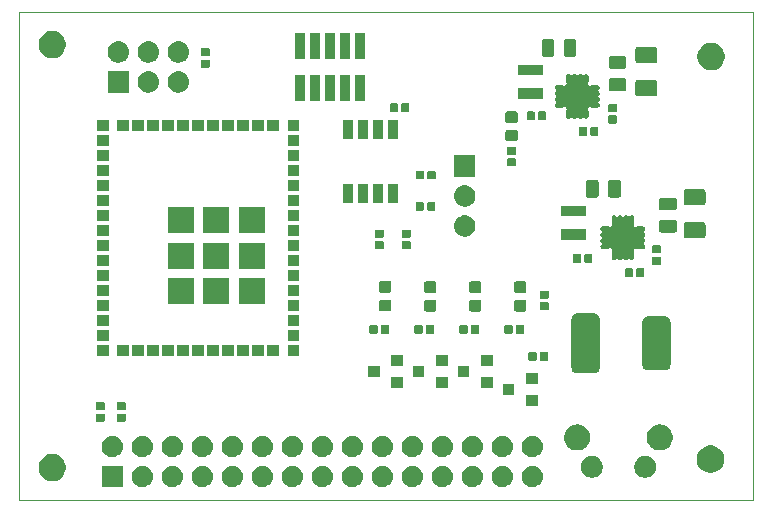
<source format=gbr>
G04 #@! TF.GenerationSoftware,KiCad,Pcbnew,(6.0.0-rc1-dev-1030-g80d50d98b)*
G04 #@! TF.CreationDate,2019-01-07T10:15:23-07:00*
G04 #@! TF.ProjectId,airmed_board_w1.0,6169726D65645F626F6172645F77312E,rev?*
G04 #@! TF.SameCoordinates,Original*
G04 #@! TF.FileFunction,Soldermask,Top*
G04 #@! TF.FilePolarity,Negative*
%FSLAX46Y46*%
G04 Gerber Fmt 4.6, Leading zero omitted, Abs format (unit mm)*
G04 Created by KiCad (PCBNEW (6.0.0-rc1-dev-1030-g80d50d98b)) date Monday, January 07, 2019 at 10:15:23 AM*
%MOMM*%
%LPD*%
G01*
G04 APERTURE LIST*
%ADD10C,0.050000*%
%ADD11C,0.100000*%
G04 APERTURE END LIST*
D10*
X113487200Y-131826000D02*
X113487200Y-116027200D01*
X175641000Y-131826000D02*
X113487200Y-131826000D01*
X175641000Y-90474800D02*
X175641000Y-131826000D01*
X113487200Y-90474800D02*
X175641000Y-90474800D01*
X113487200Y-91948000D02*
X113487200Y-90474800D01*
X113487200Y-116027200D02*
X113487200Y-91948000D01*
D11*
G36*
X157082442Y-128899518D02*
X157148627Y-128906037D01*
X157261853Y-128940384D01*
X157318467Y-128957557D01*
X157457087Y-129031652D01*
X157474991Y-129041222D01*
X157491198Y-129054523D01*
X157612186Y-129153814D01*
X157692193Y-129251304D01*
X157724778Y-129291009D01*
X157724779Y-129291011D01*
X157808443Y-129447533D01*
X157808443Y-129447534D01*
X157859963Y-129617373D01*
X157877359Y-129794000D01*
X157859963Y-129970627D01*
X157825616Y-130083853D01*
X157808443Y-130140467D01*
X157785708Y-130183000D01*
X157724778Y-130296991D01*
X157695448Y-130332729D01*
X157612186Y-130434186D01*
X157510729Y-130517448D01*
X157474991Y-130546778D01*
X157474989Y-130546779D01*
X157318467Y-130630443D01*
X157261853Y-130647616D01*
X157148627Y-130681963D01*
X157082443Y-130688481D01*
X157016260Y-130695000D01*
X156927740Y-130695000D01*
X156861557Y-130688481D01*
X156795373Y-130681963D01*
X156682147Y-130647616D01*
X156625533Y-130630443D01*
X156469011Y-130546779D01*
X156469009Y-130546778D01*
X156433271Y-130517448D01*
X156331814Y-130434186D01*
X156248552Y-130332729D01*
X156219222Y-130296991D01*
X156158292Y-130183000D01*
X156135557Y-130140467D01*
X156118384Y-130083853D01*
X156084037Y-129970627D01*
X156066641Y-129794000D01*
X156084037Y-129617373D01*
X156135557Y-129447534D01*
X156135557Y-129447533D01*
X156219221Y-129291011D01*
X156219222Y-129291009D01*
X156251807Y-129251304D01*
X156331814Y-129153814D01*
X156452802Y-129054523D01*
X156469009Y-129041222D01*
X156486913Y-129031652D01*
X156625533Y-128957557D01*
X156682147Y-128940384D01*
X156795373Y-128906037D01*
X156861558Y-128899518D01*
X156927740Y-128893000D01*
X157016260Y-128893000D01*
X157082442Y-128899518D01*
X157082442Y-128899518D01*
G37*
G36*
X154542442Y-128899518D02*
X154608627Y-128906037D01*
X154721853Y-128940384D01*
X154778467Y-128957557D01*
X154917087Y-129031652D01*
X154934991Y-129041222D01*
X154951198Y-129054523D01*
X155072186Y-129153814D01*
X155152193Y-129251304D01*
X155184778Y-129291009D01*
X155184779Y-129291011D01*
X155268443Y-129447533D01*
X155268443Y-129447534D01*
X155319963Y-129617373D01*
X155337359Y-129794000D01*
X155319963Y-129970627D01*
X155285616Y-130083853D01*
X155268443Y-130140467D01*
X155245708Y-130183000D01*
X155184778Y-130296991D01*
X155155448Y-130332729D01*
X155072186Y-130434186D01*
X154970729Y-130517448D01*
X154934991Y-130546778D01*
X154934989Y-130546779D01*
X154778467Y-130630443D01*
X154721853Y-130647616D01*
X154608627Y-130681963D01*
X154542443Y-130688481D01*
X154476260Y-130695000D01*
X154387740Y-130695000D01*
X154321557Y-130688481D01*
X154255373Y-130681963D01*
X154142147Y-130647616D01*
X154085533Y-130630443D01*
X153929011Y-130546779D01*
X153929009Y-130546778D01*
X153893271Y-130517448D01*
X153791814Y-130434186D01*
X153708552Y-130332729D01*
X153679222Y-130296991D01*
X153618292Y-130183000D01*
X153595557Y-130140467D01*
X153578384Y-130083853D01*
X153544037Y-129970627D01*
X153526641Y-129794000D01*
X153544037Y-129617373D01*
X153595557Y-129447534D01*
X153595557Y-129447533D01*
X153679221Y-129291011D01*
X153679222Y-129291009D01*
X153711807Y-129251304D01*
X153791814Y-129153814D01*
X153912802Y-129054523D01*
X153929009Y-129041222D01*
X153946913Y-129031652D01*
X154085533Y-128957557D01*
X154142147Y-128940384D01*
X154255373Y-128906037D01*
X154321558Y-128899518D01*
X154387740Y-128893000D01*
X154476260Y-128893000D01*
X154542442Y-128899518D01*
X154542442Y-128899518D01*
G37*
G36*
X152002442Y-128899518D02*
X152068627Y-128906037D01*
X152181853Y-128940384D01*
X152238467Y-128957557D01*
X152377087Y-129031652D01*
X152394991Y-129041222D01*
X152411198Y-129054523D01*
X152532186Y-129153814D01*
X152612193Y-129251304D01*
X152644778Y-129291009D01*
X152644779Y-129291011D01*
X152728443Y-129447533D01*
X152728443Y-129447534D01*
X152779963Y-129617373D01*
X152797359Y-129794000D01*
X152779963Y-129970627D01*
X152745616Y-130083853D01*
X152728443Y-130140467D01*
X152705708Y-130183000D01*
X152644778Y-130296991D01*
X152615448Y-130332729D01*
X152532186Y-130434186D01*
X152430729Y-130517448D01*
X152394991Y-130546778D01*
X152394989Y-130546779D01*
X152238467Y-130630443D01*
X152181853Y-130647616D01*
X152068627Y-130681963D01*
X152002443Y-130688481D01*
X151936260Y-130695000D01*
X151847740Y-130695000D01*
X151781557Y-130688481D01*
X151715373Y-130681963D01*
X151602147Y-130647616D01*
X151545533Y-130630443D01*
X151389011Y-130546779D01*
X151389009Y-130546778D01*
X151353271Y-130517448D01*
X151251814Y-130434186D01*
X151168552Y-130332729D01*
X151139222Y-130296991D01*
X151078292Y-130183000D01*
X151055557Y-130140467D01*
X151038384Y-130083853D01*
X151004037Y-129970627D01*
X150986641Y-129794000D01*
X151004037Y-129617373D01*
X151055557Y-129447534D01*
X151055557Y-129447533D01*
X151139221Y-129291011D01*
X151139222Y-129291009D01*
X151171807Y-129251304D01*
X151251814Y-129153814D01*
X151372802Y-129054523D01*
X151389009Y-129041222D01*
X151406913Y-129031652D01*
X151545533Y-128957557D01*
X151602147Y-128940384D01*
X151715373Y-128906037D01*
X151781558Y-128899518D01*
X151847740Y-128893000D01*
X151936260Y-128893000D01*
X152002442Y-128899518D01*
X152002442Y-128899518D01*
G37*
G36*
X149462442Y-128899518D02*
X149528627Y-128906037D01*
X149641853Y-128940384D01*
X149698467Y-128957557D01*
X149837087Y-129031652D01*
X149854991Y-129041222D01*
X149871198Y-129054523D01*
X149992186Y-129153814D01*
X150072193Y-129251304D01*
X150104778Y-129291009D01*
X150104779Y-129291011D01*
X150188443Y-129447533D01*
X150188443Y-129447534D01*
X150239963Y-129617373D01*
X150257359Y-129794000D01*
X150239963Y-129970627D01*
X150205616Y-130083853D01*
X150188443Y-130140467D01*
X150165708Y-130183000D01*
X150104778Y-130296991D01*
X150075448Y-130332729D01*
X149992186Y-130434186D01*
X149890729Y-130517448D01*
X149854991Y-130546778D01*
X149854989Y-130546779D01*
X149698467Y-130630443D01*
X149641853Y-130647616D01*
X149528627Y-130681963D01*
X149462443Y-130688481D01*
X149396260Y-130695000D01*
X149307740Y-130695000D01*
X149241557Y-130688481D01*
X149175373Y-130681963D01*
X149062147Y-130647616D01*
X149005533Y-130630443D01*
X148849011Y-130546779D01*
X148849009Y-130546778D01*
X148813271Y-130517448D01*
X148711814Y-130434186D01*
X148628552Y-130332729D01*
X148599222Y-130296991D01*
X148538292Y-130183000D01*
X148515557Y-130140467D01*
X148498384Y-130083853D01*
X148464037Y-129970627D01*
X148446641Y-129794000D01*
X148464037Y-129617373D01*
X148515557Y-129447534D01*
X148515557Y-129447533D01*
X148599221Y-129291011D01*
X148599222Y-129291009D01*
X148631807Y-129251304D01*
X148711814Y-129153814D01*
X148832802Y-129054523D01*
X148849009Y-129041222D01*
X148866913Y-129031652D01*
X149005533Y-128957557D01*
X149062147Y-128940384D01*
X149175373Y-128906037D01*
X149241558Y-128899518D01*
X149307740Y-128893000D01*
X149396260Y-128893000D01*
X149462442Y-128899518D01*
X149462442Y-128899518D01*
G37*
G36*
X146922442Y-128899518D02*
X146988627Y-128906037D01*
X147101853Y-128940384D01*
X147158467Y-128957557D01*
X147297087Y-129031652D01*
X147314991Y-129041222D01*
X147331198Y-129054523D01*
X147452186Y-129153814D01*
X147532193Y-129251304D01*
X147564778Y-129291009D01*
X147564779Y-129291011D01*
X147648443Y-129447533D01*
X147648443Y-129447534D01*
X147699963Y-129617373D01*
X147717359Y-129794000D01*
X147699963Y-129970627D01*
X147665616Y-130083853D01*
X147648443Y-130140467D01*
X147625708Y-130183000D01*
X147564778Y-130296991D01*
X147535448Y-130332729D01*
X147452186Y-130434186D01*
X147350729Y-130517448D01*
X147314991Y-130546778D01*
X147314989Y-130546779D01*
X147158467Y-130630443D01*
X147101853Y-130647616D01*
X146988627Y-130681963D01*
X146922443Y-130688481D01*
X146856260Y-130695000D01*
X146767740Y-130695000D01*
X146701557Y-130688481D01*
X146635373Y-130681963D01*
X146522147Y-130647616D01*
X146465533Y-130630443D01*
X146309011Y-130546779D01*
X146309009Y-130546778D01*
X146273271Y-130517448D01*
X146171814Y-130434186D01*
X146088552Y-130332729D01*
X146059222Y-130296991D01*
X145998292Y-130183000D01*
X145975557Y-130140467D01*
X145958384Y-130083853D01*
X145924037Y-129970627D01*
X145906641Y-129794000D01*
X145924037Y-129617373D01*
X145975557Y-129447534D01*
X145975557Y-129447533D01*
X146059221Y-129291011D01*
X146059222Y-129291009D01*
X146091807Y-129251304D01*
X146171814Y-129153814D01*
X146292802Y-129054523D01*
X146309009Y-129041222D01*
X146326913Y-129031652D01*
X146465533Y-128957557D01*
X146522147Y-128940384D01*
X146635373Y-128906037D01*
X146701558Y-128899518D01*
X146767740Y-128893000D01*
X146856260Y-128893000D01*
X146922442Y-128899518D01*
X146922442Y-128899518D01*
G37*
G36*
X144382442Y-128899518D02*
X144448627Y-128906037D01*
X144561853Y-128940384D01*
X144618467Y-128957557D01*
X144757087Y-129031652D01*
X144774991Y-129041222D01*
X144791198Y-129054523D01*
X144912186Y-129153814D01*
X144992193Y-129251304D01*
X145024778Y-129291009D01*
X145024779Y-129291011D01*
X145108443Y-129447533D01*
X145108443Y-129447534D01*
X145159963Y-129617373D01*
X145177359Y-129794000D01*
X145159963Y-129970627D01*
X145125616Y-130083853D01*
X145108443Y-130140467D01*
X145085708Y-130183000D01*
X145024778Y-130296991D01*
X144995448Y-130332729D01*
X144912186Y-130434186D01*
X144810729Y-130517448D01*
X144774991Y-130546778D01*
X144774989Y-130546779D01*
X144618467Y-130630443D01*
X144561853Y-130647616D01*
X144448627Y-130681963D01*
X144382443Y-130688481D01*
X144316260Y-130695000D01*
X144227740Y-130695000D01*
X144161557Y-130688481D01*
X144095373Y-130681963D01*
X143982147Y-130647616D01*
X143925533Y-130630443D01*
X143769011Y-130546779D01*
X143769009Y-130546778D01*
X143733271Y-130517448D01*
X143631814Y-130434186D01*
X143548552Y-130332729D01*
X143519222Y-130296991D01*
X143458292Y-130183000D01*
X143435557Y-130140467D01*
X143418384Y-130083853D01*
X143384037Y-129970627D01*
X143366641Y-129794000D01*
X143384037Y-129617373D01*
X143435557Y-129447534D01*
X143435557Y-129447533D01*
X143519221Y-129291011D01*
X143519222Y-129291009D01*
X143551807Y-129251304D01*
X143631814Y-129153814D01*
X143752802Y-129054523D01*
X143769009Y-129041222D01*
X143786913Y-129031652D01*
X143925533Y-128957557D01*
X143982147Y-128940384D01*
X144095373Y-128906037D01*
X144161558Y-128899518D01*
X144227740Y-128893000D01*
X144316260Y-128893000D01*
X144382442Y-128899518D01*
X144382442Y-128899518D01*
G37*
G36*
X141842442Y-128899518D02*
X141908627Y-128906037D01*
X142021853Y-128940384D01*
X142078467Y-128957557D01*
X142217087Y-129031652D01*
X142234991Y-129041222D01*
X142251198Y-129054523D01*
X142372186Y-129153814D01*
X142452193Y-129251304D01*
X142484778Y-129291009D01*
X142484779Y-129291011D01*
X142568443Y-129447533D01*
X142568443Y-129447534D01*
X142619963Y-129617373D01*
X142637359Y-129794000D01*
X142619963Y-129970627D01*
X142585616Y-130083853D01*
X142568443Y-130140467D01*
X142545708Y-130183000D01*
X142484778Y-130296991D01*
X142455448Y-130332729D01*
X142372186Y-130434186D01*
X142270729Y-130517448D01*
X142234991Y-130546778D01*
X142234989Y-130546779D01*
X142078467Y-130630443D01*
X142021853Y-130647616D01*
X141908627Y-130681963D01*
X141842443Y-130688481D01*
X141776260Y-130695000D01*
X141687740Y-130695000D01*
X141621557Y-130688481D01*
X141555373Y-130681963D01*
X141442147Y-130647616D01*
X141385533Y-130630443D01*
X141229011Y-130546779D01*
X141229009Y-130546778D01*
X141193271Y-130517448D01*
X141091814Y-130434186D01*
X141008552Y-130332729D01*
X140979222Y-130296991D01*
X140918292Y-130183000D01*
X140895557Y-130140467D01*
X140878384Y-130083853D01*
X140844037Y-129970627D01*
X140826641Y-129794000D01*
X140844037Y-129617373D01*
X140895557Y-129447534D01*
X140895557Y-129447533D01*
X140979221Y-129291011D01*
X140979222Y-129291009D01*
X141011807Y-129251304D01*
X141091814Y-129153814D01*
X141212802Y-129054523D01*
X141229009Y-129041222D01*
X141246913Y-129031652D01*
X141385533Y-128957557D01*
X141442147Y-128940384D01*
X141555373Y-128906037D01*
X141621558Y-128899518D01*
X141687740Y-128893000D01*
X141776260Y-128893000D01*
X141842442Y-128899518D01*
X141842442Y-128899518D01*
G37*
G36*
X139302442Y-128899518D02*
X139368627Y-128906037D01*
X139481853Y-128940384D01*
X139538467Y-128957557D01*
X139677087Y-129031652D01*
X139694991Y-129041222D01*
X139711198Y-129054523D01*
X139832186Y-129153814D01*
X139912193Y-129251304D01*
X139944778Y-129291009D01*
X139944779Y-129291011D01*
X140028443Y-129447533D01*
X140028443Y-129447534D01*
X140079963Y-129617373D01*
X140097359Y-129794000D01*
X140079963Y-129970627D01*
X140045616Y-130083853D01*
X140028443Y-130140467D01*
X140005708Y-130183000D01*
X139944778Y-130296991D01*
X139915448Y-130332729D01*
X139832186Y-130434186D01*
X139730729Y-130517448D01*
X139694991Y-130546778D01*
X139694989Y-130546779D01*
X139538467Y-130630443D01*
X139481853Y-130647616D01*
X139368627Y-130681963D01*
X139302443Y-130688481D01*
X139236260Y-130695000D01*
X139147740Y-130695000D01*
X139081557Y-130688481D01*
X139015373Y-130681963D01*
X138902147Y-130647616D01*
X138845533Y-130630443D01*
X138689011Y-130546779D01*
X138689009Y-130546778D01*
X138653271Y-130517448D01*
X138551814Y-130434186D01*
X138468552Y-130332729D01*
X138439222Y-130296991D01*
X138378292Y-130183000D01*
X138355557Y-130140467D01*
X138338384Y-130083853D01*
X138304037Y-129970627D01*
X138286641Y-129794000D01*
X138304037Y-129617373D01*
X138355557Y-129447534D01*
X138355557Y-129447533D01*
X138439221Y-129291011D01*
X138439222Y-129291009D01*
X138471807Y-129251304D01*
X138551814Y-129153814D01*
X138672802Y-129054523D01*
X138689009Y-129041222D01*
X138706913Y-129031652D01*
X138845533Y-128957557D01*
X138902147Y-128940384D01*
X139015373Y-128906037D01*
X139081558Y-128899518D01*
X139147740Y-128893000D01*
X139236260Y-128893000D01*
X139302442Y-128899518D01*
X139302442Y-128899518D01*
G37*
G36*
X136762442Y-128899518D02*
X136828627Y-128906037D01*
X136941853Y-128940384D01*
X136998467Y-128957557D01*
X137137087Y-129031652D01*
X137154991Y-129041222D01*
X137171198Y-129054523D01*
X137292186Y-129153814D01*
X137372193Y-129251304D01*
X137404778Y-129291009D01*
X137404779Y-129291011D01*
X137488443Y-129447533D01*
X137488443Y-129447534D01*
X137539963Y-129617373D01*
X137557359Y-129794000D01*
X137539963Y-129970627D01*
X137505616Y-130083853D01*
X137488443Y-130140467D01*
X137465708Y-130183000D01*
X137404778Y-130296991D01*
X137375448Y-130332729D01*
X137292186Y-130434186D01*
X137190729Y-130517448D01*
X137154991Y-130546778D01*
X137154989Y-130546779D01*
X136998467Y-130630443D01*
X136941853Y-130647616D01*
X136828627Y-130681963D01*
X136762443Y-130688481D01*
X136696260Y-130695000D01*
X136607740Y-130695000D01*
X136541557Y-130688481D01*
X136475373Y-130681963D01*
X136362147Y-130647616D01*
X136305533Y-130630443D01*
X136149011Y-130546779D01*
X136149009Y-130546778D01*
X136113271Y-130517448D01*
X136011814Y-130434186D01*
X135928552Y-130332729D01*
X135899222Y-130296991D01*
X135838292Y-130183000D01*
X135815557Y-130140467D01*
X135798384Y-130083853D01*
X135764037Y-129970627D01*
X135746641Y-129794000D01*
X135764037Y-129617373D01*
X135815557Y-129447534D01*
X135815557Y-129447533D01*
X135899221Y-129291011D01*
X135899222Y-129291009D01*
X135931807Y-129251304D01*
X136011814Y-129153814D01*
X136132802Y-129054523D01*
X136149009Y-129041222D01*
X136166913Y-129031652D01*
X136305533Y-128957557D01*
X136362147Y-128940384D01*
X136475373Y-128906037D01*
X136541558Y-128899518D01*
X136607740Y-128893000D01*
X136696260Y-128893000D01*
X136762442Y-128899518D01*
X136762442Y-128899518D01*
G37*
G36*
X134222442Y-128899518D02*
X134288627Y-128906037D01*
X134401853Y-128940384D01*
X134458467Y-128957557D01*
X134597087Y-129031652D01*
X134614991Y-129041222D01*
X134631198Y-129054523D01*
X134752186Y-129153814D01*
X134832193Y-129251304D01*
X134864778Y-129291009D01*
X134864779Y-129291011D01*
X134948443Y-129447533D01*
X134948443Y-129447534D01*
X134999963Y-129617373D01*
X135017359Y-129794000D01*
X134999963Y-129970627D01*
X134965616Y-130083853D01*
X134948443Y-130140467D01*
X134925708Y-130183000D01*
X134864778Y-130296991D01*
X134835448Y-130332729D01*
X134752186Y-130434186D01*
X134650729Y-130517448D01*
X134614991Y-130546778D01*
X134614989Y-130546779D01*
X134458467Y-130630443D01*
X134401853Y-130647616D01*
X134288627Y-130681963D01*
X134222443Y-130688481D01*
X134156260Y-130695000D01*
X134067740Y-130695000D01*
X134001557Y-130688481D01*
X133935373Y-130681963D01*
X133822147Y-130647616D01*
X133765533Y-130630443D01*
X133609011Y-130546779D01*
X133609009Y-130546778D01*
X133573271Y-130517448D01*
X133471814Y-130434186D01*
X133388552Y-130332729D01*
X133359222Y-130296991D01*
X133298292Y-130183000D01*
X133275557Y-130140467D01*
X133258384Y-130083853D01*
X133224037Y-129970627D01*
X133206641Y-129794000D01*
X133224037Y-129617373D01*
X133275557Y-129447534D01*
X133275557Y-129447533D01*
X133359221Y-129291011D01*
X133359222Y-129291009D01*
X133391807Y-129251304D01*
X133471814Y-129153814D01*
X133592802Y-129054523D01*
X133609009Y-129041222D01*
X133626913Y-129031652D01*
X133765533Y-128957557D01*
X133822147Y-128940384D01*
X133935373Y-128906037D01*
X134001558Y-128899518D01*
X134067740Y-128893000D01*
X134156260Y-128893000D01*
X134222442Y-128899518D01*
X134222442Y-128899518D01*
G37*
G36*
X131682442Y-128899518D02*
X131748627Y-128906037D01*
X131861853Y-128940384D01*
X131918467Y-128957557D01*
X132057087Y-129031652D01*
X132074991Y-129041222D01*
X132091198Y-129054523D01*
X132212186Y-129153814D01*
X132292193Y-129251304D01*
X132324778Y-129291009D01*
X132324779Y-129291011D01*
X132408443Y-129447533D01*
X132408443Y-129447534D01*
X132459963Y-129617373D01*
X132477359Y-129794000D01*
X132459963Y-129970627D01*
X132425616Y-130083853D01*
X132408443Y-130140467D01*
X132385708Y-130183000D01*
X132324778Y-130296991D01*
X132295448Y-130332729D01*
X132212186Y-130434186D01*
X132110729Y-130517448D01*
X132074991Y-130546778D01*
X132074989Y-130546779D01*
X131918467Y-130630443D01*
X131861853Y-130647616D01*
X131748627Y-130681963D01*
X131682443Y-130688481D01*
X131616260Y-130695000D01*
X131527740Y-130695000D01*
X131461557Y-130688481D01*
X131395373Y-130681963D01*
X131282147Y-130647616D01*
X131225533Y-130630443D01*
X131069011Y-130546779D01*
X131069009Y-130546778D01*
X131033271Y-130517448D01*
X130931814Y-130434186D01*
X130848552Y-130332729D01*
X130819222Y-130296991D01*
X130758292Y-130183000D01*
X130735557Y-130140467D01*
X130718384Y-130083853D01*
X130684037Y-129970627D01*
X130666641Y-129794000D01*
X130684037Y-129617373D01*
X130735557Y-129447534D01*
X130735557Y-129447533D01*
X130819221Y-129291011D01*
X130819222Y-129291009D01*
X130851807Y-129251304D01*
X130931814Y-129153814D01*
X131052802Y-129054523D01*
X131069009Y-129041222D01*
X131086913Y-129031652D01*
X131225533Y-128957557D01*
X131282147Y-128940384D01*
X131395373Y-128906037D01*
X131461558Y-128899518D01*
X131527740Y-128893000D01*
X131616260Y-128893000D01*
X131682442Y-128899518D01*
X131682442Y-128899518D01*
G37*
G36*
X129142442Y-128899518D02*
X129208627Y-128906037D01*
X129321853Y-128940384D01*
X129378467Y-128957557D01*
X129517087Y-129031652D01*
X129534991Y-129041222D01*
X129551198Y-129054523D01*
X129672186Y-129153814D01*
X129752193Y-129251304D01*
X129784778Y-129291009D01*
X129784779Y-129291011D01*
X129868443Y-129447533D01*
X129868443Y-129447534D01*
X129919963Y-129617373D01*
X129937359Y-129794000D01*
X129919963Y-129970627D01*
X129885616Y-130083853D01*
X129868443Y-130140467D01*
X129845708Y-130183000D01*
X129784778Y-130296991D01*
X129755448Y-130332729D01*
X129672186Y-130434186D01*
X129570729Y-130517448D01*
X129534991Y-130546778D01*
X129534989Y-130546779D01*
X129378467Y-130630443D01*
X129321853Y-130647616D01*
X129208627Y-130681963D01*
X129142443Y-130688481D01*
X129076260Y-130695000D01*
X128987740Y-130695000D01*
X128921557Y-130688481D01*
X128855373Y-130681963D01*
X128742147Y-130647616D01*
X128685533Y-130630443D01*
X128529011Y-130546779D01*
X128529009Y-130546778D01*
X128493271Y-130517448D01*
X128391814Y-130434186D01*
X128308552Y-130332729D01*
X128279222Y-130296991D01*
X128218292Y-130183000D01*
X128195557Y-130140467D01*
X128178384Y-130083853D01*
X128144037Y-129970627D01*
X128126641Y-129794000D01*
X128144037Y-129617373D01*
X128195557Y-129447534D01*
X128195557Y-129447533D01*
X128279221Y-129291011D01*
X128279222Y-129291009D01*
X128311807Y-129251304D01*
X128391814Y-129153814D01*
X128512802Y-129054523D01*
X128529009Y-129041222D01*
X128546913Y-129031652D01*
X128685533Y-128957557D01*
X128742147Y-128940384D01*
X128855373Y-128906037D01*
X128921558Y-128899518D01*
X128987740Y-128893000D01*
X129076260Y-128893000D01*
X129142442Y-128899518D01*
X129142442Y-128899518D01*
G37*
G36*
X126602442Y-128899518D02*
X126668627Y-128906037D01*
X126781853Y-128940384D01*
X126838467Y-128957557D01*
X126977087Y-129031652D01*
X126994991Y-129041222D01*
X127011198Y-129054523D01*
X127132186Y-129153814D01*
X127212193Y-129251304D01*
X127244778Y-129291009D01*
X127244779Y-129291011D01*
X127328443Y-129447533D01*
X127328443Y-129447534D01*
X127379963Y-129617373D01*
X127397359Y-129794000D01*
X127379963Y-129970627D01*
X127345616Y-130083853D01*
X127328443Y-130140467D01*
X127305708Y-130183000D01*
X127244778Y-130296991D01*
X127215448Y-130332729D01*
X127132186Y-130434186D01*
X127030729Y-130517448D01*
X126994991Y-130546778D01*
X126994989Y-130546779D01*
X126838467Y-130630443D01*
X126781853Y-130647616D01*
X126668627Y-130681963D01*
X126602443Y-130688481D01*
X126536260Y-130695000D01*
X126447740Y-130695000D01*
X126381557Y-130688481D01*
X126315373Y-130681963D01*
X126202147Y-130647616D01*
X126145533Y-130630443D01*
X125989011Y-130546779D01*
X125989009Y-130546778D01*
X125953271Y-130517448D01*
X125851814Y-130434186D01*
X125768552Y-130332729D01*
X125739222Y-130296991D01*
X125678292Y-130183000D01*
X125655557Y-130140467D01*
X125638384Y-130083853D01*
X125604037Y-129970627D01*
X125586641Y-129794000D01*
X125604037Y-129617373D01*
X125655557Y-129447534D01*
X125655557Y-129447533D01*
X125739221Y-129291011D01*
X125739222Y-129291009D01*
X125771807Y-129251304D01*
X125851814Y-129153814D01*
X125972802Y-129054523D01*
X125989009Y-129041222D01*
X126006913Y-129031652D01*
X126145533Y-128957557D01*
X126202147Y-128940384D01*
X126315373Y-128906037D01*
X126381558Y-128899518D01*
X126447740Y-128893000D01*
X126536260Y-128893000D01*
X126602442Y-128899518D01*
X126602442Y-128899518D01*
G37*
G36*
X124062442Y-128899518D02*
X124128627Y-128906037D01*
X124241853Y-128940384D01*
X124298467Y-128957557D01*
X124437087Y-129031652D01*
X124454991Y-129041222D01*
X124471198Y-129054523D01*
X124592186Y-129153814D01*
X124672193Y-129251304D01*
X124704778Y-129291009D01*
X124704779Y-129291011D01*
X124788443Y-129447533D01*
X124788443Y-129447534D01*
X124839963Y-129617373D01*
X124857359Y-129794000D01*
X124839963Y-129970627D01*
X124805616Y-130083853D01*
X124788443Y-130140467D01*
X124765708Y-130183000D01*
X124704778Y-130296991D01*
X124675448Y-130332729D01*
X124592186Y-130434186D01*
X124490729Y-130517448D01*
X124454991Y-130546778D01*
X124454989Y-130546779D01*
X124298467Y-130630443D01*
X124241853Y-130647616D01*
X124128627Y-130681963D01*
X124062443Y-130688481D01*
X123996260Y-130695000D01*
X123907740Y-130695000D01*
X123841557Y-130688481D01*
X123775373Y-130681963D01*
X123662147Y-130647616D01*
X123605533Y-130630443D01*
X123449011Y-130546779D01*
X123449009Y-130546778D01*
X123413271Y-130517448D01*
X123311814Y-130434186D01*
X123228552Y-130332729D01*
X123199222Y-130296991D01*
X123138292Y-130183000D01*
X123115557Y-130140467D01*
X123098384Y-130083853D01*
X123064037Y-129970627D01*
X123046641Y-129794000D01*
X123064037Y-129617373D01*
X123115557Y-129447534D01*
X123115557Y-129447533D01*
X123199221Y-129291011D01*
X123199222Y-129291009D01*
X123231807Y-129251304D01*
X123311814Y-129153814D01*
X123432802Y-129054523D01*
X123449009Y-129041222D01*
X123466913Y-129031652D01*
X123605533Y-128957557D01*
X123662147Y-128940384D01*
X123775373Y-128906037D01*
X123841558Y-128899518D01*
X123907740Y-128893000D01*
X123996260Y-128893000D01*
X124062442Y-128899518D01*
X124062442Y-128899518D01*
G37*
G36*
X122313000Y-130695000D02*
X120511000Y-130695000D01*
X120511000Y-128893000D01*
X122313000Y-128893000D01*
X122313000Y-130695000D01*
X122313000Y-130695000D01*
G37*
G36*
X116667734Y-127925232D02*
X116877202Y-128011996D01*
X117065723Y-128137962D01*
X117226038Y-128298277D01*
X117352004Y-128486798D01*
X117438768Y-128696266D01*
X117483000Y-128918635D01*
X117483000Y-129145365D01*
X117438768Y-129367734D01*
X117352004Y-129577202D01*
X117226038Y-129765723D01*
X117065723Y-129926038D01*
X116877202Y-130052004D01*
X116667734Y-130138768D01*
X116445365Y-130183000D01*
X116218635Y-130183000D01*
X115996266Y-130138768D01*
X115786798Y-130052004D01*
X115598277Y-129926038D01*
X115437962Y-129765723D01*
X115311996Y-129577202D01*
X115225232Y-129367734D01*
X115181000Y-129145365D01*
X115181000Y-128918635D01*
X115225232Y-128696266D01*
X115311996Y-128486798D01*
X115437962Y-128298277D01*
X115598277Y-128137962D01*
X115786798Y-128011996D01*
X115996266Y-127925232D01*
X116218635Y-127881000D01*
X116445365Y-127881000D01*
X116667734Y-127925232D01*
X116667734Y-127925232D01*
G37*
G36*
X166792504Y-128090785D02*
X166961026Y-128160589D01*
X167112691Y-128261928D01*
X167241672Y-128390909D01*
X167343011Y-128542574D01*
X167412815Y-128711096D01*
X167448400Y-128889997D01*
X167448400Y-129072403D01*
X167412815Y-129251304D01*
X167343011Y-129419826D01*
X167241672Y-129571491D01*
X167112691Y-129700472D01*
X166961026Y-129801811D01*
X166792504Y-129871615D01*
X166613603Y-129907200D01*
X166431197Y-129907200D01*
X166252296Y-129871615D01*
X166083774Y-129801811D01*
X165932109Y-129700472D01*
X165803128Y-129571491D01*
X165701789Y-129419826D01*
X165631985Y-129251304D01*
X165596400Y-129072403D01*
X165596400Y-128889997D01*
X165631985Y-128711096D01*
X165701789Y-128542574D01*
X165803128Y-128390909D01*
X165932109Y-128261928D01*
X166083774Y-128160589D01*
X166252296Y-128090785D01*
X166431197Y-128055200D01*
X166613603Y-128055200D01*
X166792504Y-128090785D01*
X166792504Y-128090785D01*
G37*
G36*
X162292504Y-128090785D02*
X162461026Y-128160589D01*
X162612691Y-128261928D01*
X162741672Y-128390909D01*
X162843011Y-128542574D01*
X162912815Y-128711096D01*
X162948400Y-128889997D01*
X162948400Y-129072403D01*
X162912815Y-129251304D01*
X162843011Y-129419826D01*
X162741672Y-129571491D01*
X162612691Y-129700472D01*
X162461026Y-129801811D01*
X162292504Y-129871615D01*
X162113603Y-129907200D01*
X161931197Y-129907200D01*
X161752296Y-129871615D01*
X161583774Y-129801811D01*
X161432109Y-129700472D01*
X161303128Y-129571491D01*
X161201789Y-129419826D01*
X161131985Y-129251304D01*
X161096400Y-129072403D01*
X161096400Y-128889997D01*
X161131985Y-128711096D01*
X161201789Y-128542574D01*
X161303128Y-128390909D01*
X161432109Y-128261928D01*
X161583774Y-128160589D01*
X161752296Y-128090785D01*
X161931197Y-128055200D01*
X162113603Y-128055200D01*
X162292504Y-128090785D01*
X162292504Y-128090785D01*
G37*
G36*
X172395334Y-127214032D02*
X172604802Y-127300796D01*
X172793323Y-127426762D01*
X172953638Y-127587077D01*
X173079604Y-127775598D01*
X173166368Y-127985066D01*
X173210600Y-128207435D01*
X173210600Y-128434165D01*
X173166368Y-128656534D01*
X173079604Y-128866002D01*
X172953638Y-129054523D01*
X172793323Y-129214838D01*
X172604802Y-129340804D01*
X172395334Y-129427568D01*
X172172965Y-129471800D01*
X171946235Y-129471800D01*
X171723866Y-129427568D01*
X171514398Y-129340804D01*
X171325877Y-129214838D01*
X171165562Y-129054523D01*
X171039596Y-128866002D01*
X170952832Y-128656534D01*
X170908600Y-128434165D01*
X170908600Y-128207435D01*
X170952832Y-127985066D01*
X171039596Y-127775598D01*
X171165562Y-127587077D01*
X171325877Y-127426762D01*
X171514398Y-127300796D01*
X171723866Y-127214032D01*
X171946235Y-127169800D01*
X172172965Y-127169800D01*
X172395334Y-127214032D01*
X172395334Y-127214032D01*
G37*
G36*
X126602443Y-126359519D02*
X126668627Y-126366037D01*
X126781853Y-126400384D01*
X126838467Y-126417557D01*
X126977087Y-126491652D01*
X126994991Y-126501222D01*
X127030729Y-126530552D01*
X127132186Y-126613814D01*
X127215448Y-126715271D01*
X127244778Y-126751009D01*
X127244779Y-126751011D01*
X127328443Y-126907533D01*
X127328443Y-126907534D01*
X127379963Y-127077373D01*
X127397359Y-127254000D01*
X127379963Y-127430627D01*
X127368961Y-127466895D01*
X127328443Y-127600467D01*
X127254348Y-127739087D01*
X127244778Y-127756991D01*
X127215448Y-127792729D01*
X127132186Y-127894186D01*
X127030729Y-127977448D01*
X126994991Y-128006778D01*
X126994989Y-128006779D01*
X126838467Y-128090443D01*
X126781853Y-128107616D01*
X126668627Y-128141963D01*
X126602443Y-128148481D01*
X126536260Y-128155000D01*
X126447740Y-128155000D01*
X126381557Y-128148481D01*
X126315373Y-128141963D01*
X126202147Y-128107616D01*
X126145533Y-128090443D01*
X125989011Y-128006779D01*
X125989009Y-128006778D01*
X125953271Y-127977448D01*
X125851814Y-127894186D01*
X125768552Y-127792729D01*
X125739222Y-127756991D01*
X125729652Y-127739087D01*
X125655557Y-127600467D01*
X125615039Y-127466895D01*
X125604037Y-127430627D01*
X125586641Y-127254000D01*
X125604037Y-127077373D01*
X125655557Y-126907534D01*
X125655557Y-126907533D01*
X125739221Y-126751011D01*
X125739222Y-126751009D01*
X125768552Y-126715271D01*
X125851814Y-126613814D01*
X125953271Y-126530552D01*
X125989009Y-126501222D01*
X126006913Y-126491652D01*
X126145533Y-126417557D01*
X126202147Y-126400384D01*
X126315373Y-126366037D01*
X126381557Y-126359519D01*
X126447740Y-126353000D01*
X126536260Y-126353000D01*
X126602443Y-126359519D01*
X126602443Y-126359519D01*
G37*
G36*
X154542443Y-126359519D02*
X154608627Y-126366037D01*
X154721853Y-126400384D01*
X154778467Y-126417557D01*
X154917087Y-126491652D01*
X154934991Y-126501222D01*
X154970729Y-126530552D01*
X155072186Y-126613814D01*
X155155448Y-126715271D01*
X155184778Y-126751009D01*
X155184779Y-126751011D01*
X155268443Y-126907533D01*
X155268443Y-126907534D01*
X155319963Y-127077373D01*
X155337359Y-127254000D01*
X155319963Y-127430627D01*
X155308961Y-127466895D01*
X155268443Y-127600467D01*
X155194348Y-127739087D01*
X155184778Y-127756991D01*
X155155448Y-127792729D01*
X155072186Y-127894186D01*
X154970729Y-127977448D01*
X154934991Y-128006778D01*
X154934989Y-128006779D01*
X154778467Y-128090443D01*
X154721853Y-128107616D01*
X154608627Y-128141963D01*
X154542443Y-128148481D01*
X154476260Y-128155000D01*
X154387740Y-128155000D01*
X154321557Y-128148481D01*
X154255373Y-128141963D01*
X154142147Y-128107616D01*
X154085533Y-128090443D01*
X153929011Y-128006779D01*
X153929009Y-128006778D01*
X153893271Y-127977448D01*
X153791814Y-127894186D01*
X153708552Y-127792729D01*
X153679222Y-127756991D01*
X153669652Y-127739087D01*
X153595557Y-127600467D01*
X153555039Y-127466895D01*
X153544037Y-127430627D01*
X153526641Y-127254000D01*
X153544037Y-127077373D01*
X153595557Y-126907534D01*
X153595557Y-126907533D01*
X153679221Y-126751011D01*
X153679222Y-126751009D01*
X153708552Y-126715271D01*
X153791814Y-126613814D01*
X153893271Y-126530552D01*
X153929009Y-126501222D01*
X153946913Y-126491652D01*
X154085533Y-126417557D01*
X154142147Y-126400384D01*
X154255373Y-126366037D01*
X154321557Y-126359519D01*
X154387740Y-126353000D01*
X154476260Y-126353000D01*
X154542443Y-126359519D01*
X154542443Y-126359519D01*
G37*
G36*
X124062443Y-126359519D02*
X124128627Y-126366037D01*
X124241853Y-126400384D01*
X124298467Y-126417557D01*
X124437087Y-126491652D01*
X124454991Y-126501222D01*
X124490729Y-126530552D01*
X124592186Y-126613814D01*
X124675448Y-126715271D01*
X124704778Y-126751009D01*
X124704779Y-126751011D01*
X124788443Y-126907533D01*
X124788443Y-126907534D01*
X124839963Y-127077373D01*
X124857359Y-127254000D01*
X124839963Y-127430627D01*
X124828961Y-127466895D01*
X124788443Y-127600467D01*
X124714348Y-127739087D01*
X124704778Y-127756991D01*
X124675448Y-127792729D01*
X124592186Y-127894186D01*
X124490729Y-127977448D01*
X124454991Y-128006778D01*
X124454989Y-128006779D01*
X124298467Y-128090443D01*
X124241853Y-128107616D01*
X124128627Y-128141963D01*
X124062443Y-128148481D01*
X123996260Y-128155000D01*
X123907740Y-128155000D01*
X123841557Y-128148481D01*
X123775373Y-128141963D01*
X123662147Y-128107616D01*
X123605533Y-128090443D01*
X123449011Y-128006779D01*
X123449009Y-128006778D01*
X123413271Y-127977448D01*
X123311814Y-127894186D01*
X123228552Y-127792729D01*
X123199222Y-127756991D01*
X123189652Y-127739087D01*
X123115557Y-127600467D01*
X123075039Y-127466895D01*
X123064037Y-127430627D01*
X123046641Y-127254000D01*
X123064037Y-127077373D01*
X123115557Y-126907534D01*
X123115557Y-126907533D01*
X123199221Y-126751011D01*
X123199222Y-126751009D01*
X123228552Y-126715271D01*
X123311814Y-126613814D01*
X123413271Y-126530552D01*
X123449009Y-126501222D01*
X123466913Y-126491652D01*
X123605533Y-126417557D01*
X123662147Y-126400384D01*
X123775373Y-126366037D01*
X123841557Y-126359519D01*
X123907740Y-126353000D01*
X123996260Y-126353000D01*
X124062443Y-126359519D01*
X124062443Y-126359519D01*
G37*
G36*
X121522443Y-126359519D02*
X121588627Y-126366037D01*
X121701853Y-126400384D01*
X121758467Y-126417557D01*
X121897087Y-126491652D01*
X121914991Y-126501222D01*
X121950729Y-126530552D01*
X122052186Y-126613814D01*
X122135448Y-126715271D01*
X122164778Y-126751009D01*
X122164779Y-126751011D01*
X122248443Y-126907533D01*
X122248443Y-126907534D01*
X122299963Y-127077373D01*
X122317359Y-127254000D01*
X122299963Y-127430627D01*
X122288961Y-127466895D01*
X122248443Y-127600467D01*
X122174348Y-127739087D01*
X122164778Y-127756991D01*
X122135448Y-127792729D01*
X122052186Y-127894186D01*
X121950729Y-127977448D01*
X121914991Y-128006778D01*
X121914989Y-128006779D01*
X121758467Y-128090443D01*
X121701853Y-128107616D01*
X121588627Y-128141963D01*
X121522443Y-128148481D01*
X121456260Y-128155000D01*
X121367740Y-128155000D01*
X121301557Y-128148481D01*
X121235373Y-128141963D01*
X121122147Y-128107616D01*
X121065533Y-128090443D01*
X120909011Y-128006779D01*
X120909009Y-128006778D01*
X120873271Y-127977448D01*
X120771814Y-127894186D01*
X120688552Y-127792729D01*
X120659222Y-127756991D01*
X120649652Y-127739087D01*
X120575557Y-127600467D01*
X120535039Y-127466895D01*
X120524037Y-127430627D01*
X120506641Y-127254000D01*
X120524037Y-127077373D01*
X120575557Y-126907534D01*
X120575557Y-126907533D01*
X120659221Y-126751011D01*
X120659222Y-126751009D01*
X120688552Y-126715271D01*
X120771814Y-126613814D01*
X120873271Y-126530552D01*
X120909009Y-126501222D01*
X120926913Y-126491652D01*
X121065533Y-126417557D01*
X121122147Y-126400384D01*
X121235373Y-126366037D01*
X121301557Y-126359519D01*
X121367740Y-126353000D01*
X121456260Y-126353000D01*
X121522443Y-126359519D01*
X121522443Y-126359519D01*
G37*
G36*
X129142443Y-126359519D02*
X129208627Y-126366037D01*
X129321853Y-126400384D01*
X129378467Y-126417557D01*
X129517087Y-126491652D01*
X129534991Y-126501222D01*
X129570729Y-126530552D01*
X129672186Y-126613814D01*
X129755448Y-126715271D01*
X129784778Y-126751009D01*
X129784779Y-126751011D01*
X129868443Y-126907533D01*
X129868443Y-126907534D01*
X129919963Y-127077373D01*
X129937359Y-127254000D01*
X129919963Y-127430627D01*
X129908961Y-127466895D01*
X129868443Y-127600467D01*
X129794348Y-127739087D01*
X129784778Y-127756991D01*
X129755448Y-127792729D01*
X129672186Y-127894186D01*
X129570729Y-127977448D01*
X129534991Y-128006778D01*
X129534989Y-128006779D01*
X129378467Y-128090443D01*
X129321853Y-128107616D01*
X129208627Y-128141963D01*
X129142443Y-128148481D01*
X129076260Y-128155000D01*
X128987740Y-128155000D01*
X128921557Y-128148481D01*
X128855373Y-128141963D01*
X128742147Y-128107616D01*
X128685533Y-128090443D01*
X128529011Y-128006779D01*
X128529009Y-128006778D01*
X128493271Y-127977448D01*
X128391814Y-127894186D01*
X128308552Y-127792729D01*
X128279222Y-127756991D01*
X128269652Y-127739087D01*
X128195557Y-127600467D01*
X128155039Y-127466895D01*
X128144037Y-127430627D01*
X128126641Y-127254000D01*
X128144037Y-127077373D01*
X128195557Y-126907534D01*
X128195557Y-126907533D01*
X128279221Y-126751011D01*
X128279222Y-126751009D01*
X128308552Y-126715271D01*
X128391814Y-126613814D01*
X128493271Y-126530552D01*
X128529009Y-126501222D01*
X128546913Y-126491652D01*
X128685533Y-126417557D01*
X128742147Y-126400384D01*
X128855373Y-126366037D01*
X128921557Y-126359519D01*
X128987740Y-126353000D01*
X129076260Y-126353000D01*
X129142443Y-126359519D01*
X129142443Y-126359519D01*
G37*
G36*
X157082443Y-126359519D02*
X157148627Y-126366037D01*
X157261853Y-126400384D01*
X157318467Y-126417557D01*
X157457087Y-126491652D01*
X157474991Y-126501222D01*
X157510729Y-126530552D01*
X157612186Y-126613814D01*
X157695448Y-126715271D01*
X157724778Y-126751009D01*
X157724779Y-126751011D01*
X157808443Y-126907533D01*
X157808443Y-126907534D01*
X157859963Y-127077373D01*
X157877359Y-127254000D01*
X157859963Y-127430627D01*
X157848961Y-127466895D01*
X157808443Y-127600467D01*
X157734348Y-127739087D01*
X157724778Y-127756991D01*
X157695448Y-127792729D01*
X157612186Y-127894186D01*
X157510729Y-127977448D01*
X157474991Y-128006778D01*
X157474989Y-128006779D01*
X157318467Y-128090443D01*
X157261853Y-128107616D01*
X157148627Y-128141963D01*
X157082443Y-128148481D01*
X157016260Y-128155000D01*
X156927740Y-128155000D01*
X156861557Y-128148481D01*
X156795373Y-128141963D01*
X156682147Y-128107616D01*
X156625533Y-128090443D01*
X156469011Y-128006779D01*
X156469009Y-128006778D01*
X156433271Y-127977448D01*
X156331814Y-127894186D01*
X156248552Y-127792729D01*
X156219222Y-127756991D01*
X156209652Y-127739087D01*
X156135557Y-127600467D01*
X156095039Y-127466895D01*
X156084037Y-127430627D01*
X156066641Y-127254000D01*
X156084037Y-127077373D01*
X156135557Y-126907534D01*
X156135557Y-126907533D01*
X156219221Y-126751011D01*
X156219222Y-126751009D01*
X156248552Y-126715271D01*
X156331814Y-126613814D01*
X156433271Y-126530552D01*
X156469009Y-126501222D01*
X156486913Y-126491652D01*
X156625533Y-126417557D01*
X156682147Y-126400384D01*
X156795373Y-126366037D01*
X156861557Y-126359519D01*
X156927740Y-126353000D01*
X157016260Y-126353000D01*
X157082443Y-126359519D01*
X157082443Y-126359519D01*
G37*
G36*
X131682443Y-126359519D02*
X131748627Y-126366037D01*
X131861853Y-126400384D01*
X131918467Y-126417557D01*
X132057087Y-126491652D01*
X132074991Y-126501222D01*
X132110729Y-126530552D01*
X132212186Y-126613814D01*
X132295448Y-126715271D01*
X132324778Y-126751009D01*
X132324779Y-126751011D01*
X132408443Y-126907533D01*
X132408443Y-126907534D01*
X132459963Y-127077373D01*
X132477359Y-127254000D01*
X132459963Y-127430627D01*
X132448961Y-127466895D01*
X132408443Y-127600467D01*
X132334348Y-127739087D01*
X132324778Y-127756991D01*
X132295448Y-127792729D01*
X132212186Y-127894186D01*
X132110729Y-127977448D01*
X132074991Y-128006778D01*
X132074989Y-128006779D01*
X131918467Y-128090443D01*
X131861853Y-128107616D01*
X131748627Y-128141963D01*
X131682443Y-128148481D01*
X131616260Y-128155000D01*
X131527740Y-128155000D01*
X131461557Y-128148481D01*
X131395373Y-128141963D01*
X131282147Y-128107616D01*
X131225533Y-128090443D01*
X131069011Y-128006779D01*
X131069009Y-128006778D01*
X131033271Y-127977448D01*
X130931814Y-127894186D01*
X130848552Y-127792729D01*
X130819222Y-127756991D01*
X130809652Y-127739087D01*
X130735557Y-127600467D01*
X130695039Y-127466895D01*
X130684037Y-127430627D01*
X130666641Y-127254000D01*
X130684037Y-127077373D01*
X130735557Y-126907534D01*
X130735557Y-126907533D01*
X130819221Y-126751011D01*
X130819222Y-126751009D01*
X130848552Y-126715271D01*
X130931814Y-126613814D01*
X131033271Y-126530552D01*
X131069009Y-126501222D01*
X131086913Y-126491652D01*
X131225533Y-126417557D01*
X131282147Y-126400384D01*
X131395373Y-126366037D01*
X131461557Y-126359519D01*
X131527740Y-126353000D01*
X131616260Y-126353000D01*
X131682443Y-126359519D01*
X131682443Y-126359519D01*
G37*
G36*
X134222443Y-126359519D02*
X134288627Y-126366037D01*
X134401853Y-126400384D01*
X134458467Y-126417557D01*
X134597087Y-126491652D01*
X134614991Y-126501222D01*
X134650729Y-126530552D01*
X134752186Y-126613814D01*
X134835448Y-126715271D01*
X134864778Y-126751009D01*
X134864779Y-126751011D01*
X134948443Y-126907533D01*
X134948443Y-126907534D01*
X134999963Y-127077373D01*
X135017359Y-127254000D01*
X134999963Y-127430627D01*
X134988961Y-127466895D01*
X134948443Y-127600467D01*
X134874348Y-127739087D01*
X134864778Y-127756991D01*
X134835448Y-127792729D01*
X134752186Y-127894186D01*
X134650729Y-127977448D01*
X134614991Y-128006778D01*
X134614989Y-128006779D01*
X134458467Y-128090443D01*
X134401853Y-128107616D01*
X134288627Y-128141963D01*
X134222443Y-128148481D01*
X134156260Y-128155000D01*
X134067740Y-128155000D01*
X134001557Y-128148481D01*
X133935373Y-128141963D01*
X133822147Y-128107616D01*
X133765533Y-128090443D01*
X133609011Y-128006779D01*
X133609009Y-128006778D01*
X133573271Y-127977448D01*
X133471814Y-127894186D01*
X133388552Y-127792729D01*
X133359222Y-127756991D01*
X133349652Y-127739087D01*
X133275557Y-127600467D01*
X133235039Y-127466895D01*
X133224037Y-127430627D01*
X133206641Y-127254000D01*
X133224037Y-127077373D01*
X133275557Y-126907534D01*
X133275557Y-126907533D01*
X133359221Y-126751011D01*
X133359222Y-126751009D01*
X133388552Y-126715271D01*
X133471814Y-126613814D01*
X133573271Y-126530552D01*
X133609009Y-126501222D01*
X133626913Y-126491652D01*
X133765533Y-126417557D01*
X133822147Y-126400384D01*
X133935373Y-126366037D01*
X134001557Y-126359519D01*
X134067740Y-126353000D01*
X134156260Y-126353000D01*
X134222443Y-126359519D01*
X134222443Y-126359519D01*
G37*
G36*
X152002443Y-126359519D02*
X152068627Y-126366037D01*
X152181853Y-126400384D01*
X152238467Y-126417557D01*
X152377087Y-126491652D01*
X152394991Y-126501222D01*
X152430729Y-126530552D01*
X152532186Y-126613814D01*
X152615448Y-126715271D01*
X152644778Y-126751009D01*
X152644779Y-126751011D01*
X152728443Y-126907533D01*
X152728443Y-126907534D01*
X152779963Y-127077373D01*
X152797359Y-127254000D01*
X152779963Y-127430627D01*
X152768961Y-127466895D01*
X152728443Y-127600467D01*
X152654348Y-127739087D01*
X152644778Y-127756991D01*
X152615448Y-127792729D01*
X152532186Y-127894186D01*
X152430729Y-127977448D01*
X152394991Y-128006778D01*
X152394989Y-128006779D01*
X152238467Y-128090443D01*
X152181853Y-128107616D01*
X152068627Y-128141963D01*
X152002443Y-128148481D01*
X151936260Y-128155000D01*
X151847740Y-128155000D01*
X151781557Y-128148481D01*
X151715373Y-128141963D01*
X151602147Y-128107616D01*
X151545533Y-128090443D01*
X151389011Y-128006779D01*
X151389009Y-128006778D01*
X151353271Y-127977448D01*
X151251814Y-127894186D01*
X151168552Y-127792729D01*
X151139222Y-127756991D01*
X151129652Y-127739087D01*
X151055557Y-127600467D01*
X151015039Y-127466895D01*
X151004037Y-127430627D01*
X150986641Y-127254000D01*
X151004037Y-127077373D01*
X151055557Y-126907534D01*
X151055557Y-126907533D01*
X151139221Y-126751011D01*
X151139222Y-126751009D01*
X151168552Y-126715271D01*
X151251814Y-126613814D01*
X151353271Y-126530552D01*
X151389009Y-126501222D01*
X151406913Y-126491652D01*
X151545533Y-126417557D01*
X151602147Y-126400384D01*
X151715373Y-126366037D01*
X151781557Y-126359519D01*
X151847740Y-126353000D01*
X151936260Y-126353000D01*
X152002443Y-126359519D01*
X152002443Y-126359519D01*
G37*
G36*
X136762443Y-126359519D02*
X136828627Y-126366037D01*
X136941853Y-126400384D01*
X136998467Y-126417557D01*
X137137087Y-126491652D01*
X137154991Y-126501222D01*
X137190729Y-126530552D01*
X137292186Y-126613814D01*
X137375448Y-126715271D01*
X137404778Y-126751009D01*
X137404779Y-126751011D01*
X137488443Y-126907533D01*
X137488443Y-126907534D01*
X137539963Y-127077373D01*
X137557359Y-127254000D01*
X137539963Y-127430627D01*
X137528961Y-127466895D01*
X137488443Y-127600467D01*
X137414348Y-127739087D01*
X137404778Y-127756991D01*
X137375448Y-127792729D01*
X137292186Y-127894186D01*
X137190729Y-127977448D01*
X137154991Y-128006778D01*
X137154989Y-128006779D01*
X136998467Y-128090443D01*
X136941853Y-128107616D01*
X136828627Y-128141963D01*
X136762443Y-128148481D01*
X136696260Y-128155000D01*
X136607740Y-128155000D01*
X136541557Y-128148481D01*
X136475373Y-128141963D01*
X136362147Y-128107616D01*
X136305533Y-128090443D01*
X136149011Y-128006779D01*
X136149009Y-128006778D01*
X136113271Y-127977448D01*
X136011814Y-127894186D01*
X135928552Y-127792729D01*
X135899222Y-127756991D01*
X135889652Y-127739087D01*
X135815557Y-127600467D01*
X135775039Y-127466895D01*
X135764037Y-127430627D01*
X135746641Y-127254000D01*
X135764037Y-127077373D01*
X135815557Y-126907534D01*
X135815557Y-126907533D01*
X135899221Y-126751011D01*
X135899222Y-126751009D01*
X135928552Y-126715271D01*
X136011814Y-126613814D01*
X136113271Y-126530552D01*
X136149009Y-126501222D01*
X136166913Y-126491652D01*
X136305533Y-126417557D01*
X136362147Y-126400384D01*
X136475373Y-126366037D01*
X136541557Y-126359519D01*
X136607740Y-126353000D01*
X136696260Y-126353000D01*
X136762443Y-126359519D01*
X136762443Y-126359519D01*
G37*
G36*
X149462443Y-126359519D02*
X149528627Y-126366037D01*
X149641853Y-126400384D01*
X149698467Y-126417557D01*
X149837087Y-126491652D01*
X149854991Y-126501222D01*
X149890729Y-126530552D01*
X149992186Y-126613814D01*
X150075448Y-126715271D01*
X150104778Y-126751009D01*
X150104779Y-126751011D01*
X150188443Y-126907533D01*
X150188443Y-126907534D01*
X150239963Y-127077373D01*
X150257359Y-127254000D01*
X150239963Y-127430627D01*
X150228961Y-127466895D01*
X150188443Y-127600467D01*
X150114348Y-127739087D01*
X150104778Y-127756991D01*
X150075448Y-127792729D01*
X149992186Y-127894186D01*
X149890729Y-127977448D01*
X149854991Y-128006778D01*
X149854989Y-128006779D01*
X149698467Y-128090443D01*
X149641853Y-128107616D01*
X149528627Y-128141963D01*
X149462443Y-128148481D01*
X149396260Y-128155000D01*
X149307740Y-128155000D01*
X149241557Y-128148481D01*
X149175373Y-128141963D01*
X149062147Y-128107616D01*
X149005533Y-128090443D01*
X148849011Y-128006779D01*
X148849009Y-128006778D01*
X148813271Y-127977448D01*
X148711814Y-127894186D01*
X148628552Y-127792729D01*
X148599222Y-127756991D01*
X148589652Y-127739087D01*
X148515557Y-127600467D01*
X148475039Y-127466895D01*
X148464037Y-127430627D01*
X148446641Y-127254000D01*
X148464037Y-127077373D01*
X148515557Y-126907534D01*
X148515557Y-126907533D01*
X148599221Y-126751011D01*
X148599222Y-126751009D01*
X148628552Y-126715271D01*
X148711814Y-126613814D01*
X148813271Y-126530552D01*
X148849009Y-126501222D01*
X148866913Y-126491652D01*
X149005533Y-126417557D01*
X149062147Y-126400384D01*
X149175373Y-126366037D01*
X149241557Y-126359519D01*
X149307740Y-126353000D01*
X149396260Y-126353000D01*
X149462443Y-126359519D01*
X149462443Y-126359519D01*
G37*
G36*
X139302443Y-126359519D02*
X139368627Y-126366037D01*
X139481853Y-126400384D01*
X139538467Y-126417557D01*
X139677087Y-126491652D01*
X139694991Y-126501222D01*
X139730729Y-126530552D01*
X139832186Y-126613814D01*
X139915448Y-126715271D01*
X139944778Y-126751009D01*
X139944779Y-126751011D01*
X140028443Y-126907533D01*
X140028443Y-126907534D01*
X140079963Y-127077373D01*
X140097359Y-127254000D01*
X140079963Y-127430627D01*
X140068961Y-127466895D01*
X140028443Y-127600467D01*
X139954348Y-127739087D01*
X139944778Y-127756991D01*
X139915448Y-127792729D01*
X139832186Y-127894186D01*
X139730729Y-127977448D01*
X139694991Y-128006778D01*
X139694989Y-128006779D01*
X139538467Y-128090443D01*
X139481853Y-128107616D01*
X139368627Y-128141963D01*
X139302443Y-128148481D01*
X139236260Y-128155000D01*
X139147740Y-128155000D01*
X139081557Y-128148481D01*
X139015373Y-128141963D01*
X138902147Y-128107616D01*
X138845533Y-128090443D01*
X138689011Y-128006779D01*
X138689009Y-128006778D01*
X138653271Y-127977448D01*
X138551814Y-127894186D01*
X138468552Y-127792729D01*
X138439222Y-127756991D01*
X138429652Y-127739087D01*
X138355557Y-127600467D01*
X138315039Y-127466895D01*
X138304037Y-127430627D01*
X138286641Y-127254000D01*
X138304037Y-127077373D01*
X138355557Y-126907534D01*
X138355557Y-126907533D01*
X138439221Y-126751011D01*
X138439222Y-126751009D01*
X138468552Y-126715271D01*
X138551814Y-126613814D01*
X138653271Y-126530552D01*
X138689009Y-126501222D01*
X138706913Y-126491652D01*
X138845533Y-126417557D01*
X138902147Y-126400384D01*
X139015373Y-126366037D01*
X139081557Y-126359519D01*
X139147740Y-126353000D01*
X139236260Y-126353000D01*
X139302443Y-126359519D01*
X139302443Y-126359519D01*
G37*
G36*
X146922443Y-126359519D02*
X146988627Y-126366037D01*
X147101853Y-126400384D01*
X147158467Y-126417557D01*
X147297087Y-126491652D01*
X147314991Y-126501222D01*
X147350729Y-126530552D01*
X147452186Y-126613814D01*
X147535448Y-126715271D01*
X147564778Y-126751009D01*
X147564779Y-126751011D01*
X147648443Y-126907533D01*
X147648443Y-126907534D01*
X147699963Y-127077373D01*
X147717359Y-127254000D01*
X147699963Y-127430627D01*
X147688961Y-127466895D01*
X147648443Y-127600467D01*
X147574348Y-127739087D01*
X147564778Y-127756991D01*
X147535448Y-127792729D01*
X147452186Y-127894186D01*
X147350729Y-127977448D01*
X147314991Y-128006778D01*
X147314989Y-128006779D01*
X147158467Y-128090443D01*
X147101853Y-128107616D01*
X146988627Y-128141963D01*
X146922443Y-128148481D01*
X146856260Y-128155000D01*
X146767740Y-128155000D01*
X146701557Y-128148481D01*
X146635373Y-128141963D01*
X146522147Y-128107616D01*
X146465533Y-128090443D01*
X146309011Y-128006779D01*
X146309009Y-128006778D01*
X146273271Y-127977448D01*
X146171814Y-127894186D01*
X146088552Y-127792729D01*
X146059222Y-127756991D01*
X146049652Y-127739087D01*
X145975557Y-127600467D01*
X145935039Y-127466895D01*
X145924037Y-127430627D01*
X145906641Y-127254000D01*
X145924037Y-127077373D01*
X145975557Y-126907534D01*
X145975557Y-126907533D01*
X146059221Y-126751011D01*
X146059222Y-126751009D01*
X146088552Y-126715271D01*
X146171814Y-126613814D01*
X146273271Y-126530552D01*
X146309009Y-126501222D01*
X146326913Y-126491652D01*
X146465533Y-126417557D01*
X146522147Y-126400384D01*
X146635373Y-126366037D01*
X146701557Y-126359519D01*
X146767740Y-126353000D01*
X146856260Y-126353000D01*
X146922443Y-126359519D01*
X146922443Y-126359519D01*
G37*
G36*
X141842443Y-126359519D02*
X141908627Y-126366037D01*
X142021853Y-126400384D01*
X142078467Y-126417557D01*
X142217087Y-126491652D01*
X142234991Y-126501222D01*
X142270729Y-126530552D01*
X142372186Y-126613814D01*
X142455448Y-126715271D01*
X142484778Y-126751009D01*
X142484779Y-126751011D01*
X142568443Y-126907533D01*
X142568443Y-126907534D01*
X142619963Y-127077373D01*
X142637359Y-127254000D01*
X142619963Y-127430627D01*
X142608961Y-127466895D01*
X142568443Y-127600467D01*
X142494348Y-127739087D01*
X142484778Y-127756991D01*
X142455448Y-127792729D01*
X142372186Y-127894186D01*
X142270729Y-127977448D01*
X142234991Y-128006778D01*
X142234989Y-128006779D01*
X142078467Y-128090443D01*
X142021853Y-128107616D01*
X141908627Y-128141963D01*
X141842443Y-128148481D01*
X141776260Y-128155000D01*
X141687740Y-128155000D01*
X141621557Y-128148481D01*
X141555373Y-128141963D01*
X141442147Y-128107616D01*
X141385533Y-128090443D01*
X141229011Y-128006779D01*
X141229009Y-128006778D01*
X141193271Y-127977448D01*
X141091814Y-127894186D01*
X141008552Y-127792729D01*
X140979222Y-127756991D01*
X140969652Y-127739087D01*
X140895557Y-127600467D01*
X140855039Y-127466895D01*
X140844037Y-127430627D01*
X140826641Y-127254000D01*
X140844037Y-127077373D01*
X140895557Y-126907534D01*
X140895557Y-126907533D01*
X140979221Y-126751011D01*
X140979222Y-126751009D01*
X141008552Y-126715271D01*
X141091814Y-126613814D01*
X141193271Y-126530552D01*
X141229009Y-126501222D01*
X141246913Y-126491652D01*
X141385533Y-126417557D01*
X141442147Y-126400384D01*
X141555373Y-126366037D01*
X141621557Y-126359519D01*
X141687740Y-126353000D01*
X141776260Y-126353000D01*
X141842443Y-126359519D01*
X141842443Y-126359519D01*
G37*
G36*
X144382443Y-126359519D02*
X144448627Y-126366037D01*
X144561853Y-126400384D01*
X144618467Y-126417557D01*
X144757087Y-126491652D01*
X144774991Y-126501222D01*
X144810729Y-126530552D01*
X144912186Y-126613814D01*
X144995448Y-126715271D01*
X145024778Y-126751009D01*
X145024779Y-126751011D01*
X145108443Y-126907533D01*
X145108443Y-126907534D01*
X145159963Y-127077373D01*
X145177359Y-127254000D01*
X145159963Y-127430627D01*
X145148961Y-127466895D01*
X145108443Y-127600467D01*
X145034348Y-127739087D01*
X145024778Y-127756991D01*
X144995448Y-127792729D01*
X144912186Y-127894186D01*
X144810729Y-127977448D01*
X144774991Y-128006778D01*
X144774989Y-128006779D01*
X144618467Y-128090443D01*
X144561853Y-128107616D01*
X144448627Y-128141963D01*
X144382443Y-128148481D01*
X144316260Y-128155000D01*
X144227740Y-128155000D01*
X144161557Y-128148481D01*
X144095373Y-128141963D01*
X143982147Y-128107616D01*
X143925533Y-128090443D01*
X143769011Y-128006779D01*
X143769009Y-128006778D01*
X143733271Y-127977448D01*
X143631814Y-127894186D01*
X143548552Y-127792729D01*
X143519222Y-127756991D01*
X143509652Y-127739087D01*
X143435557Y-127600467D01*
X143395039Y-127466895D01*
X143384037Y-127430627D01*
X143366641Y-127254000D01*
X143384037Y-127077373D01*
X143435557Y-126907534D01*
X143435557Y-126907533D01*
X143519221Y-126751011D01*
X143519222Y-126751009D01*
X143548552Y-126715271D01*
X143631814Y-126613814D01*
X143733271Y-126530552D01*
X143769009Y-126501222D01*
X143786913Y-126491652D01*
X143925533Y-126417557D01*
X143982147Y-126400384D01*
X144095373Y-126366037D01*
X144161557Y-126359519D01*
X144227740Y-126353000D01*
X144316260Y-126353000D01*
X144382443Y-126359519D01*
X144382443Y-126359519D01*
G37*
G36*
X160977194Y-125411355D02*
X161083550Y-125432511D01*
X161154390Y-125461854D01*
X161283916Y-125515505D01*
X161464250Y-125636001D01*
X161617599Y-125789350D01*
X161738095Y-125969684D01*
X161821089Y-126170051D01*
X161863400Y-126382760D01*
X161863400Y-126599640D01*
X161860580Y-126613815D01*
X161833291Y-126751009D01*
X161821089Y-126812349D01*
X161738095Y-127012716D01*
X161738093Y-127012719D01*
X161633135Y-127169800D01*
X161617599Y-127193050D01*
X161464250Y-127346399D01*
X161283916Y-127466895D01*
X161154390Y-127520546D01*
X161083550Y-127549889D01*
X160977195Y-127571044D01*
X160870840Y-127592200D01*
X160653960Y-127592200D01*
X160547605Y-127571044D01*
X160441250Y-127549889D01*
X160370410Y-127520546D01*
X160240884Y-127466895D01*
X160060550Y-127346399D01*
X159907201Y-127193050D01*
X159891666Y-127169800D01*
X159786707Y-127012719D01*
X159786705Y-127012716D01*
X159703711Y-126812349D01*
X159691510Y-126751009D01*
X159664220Y-126613815D01*
X159661400Y-126599640D01*
X159661400Y-126382760D01*
X159703711Y-126170051D01*
X159786705Y-125969684D01*
X159907201Y-125789350D01*
X160060550Y-125636001D01*
X160240884Y-125515505D01*
X160370410Y-125461854D01*
X160441250Y-125432511D01*
X160547606Y-125411355D01*
X160653960Y-125390200D01*
X160870840Y-125390200D01*
X160977194Y-125411355D01*
X160977194Y-125411355D01*
G37*
G36*
X167987194Y-125411355D02*
X168093550Y-125432511D01*
X168164390Y-125461854D01*
X168293916Y-125515505D01*
X168474250Y-125636001D01*
X168627599Y-125789350D01*
X168748095Y-125969684D01*
X168831089Y-126170051D01*
X168873400Y-126382760D01*
X168873400Y-126599640D01*
X168870580Y-126613815D01*
X168843291Y-126751009D01*
X168831089Y-126812349D01*
X168748095Y-127012716D01*
X168748093Y-127012719D01*
X168643135Y-127169800D01*
X168627599Y-127193050D01*
X168474250Y-127346399D01*
X168293916Y-127466895D01*
X168164390Y-127520546D01*
X168093550Y-127549889D01*
X167987195Y-127571044D01*
X167880840Y-127592200D01*
X167663960Y-127592200D01*
X167557605Y-127571044D01*
X167451250Y-127549889D01*
X167380410Y-127520546D01*
X167250884Y-127466895D01*
X167070550Y-127346399D01*
X166917201Y-127193050D01*
X166901666Y-127169800D01*
X166796707Y-127012719D01*
X166796705Y-127012716D01*
X166713711Y-126812349D01*
X166701510Y-126751009D01*
X166674220Y-126613815D01*
X166671400Y-126599640D01*
X166671400Y-126382760D01*
X166713711Y-126170051D01*
X166796705Y-125969684D01*
X166917201Y-125789350D01*
X167070550Y-125636001D01*
X167250884Y-125515505D01*
X167380410Y-125461854D01*
X167451250Y-125432511D01*
X167557606Y-125411355D01*
X167663960Y-125390200D01*
X167880840Y-125390200D01*
X167987194Y-125411355D01*
X167987194Y-125411355D01*
G37*
G36*
X122455938Y-124474716D02*
X122476556Y-124480970D01*
X122495556Y-124491126D01*
X122512208Y-124504792D01*
X122525874Y-124521444D01*
X122536030Y-124540444D01*
X122542284Y-124561062D01*
X122545000Y-124588640D01*
X122545000Y-125047360D01*
X122542284Y-125074938D01*
X122536030Y-125095556D01*
X122525874Y-125114556D01*
X122512208Y-125131208D01*
X122495556Y-125144874D01*
X122476556Y-125155030D01*
X122455938Y-125161284D01*
X122428360Y-125164000D01*
X121919640Y-125164000D01*
X121892062Y-125161284D01*
X121871444Y-125155030D01*
X121852444Y-125144874D01*
X121835792Y-125131208D01*
X121822126Y-125114556D01*
X121811970Y-125095556D01*
X121805716Y-125074938D01*
X121803000Y-125047360D01*
X121803000Y-124588640D01*
X121805716Y-124561062D01*
X121811970Y-124540444D01*
X121822126Y-124521444D01*
X121835792Y-124504792D01*
X121852444Y-124491126D01*
X121871444Y-124480970D01*
X121892062Y-124474716D01*
X121919640Y-124472000D01*
X122428360Y-124472000D01*
X122455938Y-124474716D01*
X122455938Y-124474716D01*
G37*
G36*
X120677938Y-124474716D02*
X120698556Y-124480970D01*
X120717556Y-124491126D01*
X120734208Y-124504792D01*
X120747874Y-124521444D01*
X120758030Y-124540444D01*
X120764284Y-124561062D01*
X120767000Y-124588640D01*
X120767000Y-125047360D01*
X120764284Y-125074938D01*
X120758030Y-125095556D01*
X120747874Y-125114556D01*
X120734208Y-125131208D01*
X120717556Y-125144874D01*
X120698556Y-125155030D01*
X120677938Y-125161284D01*
X120650360Y-125164000D01*
X120141640Y-125164000D01*
X120114062Y-125161284D01*
X120093444Y-125155030D01*
X120074444Y-125144874D01*
X120057792Y-125131208D01*
X120044126Y-125114556D01*
X120033970Y-125095556D01*
X120027716Y-125074938D01*
X120025000Y-125047360D01*
X120025000Y-124588640D01*
X120027716Y-124561062D01*
X120033970Y-124540444D01*
X120044126Y-124521444D01*
X120057792Y-124504792D01*
X120074444Y-124491126D01*
X120093444Y-124480970D01*
X120114062Y-124474716D01*
X120141640Y-124472000D01*
X120650360Y-124472000D01*
X120677938Y-124474716D01*
X120677938Y-124474716D01*
G37*
G36*
X120677938Y-123504716D02*
X120698556Y-123510970D01*
X120717556Y-123521126D01*
X120734208Y-123534792D01*
X120747874Y-123551444D01*
X120758030Y-123570444D01*
X120764284Y-123591062D01*
X120767000Y-123618640D01*
X120767000Y-124077360D01*
X120764284Y-124104938D01*
X120758030Y-124125556D01*
X120747874Y-124144556D01*
X120734208Y-124161208D01*
X120717556Y-124174874D01*
X120698556Y-124185030D01*
X120677938Y-124191284D01*
X120650360Y-124194000D01*
X120141640Y-124194000D01*
X120114062Y-124191284D01*
X120093444Y-124185030D01*
X120074444Y-124174874D01*
X120057792Y-124161208D01*
X120044126Y-124144556D01*
X120033970Y-124125556D01*
X120027716Y-124104938D01*
X120025000Y-124077360D01*
X120025000Y-123618640D01*
X120027716Y-123591062D01*
X120033970Y-123570444D01*
X120044126Y-123551444D01*
X120057792Y-123534792D01*
X120074444Y-123521126D01*
X120093444Y-123510970D01*
X120114062Y-123504716D01*
X120141640Y-123502000D01*
X120650360Y-123502000D01*
X120677938Y-123504716D01*
X120677938Y-123504716D01*
G37*
G36*
X122455938Y-123504716D02*
X122476556Y-123510970D01*
X122495556Y-123521126D01*
X122512208Y-123534792D01*
X122525874Y-123551444D01*
X122536030Y-123570444D01*
X122542284Y-123591062D01*
X122545000Y-123618640D01*
X122545000Y-124077360D01*
X122542284Y-124104938D01*
X122536030Y-124125556D01*
X122525874Y-124144556D01*
X122512208Y-124161208D01*
X122495556Y-124174874D01*
X122476556Y-124185030D01*
X122455938Y-124191284D01*
X122428360Y-124194000D01*
X121919640Y-124194000D01*
X121892062Y-124191284D01*
X121871444Y-124185030D01*
X121852444Y-124174874D01*
X121835792Y-124161208D01*
X121822126Y-124144556D01*
X121811970Y-124125556D01*
X121805716Y-124104938D01*
X121803000Y-124077360D01*
X121803000Y-123618640D01*
X121805716Y-123591062D01*
X121811970Y-123570444D01*
X121822126Y-123551444D01*
X121835792Y-123534792D01*
X121852444Y-123521126D01*
X121871444Y-123510970D01*
X121892062Y-123504716D01*
X121919640Y-123502000D01*
X122428360Y-123502000D01*
X122455938Y-123504716D01*
X122455938Y-123504716D01*
G37*
G36*
X157457000Y-123829000D02*
X156455000Y-123829000D01*
X156455000Y-122927000D01*
X157457000Y-122927000D01*
X157457000Y-123829000D01*
X157457000Y-123829000D01*
G37*
G36*
X155457000Y-122879000D02*
X154455000Y-122879000D01*
X154455000Y-121977000D01*
X155457000Y-121977000D01*
X155457000Y-122879000D01*
X155457000Y-122879000D01*
G37*
G36*
X149837000Y-122305000D02*
X148835000Y-122305000D01*
X148835000Y-121403000D01*
X149837000Y-121403000D01*
X149837000Y-122305000D01*
X149837000Y-122305000D01*
G37*
G36*
X153647000Y-122305000D02*
X152645000Y-122305000D01*
X152645000Y-121403000D01*
X153647000Y-121403000D01*
X153647000Y-122305000D01*
X153647000Y-122305000D01*
G37*
G36*
X146043000Y-122305000D02*
X145041000Y-122305000D01*
X145041000Y-121403000D01*
X146043000Y-121403000D01*
X146043000Y-122305000D01*
X146043000Y-122305000D01*
G37*
G36*
X157457000Y-121929000D02*
X156455000Y-121929000D01*
X156455000Y-121027000D01*
X157457000Y-121027000D01*
X157457000Y-121929000D01*
X157457000Y-121929000D01*
G37*
G36*
X151647000Y-121355000D02*
X150645000Y-121355000D01*
X150645000Y-120453000D01*
X151647000Y-120453000D01*
X151647000Y-121355000D01*
X151647000Y-121355000D01*
G37*
G36*
X147837000Y-121355000D02*
X146835000Y-121355000D01*
X146835000Y-120453000D01*
X147837000Y-120453000D01*
X147837000Y-121355000D01*
X147837000Y-121355000D01*
G37*
G36*
X144043000Y-121355000D02*
X143041000Y-121355000D01*
X143041000Y-120453000D01*
X144043000Y-120453000D01*
X144043000Y-121355000D01*
X144043000Y-121355000D01*
G37*
G36*
X162251642Y-115976330D02*
X162352450Y-116006911D01*
X162445359Y-116056572D01*
X162526796Y-116123404D01*
X162593628Y-116204841D01*
X162643289Y-116297750D01*
X162673870Y-116398558D01*
X162684800Y-116509540D01*
X162684800Y-120523260D01*
X162673870Y-120634242D01*
X162643289Y-120735050D01*
X162593628Y-120827959D01*
X162526796Y-120909396D01*
X162445359Y-120976228D01*
X162352450Y-121025889D01*
X162251642Y-121056470D01*
X162140660Y-121067400D01*
X160826940Y-121067400D01*
X160715958Y-121056470D01*
X160615150Y-121025889D01*
X160522241Y-120976228D01*
X160440804Y-120909396D01*
X160373972Y-120827959D01*
X160324311Y-120735050D01*
X160293730Y-120634242D01*
X160282800Y-120523260D01*
X160282800Y-116509540D01*
X160293730Y-116398558D01*
X160324311Y-116297750D01*
X160373972Y-116204841D01*
X160440804Y-116123404D01*
X160522241Y-116056572D01*
X160615150Y-116006911D01*
X160715958Y-115976330D01*
X160826940Y-115965400D01*
X162140660Y-115965400D01*
X162251642Y-115976330D01*
X162251642Y-115976330D01*
G37*
G36*
X168251642Y-116226330D02*
X168352450Y-116256911D01*
X168445359Y-116306572D01*
X168526796Y-116373404D01*
X168593628Y-116454841D01*
X168643289Y-116547750D01*
X168673870Y-116648558D01*
X168684800Y-116759540D01*
X168684800Y-120273260D01*
X168673870Y-120384242D01*
X168643289Y-120485050D01*
X168593628Y-120577959D01*
X168526796Y-120659396D01*
X168445359Y-120726228D01*
X168352450Y-120775889D01*
X168251642Y-120806470D01*
X168140660Y-120817400D01*
X166826940Y-120817400D01*
X166715958Y-120806470D01*
X166615150Y-120775889D01*
X166522241Y-120726228D01*
X166440804Y-120659396D01*
X166373972Y-120577959D01*
X166324311Y-120485050D01*
X166293730Y-120384242D01*
X166282800Y-120273260D01*
X166282800Y-116759540D01*
X166293730Y-116648558D01*
X166324311Y-116547750D01*
X166373972Y-116454841D01*
X166440804Y-116373404D01*
X166522241Y-116306572D01*
X166615150Y-116256911D01*
X166715958Y-116226330D01*
X166826940Y-116215400D01*
X168140660Y-116215400D01*
X168251642Y-116226330D01*
X168251642Y-116226330D01*
G37*
G36*
X153647000Y-120405000D02*
X152645000Y-120405000D01*
X152645000Y-119503000D01*
X153647000Y-119503000D01*
X153647000Y-120405000D01*
X153647000Y-120405000D01*
G37*
G36*
X149837000Y-120405000D02*
X148835000Y-120405000D01*
X148835000Y-119503000D01*
X149837000Y-119503000D01*
X149837000Y-120405000D01*
X149837000Y-120405000D01*
G37*
G36*
X146043000Y-120405000D02*
X145041000Y-120405000D01*
X145041000Y-119503000D01*
X146043000Y-119503000D01*
X146043000Y-120405000D01*
X146043000Y-120405000D01*
G37*
G36*
X158221938Y-119265716D02*
X158242556Y-119271970D01*
X158261556Y-119282126D01*
X158278208Y-119295792D01*
X158291874Y-119312444D01*
X158302030Y-119331444D01*
X158308284Y-119352062D01*
X158311000Y-119379640D01*
X158311000Y-119888360D01*
X158308284Y-119915938D01*
X158302030Y-119936556D01*
X158291874Y-119955556D01*
X158278208Y-119972208D01*
X158261556Y-119985874D01*
X158242556Y-119996030D01*
X158221938Y-120002284D01*
X158194360Y-120005000D01*
X157735640Y-120005000D01*
X157708062Y-120002284D01*
X157687444Y-119996030D01*
X157668444Y-119985874D01*
X157651792Y-119972208D01*
X157638126Y-119955556D01*
X157627970Y-119936556D01*
X157621716Y-119915938D01*
X157619000Y-119888360D01*
X157619000Y-119379640D01*
X157621716Y-119352062D01*
X157627970Y-119331444D01*
X157638126Y-119312444D01*
X157651792Y-119295792D01*
X157668444Y-119282126D01*
X157687444Y-119271970D01*
X157708062Y-119265716D01*
X157735640Y-119263000D01*
X158194360Y-119263000D01*
X158221938Y-119265716D01*
X158221938Y-119265716D01*
G37*
G36*
X157251938Y-119265716D02*
X157272556Y-119271970D01*
X157291556Y-119282126D01*
X157308208Y-119295792D01*
X157321874Y-119312444D01*
X157332030Y-119331444D01*
X157338284Y-119352062D01*
X157341000Y-119379640D01*
X157341000Y-119888360D01*
X157338284Y-119915938D01*
X157332030Y-119936556D01*
X157321874Y-119955556D01*
X157308208Y-119972208D01*
X157291556Y-119985874D01*
X157272556Y-119996030D01*
X157251938Y-120002284D01*
X157224360Y-120005000D01*
X156765640Y-120005000D01*
X156738062Y-120002284D01*
X156717444Y-119996030D01*
X156698444Y-119985874D01*
X156681792Y-119972208D01*
X156668126Y-119955556D01*
X156657970Y-119936556D01*
X156651716Y-119915938D01*
X156649000Y-119888360D01*
X156649000Y-119379640D01*
X156651716Y-119352062D01*
X156657970Y-119331444D01*
X156668126Y-119312444D01*
X156681792Y-119295792D01*
X156698444Y-119282126D01*
X156717444Y-119271970D01*
X156738062Y-119265716D01*
X156765640Y-119263000D01*
X157224360Y-119263000D01*
X157251938Y-119265716D01*
X157251938Y-119265716D01*
G37*
G36*
X135552800Y-119627000D02*
X134550800Y-119627000D01*
X134550800Y-118625000D01*
X135552800Y-118625000D01*
X135552800Y-119627000D01*
X135552800Y-119627000D01*
G37*
G36*
X134282800Y-119627000D02*
X133280800Y-119627000D01*
X133280800Y-118625000D01*
X134282800Y-118625000D01*
X134282800Y-119627000D01*
X134282800Y-119627000D01*
G37*
G36*
X137252800Y-119627000D02*
X136250800Y-119627000D01*
X136250800Y-118625000D01*
X137252800Y-118625000D01*
X137252800Y-119627000D01*
X137252800Y-119627000D01*
G37*
G36*
X133012800Y-119627000D02*
X132010800Y-119627000D01*
X132010800Y-118625000D01*
X133012800Y-118625000D01*
X133012800Y-119627000D01*
X133012800Y-119627000D01*
G37*
G36*
X131742800Y-119627000D02*
X130740800Y-119627000D01*
X130740800Y-118625000D01*
X131742800Y-118625000D01*
X131742800Y-119627000D01*
X131742800Y-119627000D01*
G37*
G36*
X130472800Y-119627000D02*
X129470800Y-119627000D01*
X129470800Y-118625000D01*
X130472800Y-118625000D01*
X130472800Y-119627000D01*
X130472800Y-119627000D01*
G37*
G36*
X129202800Y-119627000D02*
X128200800Y-119627000D01*
X128200800Y-118625000D01*
X129202800Y-118625000D01*
X129202800Y-119627000D01*
X129202800Y-119627000D01*
G37*
G36*
X127932800Y-119627000D02*
X126930800Y-119627000D01*
X126930800Y-118625000D01*
X127932800Y-118625000D01*
X127932800Y-119627000D01*
X127932800Y-119627000D01*
G37*
G36*
X126662800Y-119627000D02*
X125660800Y-119627000D01*
X125660800Y-118625000D01*
X126662800Y-118625000D01*
X126662800Y-119627000D01*
X126662800Y-119627000D01*
G37*
G36*
X121152800Y-119627000D02*
X120150800Y-119627000D01*
X120150800Y-118625000D01*
X121152800Y-118625000D01*
X121152800Y-119627000D01*
X121152800Y-119627000D01*
G37*
G36*
X122852800Y-119627000D02*
X121850800Y-119627000D01*
X121850800Y-118625000D01*
X122852800Y-118625000D01*
X122852800Y-119627000D01*
X122852800Y-119627000D01*
G37*
G36*
X124122800Y-119627000D02*
X123120800Y-119627000D01*
X123120800Y-118625000D01*
X124122800Y-118625000D01*
X124122800Y-119627000D01*
X124122800Y-119627000D01*
G37*
G36*
X125392800Y-119627000D02*
X124390800Y-119627000D01*
X124390800Y-118625000D01*
X125392800Y-118625000D01*
X125392800Y-119627000D01*
X125392800Y-119627000D01*
G37*
G36*
X121152800Y-118357000D02*
X120150800Y-118357000D01*
X120150800Y-117355000D01*
X121152800Y-117355000D01*
X121152800Y-118357000D01*
X121152800Y-118357000D01*
G37*
G36*
X137252800Y-118357000D02*
X136250800Y-118357000D01*
X136250800Y-117355000D01*
X137252800Y-117355000D01*
X137252800Y-118357000D01*
X137252800Y-118357000D01*
G37*
G36*
X144759938Y-116979716D02*
X144780556Y-116985970D01*
X144799556Y-116996126D01*
X144816208Y-117009792D01*
X144829874Y-117026444D01*
X144840030Y-117045444D01*
X144846284Y-117066062D01*
X144849000Y-117093640D01*
X144849000Y-117602360D01*
X144846284Y-117629938D01*
X144840030Y-117650556D01*
X144829874Y-117669556D01*
X144816208Y-117686208D01*
X144799556Y-117699874D01*
X144780556Y-117710030D01*
X144759938Y-117716284D01*
X144732360Y-117719000D01*
X144273640Y-117719000D01*
X144246062Y-117716284D01*
X144225444Y-117710030D01*
X144206444Y-117699874D01*
X144189792Y-117686208D01*
X144176126Y-117669556D01*
X144165970Y-117650556D01*
X144159716Y-117629938D01*
X144157000Y-117602360D01*
X144157000Y-117093640D01*
X144159716Y-117066062D01*
X144165970Y-117045444D01*
X144176126Y-117026444D01*
X144189792Y-117009792D01*
X144206444Y-116996126D01*
X144225444Y-116985970D01*
X144246062Y-116979716D01*
X144273640Y-116977000D01*
X144732360Y-116977000D01*
X144759938Y-116979716D01*
X144759938Y-116979716D01*
G37*
G36*
X143789938Y-116979716D02*
X143810556Y-116985970D01*
X143829556Y-116996126D01*
X143846208Y-117009792D01*
X143859874Y-117026444D01*
X143870030Y-117045444D01*
X143876284Y-117066062D01*
X143879000Y-117093640D01*
X143879000Y-117602360D01*
X143876284Y-117629938D01*
X143870030Y-117650556D01*
X143859874Y-117669556D01*
X143846208Y-117686208D01*
X143829556Y-117699874D01*
X143810556Y-117710030D01*
X143789938Y-117716284D01*
X143762360Y-117719000D01*
X143303640Y-117719000D01*
X143276062Y-117716284D01*
X143255444Y-117710030D01*
X143236444Y-117699874D01*
X143219792Y-117686208D01*
X143206126Y-117669556D01*
X143195970Y-117650556D01*
X143189716Y-117629938D01*
X143187000Y-117602360D01*
X143187000Y-117093640D01*
X143189716Y-117066062D01*
X143195970Y-117045444D01*
X143206126Y-117026444D01*
X143219792Y-117009792D01*
X143236444Y-116996126D01*
X143255444Y-116985970D01*
X143276062Y-116979716D01*
X143303640Y-116977000D01*
X143762360Y-116977000D01*
X143789938Y-116979716D01*
X143789938Y-116979716D01*
G37*
G36*
X156189938Y-116979716D02*
X156210556Y-116985970D01*
X156229556Y-116996126D01*
X156246208Y-117009792D01*
X156259874Y-117026444D01*
X156270030Y-117045444D01*
X156276284Y-117066062D01*
X156279000Y-117093640D01*
X156279000Y-117602360D01*
X156276284Y-117629938D01*
X156270030Y-117650556D01*
X156259874Y-117669556D01*
X156246208Y-117686208D01*
X156229556Y-117699874D01*
X156210556Y-117710030D01*
X156189938Y-117716284D01*
X156162360Y-117719000D01*
X155703640Y-117719000D01*
X155676062Y-117716284D01*
X155655444Y-117710030D01*
X155636444Y-117699874D01*
X155619792Y-117686208D01*
X155606126Y-117669556D01*
X155595970Y-117650556D01*
X155589716Y-117629938D01*
X155587000Y-117602360D01*
X155587000Y-117093640D01*
X155589716Y-117066062D01*
X155595970Y-117045444D01*
X155606126Y-117026444D01*
X155619792Y-117009792D01*
X155636444Y-116996126D01*
X155655444Y-116985970D01*
X155676062Y-116979716D01*
X155703640Y-116977000D01*
X156162360Y-116977000D01*
X156189938Y-116979716D01*
X156189938Y-116979716D01*
G37*
G36*
X155219938Y-116979716D02*
X155240556Y-116985970D01*
X155259556Y-116996126D01*
X155276208Y-117009792D01*
X155289874Y-117026444D01*
X155300030Y-117045444D01*
X155306284Y-117066062D01*
X155309000Y-117093640D01*
X155309000Y-117602360D01*
X155306284Y-117629938D01*
X155300030Y-117650556D01*
X155289874Y-117669556D01*
X155276208Y-117686208D01*
X155259556Y-117699874D01*
X155240556Y-117710030D01*
X155219938Y-117716284D01*
X155192360Y-117719000D01*
X154733640Y-117719000D01*
X154706062Y-117716284D01*
X154685444Y-117710030D01*
X154666444Y-117699874D01*
X154649792Y-117686208D01*
X154636126Y-117669556D01*
X154625970Y-117650556D01*
X154619716Y-117629938D01*
X154617000Y-117602360D01*
X154617000Y-117093640D01*
X154619716Y-117066062D01*
X154625970Y-117045444D01*
X154636126Y-117026444D01*
X154649792Y-117009792D01*
X154666444Y-116996126D01*
X154685444Y-116985970D01*
X154706062Y-116979716D01*
X154733640Y-116977000D01*
X155192360Y-116977000D01*
X155219938Y-116979716D01*
X155219938Y-116979716D01*
G37*
G36*
X152379938Y-116979716D02*
X152400556Y-116985970D01*
X152419556Y-116996126D01*
X152436208Y-117009792D01*
X152449874Y-117026444D01*
X152460030Y-117045444D01*
X152466284Y-117066062D01*
X152469000Y-117093640D01*
X152469000Y-117602360D01*
X152466284Y-117629938D01*
X152460030Y-117650556D01*
X152449874Y-117669556D01*
X152436208Y-117686208D01*
X152419556Y-117699874D01*
X152400556Y-117710030D01*
X152379938Y-117716284D01*
X152352360Y-117719000D01*
X151893640Y-117719000D01*
X151866062Y-117716284D01*
X151845444Y-117710030D01*
X151826444Y-117699874D01*
X151809792Y-117686208D01*
X151796126Y-117669556D01*
X151785970Y-117650556D01*
X151779716Y-117629938D01*
X151777000Y-117602360D01*
X151777000Y-117093640D01*
X151779716Y-117066062D01*
X151785970Y-117045444D01*
X151796126Y-117026444D01*
X151809792Y-117009792D01*
X151826444Y-116996126D01*
X151845444Y-116985970D01*
X151866062Y-116979716D01*
X151893640Y-116977000D01*
X152352360Y-116977000D01*
X152379938Y-116979716D01*
X152379938Y-116979716D01*
G37*
G36*
X151409938Y-116979716D02*
X151430556Y-116985970D01*
X151449556Y-116996126D01*
X151466208Y-117009792D01*
X151479874Y-117026444D01*
X151490030Y-117045444D01*
X151496284Y-117066062D01*
X151499000Y-117093640D01*
X151499000Y-117602360D01*
X151496284Y-117629938D01*
X151490030Y-117650556D01*
X151479874Y-117669556D01*
X151466208Y-117686208D01*
X151449556Y-117699874D01*
X151430556Y-117710030D01*
X151409938Y-117716284D01*
X151382360Y-117719000D01*
X150923640Y-117719000D01*
X150896062Y-117716284D01*
X150875444Y-117710030D01*
X150856444Y-117699874D01*
X150839792Y-117686208D01*
X150826126Y-117669556D01*
X150815970Y-117650556D01*
X150809716Y-117629938D01*
X150807000Y-117602360D01*
X150807000Y-117093640D01*
X150809716Y-117066062D01*
X150815970Y-117045444D01*
X150826126Y-117026444D01*
X150839792Y-117009792D01*
X150856444Y-116996126D01*
X150875444Y-116985970D01*
X150896062Y-116979716D01*
X150923640Y-116977000D01*
X151382360Y-116977000D01*
X151409938Y-116979716D01*
X151409938Y-116979716D01*
G37*
G36*
X147599938Y-116979716D02*
X147620556Y-116985970D01*
X147639556Y-116996126D01*
X147656208Y-117009792D01*
X147669874Y-117026444D01*
X147680030Y-117045444D01*
X147686284Y-117066062D01*
X147689000Y-117093640D01*
X147689000Y-117602360D01*
X147686284Y-117629938D01*
X147680030Y-117650556D01*
X147669874Y-117669556D01*
X147656208Y-117686208D01*
X147639556Y-117699874D01*
X147620556Y-117710030D01*
X147599938Y-117716284D01*
X147572360Y-117719000D01*
X147113640Y-117719000D01*
X147086062Y-117716284D01*
X147065444Y-117710030D01*
X147046444Y-117699874D01*
X147029792Y-117686208D01*
X147016126Y-117669556D01*
X147005970Y-117650556D01*
X146999716Y-117629938D01*
X146997000Y-117602360D01*
X146997000Y-117093640D01*
X146999716Y-117066062D01*
X147005970Y-117045444D01*
X147016126Y-117026444D01*
X147029792Y-117009792D01*
X147046444Y-116996126D01*
X147065444Y-116985970D01*
X147086062Y-116979716D01*
X147113640Y-116977000D01*
X147572360Y-116977000D01*
X147599938Y-116979716D01*
X147599938Y-116979716D01*
G37*
G36*
X148569938Y-116979716D02*
X148590556Y-116985970D01*
X148609556Y-116996126D01*
X148626208Y-117009792D01*
X148639874Y-117026444D01*
X148650030Y-117045444D01*
X148656284Y-117066062D01*
X148659000Y-117093640D01*
X148659000Y-117602360D01*
X148656284Y-117629938D01*
X148650030Y-117650556D01*
X148639874Y-117669556D01*
X148626208Y-117686208D01*
X148609556Y-117699874D01*
X148590556Y-117710030D01*
X148569938Y-117716284D01*
X148542360Y-117719000D01*
X148083640Y-117719000D01*
X148056062Y-117716284D01*
X148035444Y-117710030D01*
X148016444Y-117699874D01*
X147999792Y-117686208D01*
X147986126Y-117669556D01*
X147975970Y-117650556D01*
X147969716Y-117629938D01*
X147967000Y-117602360D01*
X147967000Y-117093640D01*
X147969716Y-117066062D01*
X147975970Y-117045444D01*
X147986126Y-117026444D01*
X147999792Y-117009792D01*
X148016444Y-116996126D01*
X148035444Y-116985970D01*
X148056062Y-116979716D01*
X148083640Y-116977000D01*
X148542360Y-116977000D01*
X148569938Y-116979716D01*
X148569938Y-116979716D01*
G37*
G36*
X121152800Y-117087000D02*
X120150800Y-117087000D01*
X120150800Y-116085000D01*
X121152800Y-116085000D01*
X121152800Y-117087000D01*
X121152800Y-117087000D01*
G37*
G36*
X137252800Y-117087000D02*
X136250800Y-117087000D01*
X136250800Y-116085000D01*
X137252800Y-116085000D01*
X137252800Y-117087000D01*
X137252800Y-117087000D01*
G37*
G36*
X152525591Y-114857085D02*
X152559569Y-114867393D01*
X152590887Y-114884133D01*
X152618339Y-114906661D01*
X152640867Y-114934113D01*
X152657607Y-114965431D01*
X152667915Y-114999409D01*
X152672000Y-115040890D01*
X152672000Y-115642110D01*
X152667915Y-115683591D01*
X152657607Y-115717569D01*
X152640867Y-115748887D01*
X152618339Y-115776339D01*
X152590887Y-115798867D01*
X152559569Y-115815607D01*
X152525591Y-115825915D01*
X152484110Y-115830000D01*
X151807890Y-115830000D01*
X151766409Y-115825915D01*
X151732431Y-115815607D01*
X151701113Y-115798867D01*
X151673661Y-115776339D01*
X151651133Y-115748887D01*
X151634393Y-115717569D01*
X151624085Y-115683591D01*
X151620000Y-115642110D01*
X151620000Y-115040890D01*
X151624085Y-114999409D01*
X151634393Y-114965431D01*
X151651133Y-114934113D01*
X151673661Y-114906661D01*
X151701113Y-114884133D01*
X151732431Y-114867393D01*
X151766409Y-114857085D01*
X151807890Y-114853000D01*
X152484110Y-114853000D01*
X152525591Y-114857085D01*
X152525591Y-114857085D01*
G37*
G36*
X148715591Y-114857085D02*
X148749569Y-114867393D01*
X148780887Y-114884133D01*
X148808339Y-114906661D01*
X148830867Y-114934113D01*
X148847607Y-114965431D01*
X148857915Y-114999409D01*
X148862000Y-115040890D01*
X148862000Y-115642110D01*
X148857915Y-115683591D01*
X148847607Y-115717569D01*
X148830867Y-115748887D01*
X148808339Y-115776339D01*
X148780887Y-115798867D01*
X148749569Y-115815607D01*
X148715591Y-115825915D01*
X148674110Y-115830000D01*
X147997890Y-115830000D01*
X147956409Y-115825915D01*
X147922431Y-115815607D01*
X147891113Y-115798867D01*
X147863661Y-115776339D01*
X147841133Y-115748887D01*
X147824393Y-115717569D01*
X147814085Y-115683591D01*
X147810000Y-115642110D01*
X147810000Y-115040890D01*
X147814085Y-114999409D01*
X147824393Y-114965431D01*
X147841133Y-114934113D01*
X147863661Y-114906661D01*
X147891113Y-114884133D01*
X147922431Y-114867393D01*
X147956409Y-114857085D01*
X147997890Y-114853000D01*
X148674110Y-114853000D01*
X148715591Y-114857085D01*
X148715591Y-114857085D01*
G37*
G36*
X156335591Y-114857085D02*
X156369569Y-114867393D01*
X156400887Y-114884133D01*
X156428339Y-114906661D01*
X156450867Y-114934113D01*
X156467607Y-114965431D01*
X156477915Y-114999409D01*
X156482000Y-115040890D01*
X156482000Y-115642110D01*
X156477915Y-115683591D01*
X156467607Y-115717569D01*
X156450867Y-115748887D01*
X156428339Y-115776339D01*
X156400887Y-115798867D01*
X156369569Y-115815607D01*
X156335591Y-115825915D01*
X156294110Y-115830000D01*
X155617890Y-115830000D01*
X155576409Y-115825915D01*
X155542431Y-115815607D01*
X155511113Y-115798867D01*
X155483661Y-115776339D01*
X155461133Y-115748887D01*
X155444393Y-115717569D01*
X155434085Y-115683591D01*
X155430000Y-115642110D01*
X155430000Y-115040890D01*
X155434085Y-114999409D01*
X155444393Y-114965431D01*
X155461133Y-114934113D01*
X155483661Y-114906661D01*
X155511113Y-114884133D01*
X155542431Y-114867393D01*
X155576409Y-114857085D01*
X155617890Y-114853000D01*
X156294110Y-114853000D01*
X156335591Y-114857085D01*
X156335591Y-114857085D01*
G37*
G36*
X137252800Y-115817000D02*
X136250800Y-115817000D01*
X136250800Y-114815000D01*
X137252800Y-114815000D01*
X137252800Y-115817000D01*
X137252800Y-115817000D01*
G37*
G36*
X121152800Y-115817000D02*
X120150800Y-115817000D01*
X120150800Y-114815000D01*
X121152800Y-114815000D01*
X121152800Y-115817000D01*
X121152800Y-115817000D01*
G37*
G36*
X144905591Y-114831585D02*
X144939569Y-114841893D01*
X144970887Y-114858633D01*
X144998339Y-114881161D01*
X145020867Y-114908613D01*
X145037607Y-114939931D01*
X145047915Y-114973909D01*
X145052000Y-115015390D01*
X145052000Y-115616610D01*
X145047915Y-115658091D01*
X145037607Y-115692069D01*
X145020867Y-115723387D01*
X144998339Y-115750839D01*
X144970887Y-115773367D01*
X144939569Y-115790107D01*
X144905591Y-115800415D01*
X144864110Y-115804500D01*
X144187890Y-115804500D01*
X144146409Y-115800415D01*
X144112431Y-115790107D01*
X144081113Y-115773367D01*
X144053661Y-115750839D01*
X144031133Y-115723387D01*
X144014393Y-115692069D01*
X144004085Y-115658091D01*
X144000000Y-115616610D01*
X144000000Y-115015390D01*
X144004085Y-114973909D01*
X144014393Y-114939931D01*
X144031133Y-114908613D01*
X144053661Y-114881161D01*
X144081113Y-114858633D01*
X144112431Y-114841893D01*
X144146409Y-114831585D01*
X144187890Y-114827500D01*
X144864110Y-114827500D01*
X144905591Y-114831585D01*
X144905591Y-114831585D01*
G37*
G36*
X158269938Y-115025916D02*
X158290556Y-115032170D01*
X158309556Y-115042326D01*
X158326208Y-115055992D01*
X158339874Y-115072644D01*
X158350030Y-115091644D01*
X158356284Y-115112262D01*
X158359000Y-115139840D01*
X158359000Y-115598560D01*
X158356284Y-115626138D01*
X158350030Y-115646756D01*
X158339874Y-115665756D01*
X158326208Y-115682408D01*
X158309556Y-115696074D01*
X158290556Y-115706230D01*
X158269938Y-115712484D01*
X158242360Y-115715200D01*
X157733640Y-115715200D01*
X157706062Y-115712484D01*
X157685444Y-115706230D01*
X157666444Y-115696074D01*
X157649792Y-115682408D01*
X157636126Y-115665756D01*
X157625970Y-115646756D01*
X157619716Y-115626138D01*
X157617000Y-115598560D01*
X157617000Y-115139840D01*
X157619716Y-115112262D01*
X157625970Y-115091644D01*
X157636126Y-115072644D01*
X157649792Y-115055992D01*
X157666444Y-115042326D01*
X157685444Y-115032170D01*
X157706062Y-115025916D01*
X157733640Y-115023200D01*
X158242360Y-115023200D01*
X158269938Y-115025916D01*
X158269938Y-115025916D01*
G37*
G36*
X134302800Y-115202000D02*
X132100800Y-115202000D01*
X132100800Y-113000000D01*
X134302800Y-113000000D01*
X134302800Y-115202000D01*
X134302800Y-115202000D01*
G37*
G36*
X131302800Y-115202000D02*
X129100800Y-115202000D01*
X129100800Y-113000000D01*
X131302800Y-113000000D01*
X131302800Y-115202000D01*
X131302800Y-115202000D01*
G37*
G36*
X128302800Y-115202000D02*
X126100800Y-115202000D01*
X126100800Y-113000000D01*
X128302800Y-113000000D01*
X128302800Y-115202000D01*
X128302800Y-115202000D01*
G37*
G36*
X158269938Y-114055916D02*
X158290556Y-114062170D01*
X158309556Y-114072326D01*
X158326208Y-114085992D01*
X158339874Y-114102644D01*
X158350030Y-114121644D01*
X158356284Y-114142262D01*
X158359000Y-114169840D01*
X158359000Y-114628560D01*
X158356284Y-114656138D01*
X158350030Y-114676756D01*
X158339874Y-114695756D01*
X158326208Y-114712408D01*
X158309556Y-114726074D01*
X158290556Y-114736230D01*
X158269938Y-114742484D01*
X158242360Y-114745200D01*
X157733640Y-114745200D01*
X157706062Y-114742484D01*
X157685444Y-114736230D01*
X157666444Y-114726074D01*
X157649792Y-114712408D01*
X157636126Y-114695756D01*
X157625970Y-114676756D01*
X157619716Y-114656138D01*
X157617000Y-114628560D01*
X157617000Y-114169840D01*
X157619716Y-114142262D01*
X157625970Y-114121644D01*
X157636126Y-114102644D01*
X157649792Y-114085992D01*
X157666444Y-114072326D01*
X157685444Y-114062170D01*
X157706062Y-114055916D01*
X157733640Y-114053200D01*
X158242360Y-114053200D01*
X158269938Y-114055916D01*
X158269938Y-114055916D01*
G37*
G36*
X137252800Y-114547000D02*
X136250800Y-114547000D01*
X136250800Y-113545000D01*
X137252800Y-113545000D01*
X137252800Y-114547000D01*
X137252800Y-114547000D01*
G37*
G36*
X121152800Y-114547000D02*
X120150800Y-114547000D01*
X120150800Y-113545000D01*
X121152800Y-113545000D01*
X121152800Y-114547000D01*
X121152800Y-114547000D01*
G37*
G36*
X156335591Y-113282085D02*
X156369569Y-113292393D01*
X156400887Y-113309133D01*
X156428339Y-113331661D01*
X156450867Y-113359113D01*
X156467607Y-113390431D01*
X156477915Y-113424409D01*
X156482000Y-113465890D01*
X156482000Y-114067110D01*
X156477915Y-114108591D01*
X156467607Y-114142569D01*
X156450867Y-114173887D01*
X156428339Y-114201339D01*
X156400887Y-114223867D01*
X156369569Y-114240607D01*
X156335591Y-114250915D01*
X156294110Y-114255000D01*
X155617890Y-114255000D01*
X155576409Y-114250915D01*
X155542431Y-114240607D01*
X155511113Y-114223867D01*
X155483661Y-114201339D01*
X155461133Y-114173887D01*
X155444393Y-114142569D01*
X155434085Y-114108591D01*
X155430000Y-114067110D01*
X155430000Y-113465890D01*
X155434085Y-113424409D01*
X155444393Y-113390431D01*
X155461133Y-113359113D01*
X155483661Y-113331661D01*
X155511113Y-113309133D01*
X155542431Y-113292393D01*
X155576409Y-113282085D01*
X155617890Y-113278000D01*
X156294110Y-113278000D01*
X156335591Y-113282085D01*
X156335591Y-113282085D01*
G37*
G36*
X152525591Y-113282085D02*
X152559569Y-113292393D01*
X152590887Y-113309133D01*
X152618339Y-113331661D01*
X152640867Y-113359113D01*
X152657607Y-113390431D01*
X152667915Y-113424409D01*
X152672000Y-113465890D01*
X152672000Y-114067110D01*
X152667915Y-114108591D01*
X152657607Y-114142569D01*
X152640867Y-114173887D01*
X152618339Y-114201339D01*
X152590887Y-114223867D01*
X152559569Y-114240607D01*
X152525591Y-114250915D01*
X152484110Y-114255000D01*
X151807890Y-114255000D01*
X151766409Y-114250915D01*
X151732431Y-114240607D01*
X151701113Y-114223867D01*
X151673661Y-114201339D01*
X151651133Y-114173887D01*
X151634393Y-114142569D01*
X151624085Y-114108591D01*
X151620000Y-114067110D01*
X151620000Y-113465890D01*
X151624085Y-113424409D01*
X151634393Y-113390431D01*
X151651133Y-113359113D01*
X151673661Y-113331661D01*
X151701113Y-113309133D01*
X151732431Y-113292393D01*
X151766409Y-113282085D01*
X151807890Y-113278000D01*
X152484110Y-113278000D01*
X152525591Y-113282085D01*
X152525591Y-113282085D01*
G37*
G36*
X148715591Y-113282085D02*
X148749569Y-113292393D01*
X148780887Y-113309133D01*
X148808339Y-113331661D01*
X148830867Y-113359113D01*
X148847607Y-113390431D01*
X148857915Y-113424409D01*
X148862000Y-113465890D01*
X148862000Y-114067110D01*
X148857915Y-114108591D01*
X148847607Y-114142569D01*
X148830867Y-114173887D01*
X148808339Y-114201339D01*
X148780887Y-114223867D01*
X148749569Y-114240607D01*
X148715591Y-114250915D01*
X148674110Y-114255000D01*
X147997890Y-114255000D01*
X147956409Y-114250915D01*
X147922431Y-114240607D01*
X147891113Y-114223867D01*
X147863661Y-114201339D01*
X147841133Y-114173887D01*
X147824393Y-114142569D01*
X147814085Y-114108591D01*
X147810000Y-114067110D01*
X147810000Y-113465890D01*
X147814085Y-113424409D01*
X147824393Y-113390431D01*
X147841133Y-113359113D01*
X147863661Y-113331661D01*
X147891113Y-113309133D01*
X147922431Y-113292393D01*
X147956409Y-113282085D01*
X147997890Y-113278000D01*
X148674110Y-113278000D01*
X148715591Y-113282085D01*
X148715591Y-113282085D01*
G37*
G36*
X144905591Y-113256585D02*
X144939569Y-113266893D01*
X144970887Y-113283633D01*
X144998339Y-113306161D01*
X145020867Y-113333613D01*
X145037607Y-113364931D01*
X145047915Y-113398909D01*
X145052000Y-113440390D01*
X145052000Y-114041610D01*
X145047915Y-114083091D01*
X145037607Y-114117069D01*
X145020867Y-114148387D01*
X144998339Y-114175839D01*
X144970887Y-114198367D01*
X144939569Y-114215107D01*
X144905591Y-114225415D01*
X144864110Y-114229500D01*
X144187890Y-114229500D01*
X144146409Y-114225415D01*
X144112431Y-114215107D01*
X144081113Y-114198367D01*
X144053661Y-114175839D01*
X144031133Y-114148387D01*
X144014393Y-114117069D01*
X144004085Y-114083091D01*
X144000000Y-114041610D01*
X144000000Y-113440390D01*
X144004085Y-113398909D01*
X144014393Y-113364931D01*
X144031133Y-113333613D01*
X144053661Y-113306161D01*
X144081113Y-113283633D01*
X144112431Y-113266893D01*
X144146409Y-113256585D01*
X144187890Y-113252500D01*
X144864110Y-113252500D01*
X144905591Y-113256585D01*
X144905591Y-113256585D01*
G37*
G36*
X121152800Y-113277000D02*
X120150800Y-113277000D01*
X120150800Y-112275000D01*
X121152800Y-112275000D01*
X121152800Y-113277000D01*
X121152800Y-113277000D01*
G37*
G36*
X137252800Y-113277000D02*
X136250800Y-113277000D01*
X136250800Y-112275000D01*
X137252800Y-112275000D01*
X137252800Y-113277000D01*
X137252800Y-113277000D01*
G37*
G36*
X165405338Y-112179116D02*
X165425956Y-112185370D01*
X165444956Y-112195526D01*
X165461608Y-112209192D01*
X165475274Y-112225844D01*
X165485430Y-112244844D01*
X165491684Y-112265462D01*
X165494400Y-112293040D01*
X165494400Y-112801760D01*
X165491684Y-112829338D01*
X165485430Y-112849956D01*
X165475274Y-112868956D01*
X165461608Y-112885608D01*
X165444956Y-112899274D01*
X165425956Y-112909430D01*
X165405338Y-112915684D01*
X165377760Y-112918400D01*
X164919040Y-112918400D01*
X164891462Y-112915684D01*
X164870844Y-112909430D01*
X164851844Y-112899274D01*
X164835192Y-112885608D01*
X164821526Y-112868956D01*
X164811370Y-112849956D01*
X164805116Y-112829338D01*
X164802400Y-112801760D01*
X164802400Y-112293040D01*
X164805116Y-112265462D01*
X164811370Y-112244844D01*
X164821526Y-112225844D01*
X164835192Y-112209192D01*
X164851844Y-112195526D01*
X164870844Y-112185370D01*
X164891462Y-112179116D01*
X164919040Y-112176400D01*
X165377760Y-112176400D01*
X165405338Y-112179116D01*
X165405338Y-112179116D01*
G37*
G36*
X166375338Y-112179116D02*
X166395956Y-112185370D01*
X166414956Y-112195526D01*
X166431608Y-112209192D01*
X166445274Y-112225844D01*
X166455430Y-112244844D01*
X166461684Y-112265462D01*
X166464400Y-112293040D01*
X166464400Y-112801760D01*
X166461684Y-112829338D01*
X166455430Y-112849956D01*
X166445274Y-112868956D01*
X166431608Y-112885608D01*
X166414956Y-112899274D01*
X166395956Y-112909430D01*
X166375338Y-112915684D01*
X166347760Y-112918400D01*
X165889040Y-112918400D01*
X165861462Y-112915684D01*
X165840844Y-112909430D01*
X165821844Y-112899274D01*
X165805192Y-112885608D01*
X165791526Y-112868956D01*
X165781370Y-112849956D01*
X165775116Y-112829338D01*
X165772400Y-112801760D01*
X165772400Y-112293040D01*
X165775116Y-112265462D01*
X165781370Y-112244844D01*
X165791526Y-112225844D01*
X165805192Y-112209192D01*
X165821844Y-112195526D01*
X165840844Y-112185370D01*
X165861462Y-112179116D01*
X165889040Y-112176400D01*
X166347760Y-112176400D01*
X166375338Y-112179116D01*
X166375338Y-112179116D01*
G37*
G36*
X134302800Y-112202000D02*
X132100800Y-112202000D01*
X132100800Y-110000000D01*
X134302800Y-110000000D01*
X134302800Y-112202000D01*
X134302800Y-112202000D01*
G37*
G36*
X131302800Y-112202000D02*
X129100800Y-112202000D01*
X129100800Y-110000000D01*
X131302800Y-110000000D01*
X131302800Y-112202000D01*
X131302800Y-112202000D01*
G37*
G36*
X128302800Y-112202000D02*
X126100800Y-112202000D01*
X126100800Y-110000000D01*
X128302800Y-110000000D01*
X128302800Y-112202000D01*
X128302800Y-112202000D01*
G37*
G36*
X137252800Y-112007000D02*
X136250800Y-112007000D01*
X136250800Y-111005000D01*
X137252800Y-111005000D01*
X137252800Y-112007000D01*
X137252800Y-112007000D01*
G37*
G36*
X121152800Y-112007000D02*
X120150800Y-112007000D01*
X120150800Y-111005000D01*
X121152800Y-111005000D01*
X121152800Y-112007000D01*
X121152800Y-112007000D01*
G37*
G36*
X167769538Y-111190516D02*
X167790156Y-111196770D01*
X167809156Y-111206926D01*
X167825808Y-111220592D01*
X167839474Y-111237244D01*
X167849630Y-111256244D01*
X167855884Y-111276862D01*
X167858600Y-111304440D01*
X167858600Y-111763160D01*
X167855884Y-111790738D01*
X167849630Y-111811356D01*
X167839474Y-111830356D01*
X167825808Y-111847008D01*
X167809156Y-111860674D01*
X167790156Y-111870830D01*
X167769538Y-111877084D01*
X167741960Y-111879800D01*
X167233240Y-111879800D01*
X167205662Y-111877084D01*
X167185044Y-111870830D01*
X167166044Y-111860674D01*
X167149392Y-111847008D01*
X167135726Y-111830356D01*
X167125570Y-111811356D01*
X167119316Y-111790738D01*
X167116600Y-111763160D01*
X167116600Y-111304440D01*
X167119316Y-111276862D01*
X167125570Y-111256244D01*
X167135726Y-111237244D01*
X167149392Y-111220592D01*
X167166044Y-111206926D01*
X167185044Y-111196770D01*
X167205662Y-111190516D01*
X167233240Y-111187800D01*
X167741960Y-111187800D01*
X167769538Y-111190516D01*
X167769538Y-111190516D01*
G37*
G36*
X161011138Y-110959916D02*
X161031756Y-110966170D01*
X161050756Y-110976326D01*
X161067408Y-110989992D01*
X161081074Y-111006644D01*
X161091230Y-111025644D01*
X161097484Y-111046262D01*
X161100200Y-111073840D01*
X161100200Y-111582560D01*
X161097484Y-111610138D01*
X161091230Y-111630756D01*
X161081074Y-111649756D01*
X161067408Y-111666408D01*
X161050756Y-111680074D01*
X161031756Y-111690230D01*
X161011138Y-111696484D01*
X160983560Y-111699200D01*
X160524840Y-111699200D01*
X160497262Y-111696484D01*
X160476644Y-111690230D01*
X160457644Y-111680074D01*
X160440992Y-111666408D01*
X160427326Y-111649756D01*
X160417170Y-111630756D01*
X160410916Y-111610138D01*
X160408200Y-111582560D01*
X160408200Y-111073840D01*
X160410916Y-111046262D01*
X160417170Y-111025644D01*
X160427326Y-111006644D01*
X160440992Y-110989992D01*
X160457644Y-110976326D01*
X160476644Y-110966170D01*
X160497262Y-110959916D01*
X160524840Y-110957200D01*
X160983560Y-110957200D01*
X161011138Y-110959916D01*
X161011138Y-110959916D01*
G37*
G36*
X161981138Y-110959916D02*
X162001756Y-110966170D01*
X162020756Y-110976326D01*
X162037408Y-110989992D01*
X162051074Y-111006644D01*
X162061230Y-111025644D01*
X162067484Y-111046262D01*
X162070200Y-111073840D01*
X162070200Y-111582560D01*
X162067484Y-111610138D01*
X162061230Y-111630756D01*
X162051074Y-111649756D01*
X162037408Y-111666408D01*
X162020756Y-111680074D01*
X162001756Y-111690230D01*
X161981138Y-111696484D01*
X161953560Y-111699200D01*
X161494840Y-111699200D01*
X161467262Y-111696484D01*
X161446644Y-111690230D01*
X161427644Y-111680074D01*
X161410992Y-111666408D01*
X161397326Y-111649756D01*
X161387170Y-111630756D01*
X161380916Y-111610138D01*
X161378200Y-111582560D01*
X161378200Y-111073840D01*
X161380916Y-111046262D01*
X161387170Y-111025644D01*
X161397326Y-111006644D01*
X161410992Y-110989992D01*
X161427644Y-110976326D01*
X161446644Y-110966170D01*
X161467262Y-110959916D01*
X161494840Y-110957200D01*
X161953560Y-110957200D01*
X161981138Y-110959916D01*
X161981138Y-110959916D01*
G37*
G36*
X165432198Y-107677508D02*
X165432201Y-107677509D01*
X165432202Y-107677509D01*
X165470090Y-107689002D01*
X165505009Y-107707666D01*
X165535616Y-107732784D01*
X165560734Y-107763390D01*
X165575357Y-107790748D01*
X165579397Y-107798307D01*
X165590892Y-107836200D01*
X165593800Y-107865727D01*
X165593800Y-108335473D01*
X165590892Y-108365000D01*
X165590891Y-108365003D01*
X165579398Y-108402891D01*
X165560734Y-108437810D01*
X165560732Y-108437812D01*
X165559202Y-108440675D01*
X165549825Y-108463314D01*
X165545044Y-108487347D01*
X165545044Y-108511852D01*
X165549824Y-108535885D01*
X165559202Y-108558524D01*
X165572815Y-108578899D01*
X165590142Y-108596226D01*
X165610162Y-108609603D01*
X165614866Y-108618404D01*
X165630412Y-108637346D01*
X165649354Y-108652892D01*
X165670965Y-108664443D01*
X165694414Y-108671556D01*
X165718800Y-108673958D01*
X165743186Y-108671556D01*
X165766635Y-108664443D01*
X165777725Y-108659198D01*
X165780588Y-108657668D01*
X165780590Y-108657666D01*
X165815509Y-108639002D01*
X165853397Y-108627509D01*
X165853400Y-108627508D01*
X165882927Y-108624600D01*
X166352673Y-108624600D01*
X166382200Y-108627508D01*
X166382203Y-108627509D01*
X166420091Y-108639002D01*
X166455010Y-108657666D01*
X166485616Y-108682784D01*
X166510734Y-108713390D01*
X166528266Y-108746190D01*
X166529397Y-108748307D01*
X166540892Y-108786200D01*
X166544772Y-108825600D01*
X166540892Y-108865000D01*
X166540891Y-108865003D01*
X166529398Y-108902891D01*
X166510734Y-108937810D01*
X166488055Y-108965444D01*
X166485614Y-108968418D01*
X166472752Y-108978973D01*
X166455425Y-108996300D01*
X166441811Y-109016674D01*
X166432433Y-109039313D01*
X166427652Y-109063346D01*
X166427652Y-109087851D01*
X166432432Y-109111884D01*
X166441809Y-109134523D01*
X166455423Y-109154898D01*
X166472750Y-109172225D01*
X166485616Y-109182784D01*
X166510734Y-109213390D01*
X166528266Y-109246190D01*
X166529397Y-109248307D01*
X166540892Y-109286200D01*
X166544772Y-109325600D01*
X166540892Y-109365000D01*
X166540891Y-109365003D01*
X166529398Y-109402891D01*
X166510734Y-109437810D01*
X166486778Y-109467000D01*
X166485614Y-109468418D01*
X166472752Y-109478973D01*
X166455425Y-109496300D01*
X166441811Y-109516674D01*
X166432433Y-109539313D01*
X166427652Y-109563346D01*
X166427652Y-109587851D01*
X166432432Y-109611884D01*
X166441809Y-109634523D01*
X166455423Y-109654898D01*
X166472750Y-109672225D01*
X166485616Y-109682784D01*
X166510734Y-109713390D01*
X166522284Y-109735000D01*
X166529397Y-109748307D01*
X166540892Y-109786200D01*
X166544772Y-109825600D01*
X166540892Y-109865000D01*
X166540891Y-109865003D01*
X166529398Y-109902891D01*
X166510734Y-109937810D01*
X166485616Y-109968416D01*
X166485614Y-109968418D01*
X166472752Y-109978973D01*
X166455425Y-109996300D01*
X166441811Y-110016674D01*
X166432433Y-110039313D01*
X166427652Y-110063346D01*
X166427652Y-110087851D01*
X166432432Y-110111884D01*
X166441809Y-110134523D01*
X166455423Y-110154898D01*
X166472750Y-110172225D01*
X166485616Y-110182784D01*
X166510734Y-110213390D01*
X166529398Y-110248309D01*
X166535142Y-110267244D01*
X166540892Y-110286200D01*
X166544772Y-110325600D01*
X166540892Y-110365000D01*
X166540891Y-110365003D01*
X166529398Y-110402891D01*
X166510734Y-110437810D01*
X166485616Y-110468416D01*
X166455010Y-110493534D01*
X166420091Y-110512198D01*
X166389255Y-110521552D01*
X166382200Y-110523692D01*
X166352673Y-110526600D01*
X165882927Y-110526600D01*
X165853400Y-110523692D01*
X165846345Y-110521552D01*
X165815509Y-110512198D01*
X165780590Y-110493534D01*
X165780588Y-110493532D01*
X165777725Y-110492002D01*
X165755086Y-110482625D01*
X165731053Y-110477844D01*
X165706548Y-110477844D01*
X165682515Y-110482624D01*
X165659876Y-110492002D01*
X165639501Y-110505615D01*
X165622174Y-110522942D01*
X165608797Y-110542962D01*
X165599996Y-110547666D01*
X165581054Y-110563212D01*
X165565508Y-110582154D01*
X165553957Y-110603765D01*
X165546844Y-110627214D01*
X165544442Y-110651600D01*
X165546844Y-110675986D01*
X165553957Y-110699435D01*
X165559202Y-110710525D01*
X165560732Y-110713388D01*
X165560734Y-110713390D01*
X165573353Y-110737000D01*
X165579397Y-110748307D01*
X165590892Y-110786200D01*
X165593800Y-110815727D01*
X165593800Y-111285473D01*
X165590892Y-111315000D01*
X165590891Y-111315003D01*
X165579398Y-111352891D01*
X165560734Y-111387810D01*
X165535616Y-111418416D01*
X165505010Y-111443534D01*
X165470091Y-111462198D01*
X165439255Y-111471552D01*
X165432200Y-111473692D01*
X165392800Y-111477572D01*
X165353402Y-111473692D01*
X165353399Y-111473691D01*
X165353398Y-111473691D01*
X165315510Y-111462198D01*
X165280591Y-111443534D01*
X165249985Y-111418416D01*
X165239425Y-111405549D01*
X165222101Y-111388225D01*
X165201727Y-111374611D01*
X165179088Y-111365233D01*
X165155055Y-111360452D01*
X165130550Y-111360452D01*
X165106517Y-111365232D01*
X165083878Y-111374609D01*
X165063503Y-111388223D01*
X165046176Y-111405549D01*
X165046174Y-111405552D01*
X165035616Y-111418416D01*
X165005010Y-111443534D01*
X164970091Y-111462198D01*
X164939255Y-111471552D01*
X164932200Y-111473692D01*
X164892800Y-111477572D01*
X164853402Y-111473692D01*
X164853399Y-111473691D01*
X164853398Y-111473691D01*
X164815510Y-111462198D01*
X164780591Y-111443534D01*
X164749985Y-111418416D01*
X164739425Y-111405549D01*
X164722101Y-111388225D01*
X164701727Y-111374611D01*
X164679088Y-111365233D01*
X164655055Y-111360452D01*
X164630550Y-111360452D01*
X164606517Y-111365232D01*
X164583878Y-111374609D01*
X164563503Y-111388223D01*
X164546176Y-111405549D01*
X164546174Y-111405552D01*
X164535616Y-111418416D01*
X164505010Y-111443534D01*
X164470091Y-111462198D01*
X164439255Y-111471552D01*
X164432200Y-111473692D01*
X164392800Y-111477572D01*
X164353402Y-111473692D01*
X164353399Y-111473691D01*
X164353398Y-111473691D01*
X164315510Y-111462198D01*
X164280591Y-111443534D01*
X164249985Y-111418416D01*
X164239425Y-111405549D01*
X164222101Y-111388225D01*
X164201727Y-111374611D01*
X164179088Y-111365233D01*
X164155055Y-111360452D01*
X164130550Y-111360452D01*
X164106517Y-111365232D01*
X164083878Y-111374609D01*
X164063503Y-111388223D01*
X164046176Y-111405549D01*
X164046174Y-111405552D01*
X164035616Y-111418416D01*
X164005010Y-111443534D01*
X163970091Y-111462198D01*
X163939255Y-111471552D01*
X163932200Y-111473692D01*
X163892800Y-111477572D01*
X163853402Y-111473692D01*
X163853399Y-111473691D01*
X163853398Y-111473691D01*
X163815510Y-111462198D01*
X163780591Y-111443534D01*
X163749985Y-111418416D01*
X163724867Y-111387810D01*
X163706203Y-111352891D01*
X163694710Y-111315003D01*
X163694710Y-111315002D01*
X163694709Y-111314999D01*
X163691800Y-111285469D01*
X163691800Y-110815728D01*
X163694708Y-110786201D01*
X163706203Y-110748306D01*
X163718884Y-110724584D01*
X163724866Y-110713391D01*
X163724868Y-110713389D01*
X163726398Y-110710526D01*
X163735776Y-110687887D01*
X163740557Y-110663854D01*
X163740557Y-110639349D01*
X163735777Y-110615316D01*
X163726400Y-110592677D01*
X163712786Y-110572302D01*
X163695459Y-110554975D01*
X163675438Y-110541597D01*
X163670734Y-110532796D01*
X163655188Y-110513854D01*
X163636246Y-110498308D01*
X163614635Y-110486757D01*
X163591186Y-110479644D01*
X163566800Y-110477242D01*
X163542414Y-110479644D01*
X163518965Y-110486757D01*
X163507875Y-110492002D01*
X163505012Y-110493532D01*
X163505010Y-110493534D01*
X163470091Y-110512198D01*
X163439255Y-110521552D01*
X163432200Y-110523692D01*
X163402673Y-110526600D01*
X162932927Y-110526600D01*
X162903400Y-110523692D01*
X162896345Y-110521552D01*
X162865509Y-110512198D01*
X162830590Y-110493534D01*
X162799984Y-110468416D01*
X162774866Y-110437810D01*
X162756202Y-110402891D01*
X162744709Y-110365003D01*
X162744708Y-110365000D01*
X162740828Y-110325600D01*
X162744708Y-110286200D01*
X162750458Y-110267244D01*
X162756202Y-110248309D01*
X162774866Y-110213390D01*
X162799984Y-110182784D01*
X162812850Y-110172225D01*
X162830175Y-110154900D01*
X162843789Y-110134526D01*
X162853167Y-110111887D01*
X162857948Y-110087854D01*
X162857948Y-110063349D01*
X162853168Y-110039316D01*
X162843791Y-110016677D01*
X162830177Y-109996302D01*
X162812848Y-109978973D01*
X162799986Y-109968418D01*
X162799984Y-109968416D01*
X162774866Y-109937810D01*
X162756202Y-109902891D01*
X162744709Y-109865003D01*
X162744708Y-109865000D01*
X162740828Y-109825600D01*
X162744708Y-109786200D01*
X162756203Y-109748307D01*
X162763316Y-109735000D01*
X162774866Y-109713390D01*
X162799984Y-109682784D01*
X162812850Y-109672225D01*
X162830175Y-109654900D01*
X162843789Y-109634526D01*
X162853167Y-109611887D01*
X162857948Y-109587854D01*
X162857948Y-109563349D01*
X162853168Y-109539316D01*
X162843791Y-109516677D01*
X162830177Y-109496302D01*
X162812848Y-109478973D01*
X162799986Y-109468418D01*
X162798822Y-109467000D01*
X162774866Y-109437810D01*
X162756202Y-109402891D01*
X162744709Y-109365003D01*
X162744708Y-109365000D01*
X162740828Y-109325600D01*
X162744708Y-109286200D01*
X162756203Y-109248307D01*
X162757334Y-109246190D01*
X162774866Y-109213390D01*
X162799984Y-109182784D01*
X162812850Y-109172225D01*
X162830175Y-109154900D01*
X162843789Y-109134526D01*
X162853167Y-109111887D01*
X162857948Y-109087854D01*
X162857948Y-109063349D01*
X162853168Y-109039316D01*
X162843791Y-109016677D01*
X162830177Y-108996302D01*
X162812848Y-108978973D01*
X162799986Y-108968418D01*
X162797545Y-108965444D01*
X162774866Y-108937810D01*
X162756202Y-108902891D01*
X162744709Y-108865003D01*
X162744708Y-108865000D01*
X162740828Y-108825600D01*
X162744708Y-108786200D01*
X162756203Y-108748307D01*
X162757334Y-108746190D01*
X162774866Y-108713390D01*
X162799984Y-108682784D01*
X162830590Y-108657666D01*
X162865509Y-108639002D01*
X162903397Y-108627509D01*
X162903400Y-108627508D01*
X162932927Y-108624600D01*
X163402673Y-108624600D01*
X163432200Y-108627508D01*
X163432203Y-108627509D01*
X163470091Y-108639002D01*
X163505010Y-108657666D01*
X163505012Y-108657668D01*
X163507875Y-108659198D01*
X163530514Y-108668575D01*
X163554547Y-108673356D01*
X163579052Y-108673356D01*
X163603085Y-108668576D01*
X163625724Y-108659198D01*
X163646099Y-108645585D01*
X163663426Y-108628258D01*
X163676802Y-108608239D01*
X163685605Y-108603534D01*
X163704547Y-108587988D01*
X163720093Y-108569046D01*
X163731644Y-108547435D01*
X163738757Y-108523986D01*
X163741159Y-108499600D01*
X163738757Y-108475214D01*
X163731644Y-108451765D01*
X163726399Y-108440675D01*
X163724869Y-108437812D01*
X163724867Y-108437810D01*
X163706203Y-108402891D01*
X163694710Y-108365003D01*
X163694710Y-108365002D01*
X163694709Y-108364999D01*
X163691800Y-108335469D01*
X163691800Y-107865728D01*
X163694708Y-107836201D01*
X163706203Y-107798308D01*
X163712799Y-107785968D01*
X163724866Y-107763391D01*
X163749984Y-107732784D01*
X163780590Y-107707666D01*
X163815509Y-107689002D01*
X163853397Y-107677509D01*
X163853400Y-107677508D01*
X163892800Y-107673628D01*
X163932198Y-107677508D01*
X163932201Y-107677509D01*
X163932202Y-107677509D01*
X163970090Y-107689002D01*
X164005009Y-107707666D01*
X164035616Y-107732784D01*
X164035619Y-107732787D01*
X164046173Y-107745648D01*
X164063500Y-107762975D01*
X164083874Y-107776589D01*
X164106513Y-107785967D01*
X164130546Y-107790748D01*
X164155051Y-107790748D01*
X164179084Y-107785968D01*
X164201723Y-107776591D01*
X164222098Y-107762977D01*
X164239427Y-107745648D01*
X164249982Y-107732786D01*
X164249984Y-107732784D01*
X164280590Y-107707666D01*
X164315509Y-107689002D01*
X164353397Y-107677509D01*
X164353400Y-107677508D01*
X164392800Y-107673628D01*
X164432198Y-107677508D01*
X164432201Y-107677509D01*
X164432202Y-107677509D01*
X164470090Y-107689002D01*
X164505009Y-107707666D01*
X164535616Y-107732784D01*
X164535619Y-107732787D01*
X164546173Y-107745648D01*
X164563500Y-107762975D01*
X164583874Y-107776589D01*
X164606513Y-107785967D01*
X164630546Y-107790748D01*
X164655051Y-107790748D01*
X164679084Y-107785968D01*
X164701723Y-107776591D01*
X164722098Y-107762977D01*
X164739427Y-107745648D01*
X164749982Y-107732786D01*
X164749984Y-107732784D01*
X164780590Y-107707666D01*
X164815509Y-107689002D01*
X164853397Y-107677509D01*
X164853400Y-107677508D01*
X164892800Y-107673628D01*
X164932198Y-107677508D01*
X164932201Y-107677509D01*
X164932202Y-107677509D01*
X164970090Y-107689002D01*
X165005009Y-107707666D01*
X165035616Y-107732784D01*
X165035619Y-107732787D01*
X165046173Y-107745648D01*
X165063500Y-107762975D01*
X165083874Y-107776589D01*
X165106513Y-107785967D01*
X165130546Y-107790748D01*
X165155051Y-107790748D01*
X165179084Y-107785968D01*
X165201723Y-107776591D01*
X165222098Y-107762977D01*
X165239427Y-107745648D01*
X165249982Y-107732786D01*
X165249984Y-107732784D01*
X165280590Y-107707666D01*
X165315509Y-107689002D01*
X165353397Y-107677509D01*
X165353400Y-107677508D01*
X165392800Y-107673628D01*
X165432198Y-107677508D01*
X165432198Y-107677508D01*
G37*
G36*
X167769538Y-110220516D02*
X167790156Y-110226770D01*
X167809156Y-110236926D01*
X167825808Y-110250592D01*
X167839474Y-110267244D01*
X167849630Y-110286244D01*
X167855884Y-110306862D01*
X167858600Y-110334440D01*
X167858600Y-110793160D01*
X167855884Y-110820738D01*
X167849630Y-110841356D01*
X167839474Y-110860356D01*
X167825808Y-110877008D01*
X167809156Y-110890674D01*
X167790156Y-110900830D01*
X167769538Y-110907084D01*
X167741960Y-110909800D01*
X167233240Y-110909800D01*
X167205662Y-110907084D01*
X167185044Y-110900830D01*
X167166044Y-110890674D01*
X167149392Y-110877008D01*
X167135726Y-110860356D01*
X167125570Y-110841356D01*
X167119316Y-110820738D01*
X167116600Y-110793160D01*
X167116600Y-110334440D01*
X167119316Y-110306862D01*
X167125570Y-110286244D01*
X167135726Y-110267244D01*
X167149392Y-110250592D01*
X167166044Y-110236926D01*
X167185044Y-110226770D01*
X167205662Y-110220516D01*
X167233240Y-110217800D01*
X167741960Y-110217800D01*
X167769538Y-110220516D01*
X167769538Y-110220516D01*
G37*
G36*
X121152800Y-110737000D02*
X120150800Y-110737000D01*
X120150800Y-109735000D01*
X121152800Y-109735000D01*
X121152800Y-110737000D01*
X121152800Y-110737000D01*
G37*
G36*
X137252800Y-110737000D02*
X136250800Y-110737000D01*
X136250800Y-109735000D01*
X137252800Y-109735000D01*
X137252800Y-110737000D01*
X137252800Y-110737000D01*
G37*
G36*
X144299938Y-109869716D02*
X144320556Y-109875970D01*
X144339556Y-109886126D01*
X144356208Y-109899792D01*
X144369874Y-109916444D01*
X144380030Y-109935444D01*
X144386284Y-109956062D01*
X144389000Y-109983640D01*
X144389000Y-110442360D01*
X144386284Y-110469938D01*
X144380030Y-110490556D01*
X144369874Y-110509556D01*
X144356208Y-110526208D01*
X144339556Y-110539874D01*
X144320556Y-110550030D01*
X144299938Y-110556284D01*
X144272360Y-110559000D01*
X143763640Y-110559000D01*
X143736062Y-110556284D01*
X143715444Y-110550030D01*
X143696444Y-110539874D01*
X143679792Y-110526208D01*
X143666126Y-110509556D01*
X143655970Y-110490556D01*
X143649716Y-110469938D01*
X143647000Y-110442360D01*
X143647000Y-109983640D01*
X143649716Y-109956062D01*
X143655970Y-109935444D01*
X143666126Y-109916444D01*
X143679792Y-109899792D01*
X143696444Y-109886126D01*
X143715444Y-109875970D01*
X143736062Y-109869716D01*
X143763640Y-109867000D01*
X144272360Y-109867000D01*
X144299938Y-109869716D01*
X144299938Y-109869716D01*
G37*
G36*
X146585938Y-109869716D02*
X146606556Y-109875970D01*
X146625556Y-109886126D01*
X146642208Y-109899792D01*
X146655874Y-109916444D01*
X146666030Y-109935444D01*
X146672284Y-109956062D01*
X146675000Y-109983640D01*
X146675000Y-110442360D01*
X146672284Y-110469938D01*
X146666030Y-110490556D01*
X146655874Y-110509556D01*
X146642208Y-110526208D01*
X146625556Y-110539874D01*
X146606556Y-110550030D01*
X146585938Y-110556284D01*
X146558360Y-110559000D01*
X146049640Y-110559000D01*
X146022062Y-110556284D01*
X146001444Y-110550030D01*
X145982444Y-110539874D01*
X145965792Y-110526208D01*
X145952126Y-110509556D01*
X145941970Y-110490556D01*
X145935716Y-110469938D01*
X145933000Y-110442360D01*
X145933000Y-109983640D01*
X145935716Y-109956062D01*
X145941970Y-109935444D01*
X145952126Y-109916444D01*
X145965792Y-109899792D01*
X145982444Y-109886126D01*
X146001444Y-109875970D01*
X146022062Y-109869716D01*
X146049640Y-109867000D01*
X146558360Y-109867000D01*
X146585938Y-109869716D01*
X146585938Y-109869716D01*
G37*
G36*
X161528200Y-109782000D02*
X159426200Y-109782000D01*
X159426200Y-108880000D01*
X161528200Y-108880000D01*
X161528200Y-109782000D01*
X161528200Y-109782000D01*
G37*
G36*
X171482004Y-108271947D02*
X171518545Y-108283032D01*
X171552220Y-108301031D01*
X171581741Y-108325259D01*
X171605969Y-108354780D01*
X171623968Y-108388455D01*
X171635053Y-108424996D01*
X171639400Y-108469138D01*
X171639400Y-109418062D01*
X171635053Y-109462204D01*
X171623968Y-109498745D01*
X171605969Y-109532420D01*
X171581741Y-109561941D01*
X171552220Y-109586169D01*
X171518545Y-109604168D01*
X171482004Y-109615253D01*
X171437862Y-109619600D01*
X169988938Y-109619600D01*
X169944796Y-109615253D01*
X169908255Y-109604168D01*
X169874580Y-109586169D01*
X169845059Y-109561941D01*
X169820831Y-109532420D01*
X169802832Y-109498745D01*
X169791747Y-109462204D01*
X169787400Y-109418062D01*
X169787400Y-108469138D01*
X169791747Y-108424996D01*
X169802832Y-108388455D01*
X169820831Y-108354780D01*
X169845059Y-108325259D01*
X169874580Y-108301031D01*
X169908255Y-108283032D01*
X169944796Y-108271947D01*
X169988938Y-108267600D01*
X171437862Y-108267600D01*
X171482004Y-108271947D01*
X171482004Y-108271947D01*
G37*
G36*
X144299938Y-108899716D02*
X144320556Y-108905970D01*
X144339556Y-108916126D01*
X144356208Y-108929792D01*
X144369874Y-108946444D01*
X144380030Y-108965444D01*
X144386284Y-108986062D01*
X144389000Y-109013640D01*
X144389000Y-109472360D01*
X144386284Y-109499938D01*
X144380030Y-109520556D01*
X144369874Y-109539556D01*
X144356208Y-109556208D01*
X144339556Y-109569874D01*
X144320556Y-109580030D01*
X144299938Y-109586284D01*
X144272360Y-109589000D01*
X143763640Y-109589000D01*
X143736062Y-109586284D01*
X143715444Y-109580030D01*
X143696444Y-109569874D01*
X143679792Y-109556208D01*
X143666126Y-109539556D01*
X143655970Y-109520556D01*
X143649716Y-109499938D01*
X143647000Y-109472360D01*
X143647000Y-109013640D01*
X143649716Y-108986062D01*
X143655970Y-108965444D01*
X143666126Y-108946444D01*
X143679792Y-108929792D01*
X143696444Y-108916126D01*
X143715444Y-108905970D01*
X143736062Y-108899716D01*
X143763640Y-108897000D01*
X144272360Y-108897000D01*
X144299938Y-108899716D01*
X144299938Y-108899716D01*
G37*
G36*
X146585938Y-108899716D02*
X146606556Y-108905970D01*
X146625556Y-108916126D01*
X146642208Y-108929792D01*
X146655874Y-108946444D01*
X146666030Y-108965444D01*
X146672284Y-108986062D01*
X146675000Y-109013640D01*
X146675000Y-109472360D01*
X146672284Y-109499938D01*
X146666030Y-109520556D01*
X146655874Y-109539556D01*
X146642208Y-109556208D01*
X146625556Y-109569874D01*
X146606556Y-109580030D01*
X146585938Y-109586284D01*
X146558360Y-109589000D01*
X146049640Y-109589000D01*
X146022062Y-109586284D01*
X146001444Y-109580030D01*
X145982444Y-109569874D01*
X145965792Y-109556208D01*
X145952126Y-109539556D01*
X145941970Y-109520556D01*
X145935716Y-109499938D01*
X145933000Y-109472360D01*
X145933000Y-109013640D01*
X145935716Y-108986062D01*
X145941970Y-108965444D01*
X145952126Y-108946444D01*
X145965792Y-108929792D01*
X145982444Y-108916126D01*
X146001444Y-108905970D01*
X146022062Y-108899716D01*
X146049640Y-108897000D01*
X146558360Y-108897000D01*
X146585938Y-108899716D01*
X146585938Y-108899716D01*
G37*
G36*
X151367443Y-107690519D02*
X151433627Y-107697037D01*
X151546853Y-107731384D01*
X151603467Y-107748557D01*
X151696541Y-107798307D01*
X151759991Y-107832222D01*
X151764839Y-107836201D01*
X151897186Y-107944814D01*
X151980448Y-108046271D01*
X152009778Y-108082009D01*
X152009779Y-108082011D01*
X152093443Y-108238533D01*
X152093443Y-108238534D01*
X152144963Y-108408373D01*
X152162359Y-108585000D01*
X152144963Y-108761627D01*
X152125557Y-108825600D01*
X152093443Y-108931467D01*
X152042412Y-109026937D01*
X152009778Y-109087991D01*
X151990688Y-109111252D01*
X151897186Y-109225186D01*
X151822839Y-109286200D01*
X151759991Y-109337778D01*
X151759989Y-109337779D01*
X151603467Y-109421443D01*
X151549518Y-109437808D01*
X151433627Y-109472963D01*
X151372605Y-109478973D01*
X151301260Y-109486000D01*
X151212740Y-109486000D01*
X151141395Y-109478973D01*
X151080373Y-109472963D01*
X150964482Y-109437808D01*
X150910533Y-109421443D01*
X150754011Y-109337779D01*
X150754009Y-109337778D01*
X150691161Y-109286200D01*
X150616814Y-109225186D01*
X150523312Y-109111252D01*
X150504222Y-109087991D01*
X150471588Y-109026937D01*
X150420557Y-108931467D01*
X150388443Y-108825600D01*
X150369037Y-108761627D01*
X150351641Y-108585000D01*
X150369037Y-108408373D01*
X150420557Y-108238534D01*
X150420557Y-108238533D01*
X150504221Y-108082011D01*
X150504222Y-108082009D01*
X150533552Y-108046271D01*
X150616814Y-107944814D01*
X150749161Y-107836201D01*
X150754009Y-107832222D01*
X150817459Y-107798307D01*
X150910533Y-107748557D01*
X150967147Y-107731384D01*
X151080373Y-107697037D01*
X151146557Y-107690519D01*
X151212740Y-107684000D01*
X151301260Y-107684000D01*
X151367443Y-107690519D01*
X151367443Y-107690519D01*
G37*
G36*
X137252800Y-109467000D02*
X136250800Y-109467000D01*
X136250800Y-108465000D01*
X137252800Y-108465000D01*
X137252800Y-109467000D01*
X137252800Y-109467000D01*
G37*
G36*
X121152800Y-109467000D02*
X120150800Y-109467000D01*
X120150800Y-108465000D01*
X121152800Y-108465000D01*
X121152800Y-109467000D01*
X121152800Y-109467000D01*
G37*
G36*
X134302800Y-109202000D02*
X132100800Y-109202000D01*
X132100800Y-107000000D01*
X134302800Y-107000000D01*
X134302800Y-109202000D01*
X134302800Y-109202000D01*
G37*
G36*
X128302800Y-109202000D02*
X126100800Y-109202000D01*
X126100800Y-107000000D01*
X128302800Y-107000000D01*
X128302800Y-109202000D01*
X128302800Y-109202000D01*
G37*
G36*
X131302800Y-109202000D02*
X129100800Y-109202000D01*
X129100800Y-107000000D01*
X131302800Y-107000000D01*
X131302800Y-109202000D01*
X131302800Y-109202000D01*
G37*
G36*
X169037266Y-108074165D02*
X169075937Y-108085896D01*
X169111579Y-108104948D01*
X169142817Y-108130583D01*
X169168452Y-108161821D01*
X169187504Y-108197463D01*
X169199235Y-108236134D01*
X169203800Y-108282488D01*
X169203800Y-108933712D01*
X169199235Y-108980066D01*
X169187504Y-109018737D01*
X169168452Y-109054379D01*
X169142817Y-109085617D01*
X169111579Y-109111252D01*
X169075937Y-109130304D01*
X169037266Y-109142035D01*
X168990912Y-109146600D01*
X167914688Y-109146600D01*
X167868334Y-109142035D01*
X167829663Y-109130304D01*
X167794021Y-109111252D01*
X167762783Y-109085617D01*
X167737148Y-109054379D01*
X167718096Y-109018737D01*
X167706365Y-108980066D01*
X167701800Y-108933712D01*
X167701800Y-108282488D01*
X167706365Y-108236134D01*
X167718096Y-108197463D01*
X167737148Y-108161821D01*
X167762783Y-108130583D01*
X167794021Y-108104948D01*
X167829663Y-108085896D01*
X167868334Y-108074165D01*
X167914688Y-108069600D01*
X168990912Y-108069600D01*
X169037266Y-108074165D01*
X169037266Y-108074165D01*
G37*
G36*
X121152800Y-108197000D02*
X120150800Y-108197000D01*
X120150800Y-107195000D01*
X121152800Y-107195000D01*
X121152800Y-108197000D01*
X121152800Y-108197000D01*
G37*
G36*
X137252800Y-108197000D02*
X136250800Y-108197000D01*
X136250800Y-107195000D01*
X137252800Y-107195000D01*
X137252800Y-108197000D01*
X137252800Y-108197000D01*
G37*
G36*
X161528200Y-107782000D02*
X159426200Y-107782000D01*
X159426200Y-106880000D01*
X161528200Y-106880000D01*
X161528200Y-107782000D01*
X161528200Y-107782000D01*
G37*
G36*
X148673938Y-106565716D02*
X148694556Y-106571970D01*
X148713556Y-106582126D01*
X148730208Y-106595792D01*
X148743874Y-106612444D01*
X148754030Y-106631444D01*
X148760284Y-106652062D01*
X148763000Y-106679640D01*
X148763000Y-107188360D01*
X148760284Y-107215938D01*
X148754030Y-107236556D01*
X148743874Y-107255556D01*
X148730208Y-107272208D01*
X148713556Y-107285874D01*
X148694556Y-107296030D01*
X148673938Y-107302284D01*
X148646360Y-107305000D01*
X148187640Y-107305000D01*
X148160062Y-107302284D01*
X148139444Y-107296030D01*
X148120444Y-107285874D01*
X148103792Y-107272208D01*
X148090126Y-107255556D01*
X148079970Y-107236556D01*
X148073716Y-107215938D01*
X148071000Y-107188360D01*
X148071000Y-106679640D01*
X148073716Y-106652062D01*
X148079970Y-106631444D01*
X148090126Y-106612444D01*
X148103792Y-106595792D01*
X148120444Y-106582126D01*
X148139444Y-106571970D01*
X148160062Y-106565716D01*
X148187640Y-106563000D01*
X148646360Y-106563000D01*
X148673938Y-106565716D01*
X148673938Y-106565716D01*
G37*
G36*
X147703938Y-106565716D02*
X147724556Y-106571970D01*
X147743556Y-106582126D01*
X147760208Y-106595792D01*
X147773874Y-106612444D01*
X147784030Y-106631444D01*
X147790284Y-106652062D01*
X147793000Y-106679640D01*
X147793000Y-107188360D01*
X147790284Y-107215938D01*
X147784030Y-107236556D01*
X147773874Y-107255556D01*
X147760208Y-107272208D01*
X147743556Y-107285874D01*
X147724556Y-107296030D01*
X147703938Y-107302284D01*
X147676360Y-107305000D01*
X147217640Y-107305000D01*
X147190062Y-107302284D01*
X147169444Y-107296030D01*
X147150444Y-107285874D01*
X147133792Y-107272208D01*
X147120126Y-107255556D01*
X147109970Y-107236556D01*
X147103716Y-107215938D01*
X147101000Y-107188360D01*
X147101000Y-106679640D01*
X147103716Y-106652062D01*
X147109970Y-106631444D01*
X147120126Y-106612444D01*
X147133792Y-106595792D01*
X147150444Y-106582126D01*
X147169444Y-106571970D01*
X147190062Y-106565716D01*
X147217640Y-106563000D01*
X147676360Y-106563000D01*
X147703938Y-106565716D01*
X147703938Y-106565716D01*
G37*
G36*
X169037266Y-106199165D02*
X169075937Y-106210896D01*
X169111579Y-106229948D01*
X169142817Y-106255583D01*
X169168452Y-106286821D01*
X169187504Y-106322463D01*
X169199235Y-106361134D01*
X169203800Y-106407488D01*
X169203800Y-107058712D01*
X169199235Y-107105066D01*
X169187504Y-107143737D01*
X169168452Y-107179379D01*
X169142817Y-107210617D01*
X169111579Y-107236252D01*
X169075937Y-107255304D01*
X169037266Y-107267035D01*
X168990912Y-107271600D01*
X167914688Y-107271600D01*
X167868334Y-107267035D01*
X167829663Y-107255304D01*
X167794021Y-107236252D01*
X167762783Y-107210617D01*
X167737148Y-107179379D01*
X167718096Y-107143737D01*
X167706365Y-107105066D01*
X167701800Y-107058712D01*
X167701800Y-106407488D01*
X167706365Y-106361134D01*
X167718096Y-106322463D01*
X167737148Y-106286821D01*
X167762783Y-106255583D01*
X167794021Y-106229948D01*
X167829663Y-106210896D01*
X167868334Y-106199165D01*
X167914688Y-106194600D01*
X168990912Y-106194600D01*
X169037266Y-106199165D01*
X169037266Y-106199165D01*
G37*
G36*
X151367443Y-105150519D02*
X151433627Y-105157037D01*
X151546853Y-105191384D01*
X151603467Y-105208557D01*
X151742087Y-105282652D01*
X151759991Y-105292222D01*
X151795729Y-105321552D01*
X151897186Y-105404814D01*
X151965604Y-105488183D01*
X152009778Y-105542009D01*
X152009779Y-105542011D01*
X152093443Y-105698533D01*
X152093443Y-105698534D01*
X152144963Y-105868373D01*
X152162359Y-106045000D01*
X152144963Y-106221627D01*
X152116862Y-106314263D01*
X152093443Y-106391467D01*
X152084879Y-106407488D01*
X152009778Y-106547991D01*
X151997460Y-106563000D01*
X151897186Y-106685186D01*
X151803658Y-106761941D01*
X151759991Y-106797778D01*
X151759989Y-106797779D01*
X151603467Y-106881443D01*
X151546853Y-106898616D01*
X151433627Y-106932963D01*
X151367442Y-106939482D01*
X151301260Y-106946000D01*
X151212740Y-106946000D01*
X151146558Y-106939482D01*
X151080373Y-106932963D01*
X150967147Y-106898616D01*
X150910533Y-106881443D01*
X150754011Y-106797779D01*
X150754009Y-106797778D01*
X150710342Y-106761941D01*
X150616814Y-106685186D01*
X150516540Y-106563000D01*
X150504222Y-106547991D01*
X150429121Y-106407488D01*
X150420557Y-106391467D01*
X150397138Y-106314263D01*
X150369037Y-106221627D01*
X150351641Y-106045000D01*
X150369037Y-105868373D01*
X150420557Y-105698534D01*
X150420557Y-105698533D01*
X150504221Y-105542011D01*
X150504222Y-105542009D01*
X150548396Y-105488183D01*
X150616814Y-105404814D01*
X150718271Y-105321552D01*
X150754009Y-105292222D01*
X150771913Y-105282652D01*
X150910533Y-105208557D01*
X150967147Y-105191384D01*
X151080373Y-105157037D01*
X151146558Y-105150518D01*
X151212740Y-105144000D01*
X151301260Y-105144000D01*
X151367443Y-105150519D01*
X151367443Y-105150519D01*
G37*
G36*
X137252800Y-106927000D02*
X136250800Y-106927000D01*
X136250800Y-105925000D01*
X137252800Y-105925000D01*
X137252800Y-106927000D01*
X137252800Y-106927000D01*
G37*
G36*
X121152800Y-106927000D02*
X120150800Y-106927000D01*
X120150800Y-105925000D01*
X121152800Y-105925000D01*
X121152800Y-106927000D01*
X121152800Y-106927000D01*
G37*
G36*
X171482004Y-105471947D02*
X171518545Y-105483032D01*
X171552220Y-105501031D01*
X171581741Y-105525259D01*
X171605969Y-105554780D01*
X171623968Y-105588455D01*
X171635053Y-105624996D01*
X171639400Y-105669138D01*
X171639400Y-106618062D01*
X171635053Y-106662204D01*
X171623968Y-106698745D01*
X171605969Y-106732420D01*
X171581741Y-106761941D01*
X171552220Y-106786169D01*
X171518545Y-106804168D01*
X171482004Y-106815253D01*
X171437862Y-106819600D01*
X169988938Y-106819600D01*
X169944796Y-106815253D01*
X169908255Y-106804168D01*
X169874580Y-106786169D01*
X169845059Y-106761941D01*
X169820831Y-106732420D01*
X169802832Y-106698745D01*
X169791747Y-106662204D01*
X169787400Y-106618062D01*
X169787400Y-105669138D01*
X169791747Y-105624996D01*
X169802832Y-105588455D01*
X169820831Y-105554780D01*
X169845059Y-105525259D01*
X169874580Y-105501031D01*
X169908255Y-105483032D01*
X169944796Y-105471947D01*
X169988938Y-105467600D01*
X171437862Y-105467600D01*
X171482004Y-105471947D01*
X171482004Y-105471947D01*
G37*
G36*
X145562000Y-106675000D02*
X144760000Y-106675000D01*
X144760000Y-105023000D01*
X145562000Y-105023000D01*
X145562000Y-106675000D01*
X145562000Y-106675000D01*
G37*
G36*
X144292000Y-106675000D02*
X143490000Y-106675000D01*
X143490000Y-105023000D01*
X144292000Y-105023000D01*
X144292000Y-106675000D01*
X144292000Y-106675000D01*
G37*
G36*
X141752000Y-106675000D02*
X140950000Y-106675000D01*
X140950000Y-105023000D01*
X141752000Y-105023000D01*
X141752000Y-106675000D01*
X141752000Y-106675000D01*
G37*
G36*
X143022000Y-106675000D02*
X142220000Y-106675000D01*
X142220000Y-105023000D01*
X143022000Y-105023000D01*
X143022000Y-106675000D01*
X143022000Y-106675000D01*
G37*
G36*
X162423966Y-104688965D02*
X162462637Y-104700696D01*
X162498279Y-104719748D01*
X162529517Y-104745383D01*
X162555152Y-104776621D01*
X162574204Y-104812263D01*
X162585935Y-104850934D01*
X162590500Y-104897288D01*
X162590500Y-105973512D01*
X162585935Y-106019866D01*
X162574204Y-106058537D01*
X162555152Y-106094179D01*
X162529517Y-106125417D01*
X162498279Y-106151052D01*
X162462637Y-106170104D01*
X162423966Y-106181835D01*
X162377612Y-106186400D01*
X161726388Y-106186400D01*
X161680034Y-106181835D01*
X161641363Y-106170104D01*
X161605721Y-106151052D01*
X161574483Y-106125417D01*
X161548848Y-106094179D01*
X161529796Y-106058537D01*
X161518065Y-106019866D01*
X161513500Y-105973512D01*
X161513500Y-104897288D01*
X161518065Y-104850934D01*
X161529796Y-104812263D01*
X161548848Y-104776621D01*
X161574483Y-104745383D01*
X161605721Y-104719748D01*
X161641363Y-104700696D01*
X161680034Y-104688965D01*
X161726388Y-104684400D01*
X162377612Y-104684400D01*
X162423966Y-104688965D01*
X162423966Y-104688965D01*
G37*
G36*
X164298966Y-104688965D02*
X164337637Y-104700696D01*
X164373279Y-104719748D01*
X164404517Y-104745383D01*
X164430152Y-104776621D01*
X164449204Y-104812263D01*
X164460935Y-104850934D01*
X164465500Y-104897288D01*
X164465500Y-105973512D01*
X164460935Y-106019866D01*
X164449204Y-106058537D01*
X164430152Y-106094179D01*
X164404517Y-106125417D01*
X164373279Y-106151052D01*
X164337637Y-106170104D01*
X164298966Y-106181835D01*
X164252612Y-106186400D01*
X163601388Y-106186400D01*
X163555034Y-106181835D01*
X163516363Y-106170104D01*
X163480721Y-106151052D01*
X163449483Y-106125417D01*
X163423848Y-106094179D01*
X163404796Y-106058537D01*
X163393065Y-106019866D01*
X163388500Y-105973512D01*
X163388500Y-104897288D01*
X163393065Y-104850934D01*
X163404796Y-104812263D01*
X163423848Y-104776621D01*
X163449483Y-104745383D01*
X163480721Y-104719748D01*
X163516363Y-104700696D01*
X163555034Y-104688965D01*
X163601388Y-104684400D01*
X164252612Y-104684400D01*
X164298966Y-104688965D01*
X164298966Y-104688965D01*
G37*
G36*
X137252800Y-105657000D02*
X136250800Y-105657000D01*
X136250800Y-104655000D01*
X137252800Y-104655000D01*
X137252800Y-105657000D01*
X137252800Y-105657000D01*
G37*
G36*
X121152800Y-105657000D02*
X120150800Y-105657000D01*
X120150800Y-104655000D01*
X121152800Y-104655000D01*
X121152800Y-105657000D01*
X121152800Y-105657000D01*
G37*
G36*
X148696938Y-103898716D02*
X148717556Y-103904970D01*
X148736556Y-103915126D01*
X148753208Y-103928792D01*
X148766874Y-103945444D01*
X148777030Y-103964444D01*
X148783284Y-103985062D01*
X148786000Y-104012640D01*
X148786000Y-104521360D01*
X148783284Y-104548938D01*
X148777030Y-104569556D01*
X148766874Y-104588556D01*
X148753208Y-104605208D01*
X148736556Y-104618874D01*
X148717556Y-104629030D01*
X148696938Y-104635284D01*
X148669360Y-104638000D01*
X148210640Y-104638000D01*
X148183062Y-104635284D01*
X148162444Y-104629030D01*
X148143444Y-104618874D01*
X148126792Y-104605208D01*
X148113126Y-104588556D01*
X148102970Y-104569556D01*
X148096716Y-104548938D01*
X148094000Y-104521360D01*
X148094000Y-104012640D01*
X148096716Y-103985062D01*
X148102970Y-103964444D01*
X148113126Y-103945444D01*
X148126792Y-103928792D01*
X148143444Y-103915126D01*
X148162444Y-103904970D01*
X148183062Y-103898716D01*
X148210640Y-103896000D01*
X148669360Y-103896000D01*
X148696938Y-103898716D01*
X148696938Y-103898716D01*
G37*
G36*
X147726938Y-103898716D02*
X147747556Y-103904970D01*
X147766556Y-103915126D01*
X147783208Y-103928792D01*
X147796874Y-103945444D01*
X147807030Y-103964444D01*
X147813284Y-103985062D01*
X147816000Y-104012640D01*
X147816000Y-104521360D01*
X147813284Y-104548938D01*
X147807030Y-104569556D01*
X147796874Y-104588556D01*
X147783208Y-104605208D01*
X147766556Y-104618874D01*
X147747556Y-104629030D01*
X147726938Y-104635284D01*
X147699360Y-104638000D01*
X147240640Y-104638000D01*
X147213062Y-104635284D01*
X147192444Y-104629030D01*
X147173444Y-104618874D01*
X147156792Y-104605208D01*
X147143126Y-104588556D01*
X147132970Y-104569556D01*
X147126716Y-104548938D01*
X147124000Y-104521360D01*
X147124000Y-104012640D01*
X147126716Y-103985062D01*
X147132970Y-103964444D01*
X147143126Y-103945444D01*
X147156792Y-103928792D01*
X147173444Y-103915126D01*
X147192444Y-103904970D01*
X147213062Y-103898716D01*
X147240640Y-103896000D01*
X147699360Y-103896000D01*
X147726938Y-103898716D01*
X147726938Y-103898716D01*
G37*
G36*
X152158000Y-104406000D02*
X150356000Y-104406000D01*
X150356000Y-102604000D01*
X152158000Y-102604000D01*
X152158000Y-104406000D01*
X152158000Y-104406000D01*
G37*
G36*
X137252800Y-104387000D02*
X136250800Y-104387000D01*
X136250800Y-103385000D01*
X137252800Y-103385000D01*
X137252800Y-104387000D01*
X137252800Y-104387000D01*
G37*
G36*
X121152800Y-104387000D02*
X120150800Y-104387000D01*
X120150800Y-103385000D01*
X121152800Y-103385000D01*
X121152800Y-104387000D01*
X121152800Y-104387000D01*
G37*
G36*
X155501338Y-102859316D02*
X155521956Y-102865570D01*
X155540956Y-102875726D01*
X155557608Y-102889392D01*
X155571274Y-102906044D01*
X155581430Y-102925044D01*
X155587684Y-102945662D01*
X155590400Y-102973240D01*
X155590400Y-103431960D01*
X155587684Y-103459538D01*
X155581430Y-103480156D01*
X155571274Y-103499156D01*
X155557608Y-103515808D01*
X155540956Y-103529474D01*
X155521956Y-103539630D01*
X155501338Y-103545884D01*
X155473760Y-103548600D01*
X154965040Y-103548600D01*
X154937462Y-103545884D01*
X154916844Y-103539630D01*
X154897844Y-103529474D01*
X154881192Y-103515808D01*
X154867526Y-103499156D01*
X154857370Y-103480156D01*
X154851116Y-103459538D01*
X154848400Y-103431960D01*
X154848400Y-102973240D01*
X154851116Y-102945662D01*
X154857370Y-102925044D01*
X154867526Y-102906044D01*
X154881192Y-102889392D01*
X154897844Y-102875726D01*
X154916844Y-102865570D01*
X154937462Y-102859316D01*
X154965040Y-102856600D01*
X155473760Y-102856600D01*
X155501338Y-102859316D01*
X155501338Y-102859316D01*
G37*
G36*
X121152800Y-103117000D02*
X120150800Y-103117000D01*
X120150800Y-102115000D01*
X121152800Y-102115000D01*
X121152800Y-103117000D01*
X121152800Y-103117000D01*
G37*
G36*
X137252800Y-103117000D02*
X136250800Y-103117000D01*
X136250800Y-102115000D01*
X137252800Y-102115000D01*
X137252800Y-103117000D01*
X137252800Y-103117000D01*
G37*
G36*
X155501338Y-101889316D02*
X155521956Y-101895570D01*
X155540956Y-101905726D01*
X155557608Y-101919392D01*
X155571274Y-101936044D01*
X155581430Y-101955044D01*
X155587684Y-101975662D01*
X155590400Y-102003240D01*
X155590400Y-102461960D01*
X155587684Y-102489538D01*
X155581430Y-102510156D01*
X155571274Y-102529156D01*
X155557608Y-102545808D01*
X155540956Y-102559474D01*
X155521956Y-102569630D01*
X155501338Y-102575884D01*
X155473760Y-102578600D01*
X154965040Y-102578600D01*
X154937462Y-102575884D01*
X154916844Y-102569630D01*
X154897844Y-102559474D01*
X154881192Y-102545808D01*
X154867526Y-102529156D01*
X154857370Y-102510156D01*
X154851116Y-102489538D01*
X154848400Y-102461960D01*
X154848400Y-102003240D01*
X154851116Y-101975662D01*
X154857370Y-101955044D01*
X154867526Y-101936044D01*
X154881192Y-101919392D01*
X154897844Y-101905726D01*
X154916844Y-101895570D01*
X154937462Y-101889316D01*
X154965040Y-101886600D01*
X155473760Y-101886600D01*
X155501338Y-101889316D01*
X155501338Y-101889316D01*
G37*
G36*
X121152800Y-101847000D02*
X120150800Y-101847000D01*
X120150800Y-100845000D01*
X121152800Y-100845000D01*
X121152800Y-101847000D01*
X121152800Y-101847000D01*
G37*
G36*
X137252800Y-101847000D02*
X136250800Y-101847000D01*
X136250800Y-100845000D01*
X137252800Y-100845000D01*
X137252800Y-101847000D01*
X137252800Y-101847000D01*
G37*
G36*
X155598991Y-100455285D02*
X155632969Y-100465593D01*
X155664287Y-100482333D01*
X155691739Y-100504861D01*
X155714267Y-100532313D01*
X155731007Y-100563631D01*
X155741315Y-100597609D01*
X155745400Y-100639090D01*
X155745400Y-101240310D01*
X155741315Y-101281791D01*
X155731007Y-101315769D01*
X155714267Y-101347087D01*
X155691739Y-101374539D01*
X155664287Y-101397067D01*
X155632969Y-101413807D01*
X155598991Y-101424115D01*
X155557510Y-101428200D01*
X154881290Y-101428200D01*
X154839809Y-101424115D01*
X154805831Y-101413807D01*
X154774513Y-101397067D01*
X154747061Y-101374539D01*
X154724533Y-101347087D01*
X154707793Y-101315769D01*
X154697485Y-101281791D01*
X154693400Y-101240310D01*
X154693400Y-100639090D01*
X154697485Y-100597609D01*
X154707793Y-100563631D01*
X154724533Y-100532313D01*
X154747061Y-100504861D01*
X154774513Y-100482333D01*
X154805831Y-100465593D01*
X154839809Y-100455285D01*
X154881290Y-100451200D01*
X155557510Y-100451200D01*
X155598991Y-100455285D01*
X155598991Y-100455285D01*
G37*
G36*
X141752000Y-101225000D02*
X140950000Y-101225000D01*
X140950000Y-99573000D01*
X141752000Y-99573000D01*
X141752000Y-101225000D01*
X141752000Y-101225000D01*
G37*
G36*
X143022000Y-101225000D02*
X142220000Y-101225000D01*
X142220000Y-99573000D01*
X143022000Y-99573000D01*
X143022000Y-101225000D01*
X143022000Y-101225000D01*
G37*
G36*
X145562000Y-101225000D02*
X144760000Y-101225000D01*
X144760000Y-99573000D01*
X145562000Y-99573000D01*
X145562000Y-101225000D01*
X145562000Y-101225000D01*
G37*
G36*
X144292000Y-101225000D02*
X143490000Y-101225000D01*
X143490000Y-99573000D01*
X144292000Y-99573000D01*
X144292000Y-101225000D01*
X144292000Y-101225000D01*
G37*
G36*
X161519138Y-100215716D02*
X161539756Y-100221970D01*
X161558756Y-100232126D01*
X161575408Y-100245792D01*
X161589074Y-100262444D01*
X161599230Y-100281444D01*
X161605484Y-100302062D01*
X161608200Y-100329640D01*
X161608200Y-100838360D01*
X161605484Y-100865938D01*
X161599230Y-100886556D01*
X161589074Y-100905556D01*
X161575408Y-100922208D01*
X161558756Y-100935874D01*
X161539756Y-100946030D01*
X161519138Y-100952284D01*
X161491560Y-100955000D01*
X161032840Y-100955000D01*
X161005262Y-100952284D01*
X160984644Y-100946030D01*
X160965644Y-100935874D01*
X160948992Y-100922208D01*
X160935326Y-100905556D01*
X160925170Y-100886556D01*
X160918916Y-100865938D01*
X160916200Y-100838360D01*
X160916200Y-100329640D01*
X160918916Y-100302062D01*
X160925170Y-100281444D01*
X160935326Y-100262444D01*
X160948992Y-100245792D01*
X160965644Y-100232126D01*
X160984644Y-100221970D01*
X161005262Y-100215716D01*
X161032840Y-100213000D01*
X161491560Y-100213000D01*
X161519138Y-100215716D01*
X161519138Y-100215716D01*
G37*
G36*
X162489138Y-100215716D02*
X162509756Y-100221970D01*
X162528756Y-100232126D01*
X162545408Y-100245792D01*
X162559074Y-100262444D01*
X162569230Y-100281444D01*
X162575484Y-100302062D01*
X162578200Y-100329640D01*
X162578200Y-100838360D01*
X162575484Y-100865938D01*
X162569230Y-100886556D01*
X162559074Y-100905556D01*
X162545408Y-100922208D01*
X162528756Y-100935874D01*
X162509756Y-100946030D01*
X162489138Y-100952284D01*
X162461560Y-100955000D01*
X162002840Y-100955000D01*
X161975262Y-100952284D01*
X161954644Y-100946030D01*
X161935644Y-100935874D01*
X161918992Y-100922208D01*
X161905326Y-100905556D01*
X161895170Y-100886556D01*
X161888916Y-100865938D01*
X161886200Y-100838360D01*
X161886200Y-100329640D01*
X161888916Y-100302062D01*
X161895170Y-100281444D01*
X161905326Y-100262444D01*
X161918992Y-100245792D01*
X161935644Y-100232126D01*
X161954644Y-100221970D01*
X161975262Y-100215716D01*
X162002840Y-100213000D01*
X162461560Y-100213000D01*
X162489138Y-100215716D01*
X162489138Y-100215716D01*
G37*
G36*
X131742800Y-100577000D02*
X130740800Y-100577000D01*
X130740800Y-99575000D01*
X131742800Y-99575000D01*
X131742800Y-100577000D01*
X131742800Y-100577000D01*
G37*
G36*
X134282800Y-100577000D02*
X133280800Y-100577000D01*
X133280800Y-99575000D01*
X134282800Y-99575000D01*
X134282800Y-100577000D01*
X134282800Y-100577000D01*
G37*
G36*
X130472800Y-100577000D02*
X129470800Y-100577000D01*
X129470800Y-99575000D01*
X130472800Y-99575000D01*
X130472800Y-100577000D01*
X130472800Y-100577000D01*
G37*
G36*
X129202800Y-100577000D02*
X128200800Y-100577000D01*
X128200800Y-99575000D01*
X129202800Y-99575000D01*
X129202800Y-100577000D01*
X129202800Y-100577000D01*
G37*
G36*
X127932800Y-100577000D02*
X126930800Y-100577000D01*
X126930800Y-99575000D01*
X127932800Y-99575000D01*
X127932800Y-100577000D01*
X127932800Y-100577000D01*
G37*
G36*
X126662800Y-100577000D02*
X125660800Y-100577000D01*
X125660800Y-99575000D01*
X126662800Y-99575000D01*
X126662800Y-100577000D01*
X126662800Y-100577000D01*
G37*
G36*
X133012800Y-100577000D02*
X132010800Y-100577000D01*
X132010800Y-99575000D01*
X133012800Y-99575000D01*
X133012800Y-100577000D01*
X133012800Y-100577000D01*
G37*
G36*
X135552800Y-100577000D02*
X134550800Y-100577000D01*
X134550800Y-99575000D01*
X135552800Y-99575000D01*
X135552800Y-100577000D01*
X135552800Y-100577000D01*
G37*
G36*
X137252800Y-100577000D02*
X136250800Y-100577000D01*
X136250800Y-99575000D01*
X137252800Y-99575000D01*
X137252800Y-100577000D01*
X137252800Y-100577000D01*
G37*
G36*
X125392800Y-100577000D02*
X124390800Y-100577000D01*
X124390800Y-99575000D01*
X125392800Y-99575000D01*
X125392800Y-100577000D01*
X125392800Y-100577000D01*
G37*
G36*
X124122800Y-100577000D02*
X123120800Y-100577000D01*
X123120800Y-99575000D01*
X124122800Y-99575000D01*
X124122800Y-100577000D01*
X124122800Y-100577000D01*
G37*
G36*
X122852800Y-100577000D02*
X121850800Y-100577000D01*
X121850800Y-99575000D01*
X122852800Y-99575000D01*
X122852800Y-100577000D01*
X122852800Y-100577000D01*
G37*
G36*
X121152800Y-100577000D02*
X120150800Y-100577000D01*
X120150800Y-99575000D01*
X121152800Y-99575000D01*
X121152800Y-100577000D01*
X121152800Y-100577000D01*
G37*
G36*
X164061138Y-99227116D02*
X164081756Y-99233370D01*
X164100756Y-99243526D01*
X164117408Y-99257192D01*
X164131074Y-99273844D01*
X164141230Y-99292844D01*
X164147484Y-99313462D01*
X164150200Y-99341040D01*
X164150200Y-99799760D01*
X164147484Y-99827338D01*
X164141230Y-99847956D01*
X164131074Y-99866956D01*
X164117408Y-99883608D01*
X164100756Y-99897274D01*
X164081756Y-99907430D01*
X164061138Y-99913684D01*
X164033560Y-99916400D01*
X163524840Y-99916400D01*
X163497262Y-99913684D01*
X163476644Y-99907430D01*
X163457644Y-99897274D01*
X163440992Y-99883608D01*
X163427326Y-99866956D01*
X163417170Y-99847956D01*
X163410916Y-99827338D01*
X163408200Y-99799760D01*
X163408200Y-99341040D01*
X163410916Y-99313462D01*
X163417170Y-99292844D01*
X163427326Y-99273844D01*
X163440992Y-99257192D01*
X163457644Y-99243526D01*
X163476644Y-99233370D01*
X163497262Y-99227116D01*
X163524840Y-99224400D01*
X164033560Y-99224400D01*
X164061138Y-99227116D01*
X164061138Y-99227116D01*
G37*
G36*
X155598991Y-98880285D02*
X155632969Y-98890593D01*
X155664287Y-98907333D01*
X155691739Y-98929861D01*
X155714267Y-98957313D01*
X155731007Y-98988631D01*
X155741315Y-99022609D01*
X155745400Y-99064090D01*
X155745400Y-99665310D01*
X155741315Y-99706791D01*
X155731007Y-99740769D01*
X155714267Y-99772087D01*
X155691739Y-99799539D01*
X155664287Y-99822067D01*
X155632969Y-99838807D01*
X155598991Y-99849115D01*
X155557510Y-99853200D01*
X154881290Y-99853200D01*
X154839809Y-99849115D01*
X154805831Y-99838807D01*
X154774513Y-99822067D01*
X154747061Y-99799539D01*
X154724533Y-99772087D01*
X154707793Y-99740769D01*
X154697485Y-99706791D01*
X154693400Y-99665310D01*
X154693400Y-99064090D01*
X154697485Y-99022609D01*
X154707793Y-98988631D01*
X154724533Y-98957313D01*
X154747061Y-98929861D01*
X154774513Y-98907333D01*
X154805831Y-98890593D01*
X154839809Y-98880285D01*
X154881290Y-98876200D01*
X155557510Y-98876200D01*
X155598991Y-98880285D01*
X155598991Y-98880285D01*
G37*
G36*
X157099538Y-98894916D02*
X157120156Y-98901170D01*
X157139156Y-98911326D01*
X157155808Y-98924992D01*
X157169474Y-98941644D01*
X157179630Y-98960644D01*
X157185884Y-98981262D01*
X157188600Y-99008840D01*
X157188600Y-99517560D01*
X157185884Y-99545138D01*
X157179630Y-99565756D01*
X157169474Y-99584756D01*
X157155808Y-99601408D01*
X157139156Y-99615074D01*
X157120156Y-99625230D01*
X157099538Y-99631484D01*
X157071960Y-99634200D01*
X156613240Y-99634200D01*
X156585662Y-99631484D01*
X156565044Y-99625230D01*
X156546044Y-99615074D01*
X156529392Y-99601408D01*
X156515726Y-99584756D01*
X156505570Y-99565756D01*
X156499316Y-99545138D01*
X156496600Y-99517560D01*
X156496600Y-99008840D01*
X156499316Y-98981262D01*
X156505570Y-98960644D01*
X156515726Y-98941644D01*
X156529392Y-98924992D01*
X156546044Y-98911326D01*
X156565044Y-98901170D01*
X156585662Y-98894916D01*
X156613240Y-98892200D01*
X157071960Y-98892200D01*
X157099538Y-98894916D01*
X157099538Y-98894916D01*
G37*
G36*
X158069538Y-98894916D02*
X158090156Y-98901170D01*
X158109156Y-98911326D01*
X158125808Y-98924992D01*
X158139474Y-98941644D01*
X158149630Y-98960644D01*
X158155884Y-98981262D01*
X158158600Y-99008840D01*
X158158600Y-99517560D01*
X158155884Y-99545138D01*
X158149630Y-99565756D01*
X158139474Y-99584756D01*
X158125808Y-99601408D01*
X158109156Y-99615074D01*
X158090156Y-99625230D01*
X158069538Y-99631484D01*
X158041960Y-99634200D01*
X157583240Y-99634200D01*
X157555662Y-99631484D01*
X157535044Y-99625230D01*
X157516044Y-99615074D01*
X157499392Y-99601408D01*
X157485726Y-99584756D01*
X157475570Y-99565756D01*
X157469316Y-99545138D01*
X157466600Y-99517560D01*
X157466600Y-99008840D01*
X157469316Y-98981262D01*
X157475570Y-98960644D01*
X157485726Y-98941644D01*
X157499392Y-98924992D01*
X157516044Y-98911326D01*
X157535044Y-98901170D01*
X157555662Y-98894916D01*
X157583240Y-98892200D01*
X158041960Y-98892200D01*
X158069538Y-98894916D01*
X158069538Y-98894916D01*
G37*
G36*
X161571398Y-95714108D02*
X161571401Y-95714109D01*
X161571402Y-95714109D01*
X161609290Y-95725602D01*
X161644209Y-95744266D01*
X161674816Y-95769384D01*
X161699934Y-95799990D01*
X161714557Y-95827348D01*
X161718597Y-95834907D01*
X161730092Y-95872800D01*
X161733000Y-95902327D01*
X161733000Y-96372073D01*
X161730092Y-96401600D01*
X161730091Y-96401603D01*
X161718598Y-96439491D01*
X161699934Y-96474410D01*
X161699932Y-96474412D01*
X161698402Y-96477275D01*
X161689025Y-96499914D01*
X161684244Y-96523947D01*
X161684244Y-96548452D01*
X161689024Y-96572485D01*
X161698402Y-96595124D01*
X161712015Y-96615499D01*
X161729342Y-96632826D01*
X161749362Y-96646203D01*
X161754066Y-96655004D01*
X161769612Y-96673946D01*
X161788554Y-96689492D01*
X161810165Y-96701043D01*
X161833614Y-96708156D01*
X161858000Y-96710558D01*
X161882386Y-96708156D01*
X161905835Y-96701043D01*
X161916925Y-96695798D01*
X161919788Y-96694268D01*
X161919790Y-96694266D01*
X161954709Y-96675602D01*
X161992597Y-96664109D01*
X161992600Y-96664108D01*
X162022127Y-96661200D01*
X162491873Y-96661200D01*
X162521400Y-96664108D01*
X162521403Y-96664109D01*
X162559291Y-96675602D01*
X162594210Y-96694266D01*
X162624816Y-96719384D01*
X162649934Y-96749990D01*
X162667466Y-96782790D01*
X162668597Y-96784907D01*
X162680092Y-96822800D01*
X162683972Y-96862200D01*
X162680092Y-96901600D01*
X162680091Y-96901603D01*
X162668598Y-96939491D01*
X162649934Y-96974410D01*
X162624816Y-97005016D01*
X162624814Y-97005018D01*
X162611952Y-97015573D01*
X162594625Y-97032900D01*
X162581011Y-97053274D01*
X162571633Y-97075913D01*
X162566852Y-97099946D01*
X162566852Y-97124451D01*
X162571632Y-97148484D01*
X162581009Y-97171123D01*
X162594623Y-97191498D01*
X162611950Y-97208825D01*
X162624816Y-97219384D01*
X162649934Y-97249990D01*
X162668598Y-97284909D01*
X162676088Y-97309600D01*
X162680092Y-97322800D01*
X162683972Y-97362200D01*
X162680092Y-97401600D01*
X162680091Y-97401603D01*
X162668598Y-97439491D01*
X162649934Y-97474410D01*
X162628274Y-97500802D01*
X162624814Y-97505018D01*
X162611952Y-97515573D01*
X162594625Y-97532900D01*
X162581011Y-97553274D01*
X162571633Y-97575913D01*
X162566852Y-97599946D01*
X162566852Y-97624451D01*
X162571632Y-97648484D01*
X162581009Y-97671123D01*
X162594623Y-97691498D01*
X162611950Y-97708825D01*
X162624816Y-97719384D01*
X162649934Y-97749990D01*
X162667466Y-97782790D01*
X162668597Y-97784907D01*
X162680092Y-97822800D01*
X162683972Y-97862200D01*
X162680092Y-97901600D01*
X162680091Y-97901603D01*
X162668598Y-97939491D01*
X162649934Y-97974410D01*
X162624816Y-98005016D01*
X162624814Y-98005018D01*
X162611952Y-98015573D01*
X162594625Y-98032900D01*
X162581011Y-98053274D01*
X162571633Y-98075913D01*
X162566852Y-98099946D01*
X162566852Y-98124451D01*
X162571632Y-98148484D01*
X162581009Y-98171123D01*
X162594623Y-98191498D01*
X162611950Y-98208825D01*
X162624816Y-98219384D01*
X162649934Y-98249990D01*
X162668598Y-98284909D01*
X162671799Y-98295462D01*
X162680092Y-98322800D01*
X162683972Y-98362200D01*
X162680092Y-98401600D01*
X162680091Y-98401603D01*
X162668598Y-98439491D01*
X162649934Y-98474410D01*
X162624816Y-98505016D01*
X162594210Y-98530134D01*
X162559291Y-98548798D01*
X162528455Y-98558152D01*
X162521400Y-98560292D01*
X162491873Y-98563200D01*
X162022127Y-98563200D01*
X161992600Y-98560292D01*
X161985545Y-98558152D01*
X161954709Y-98548798D01*
X161919790Y-98530134D01*
X161919788Y-98530132D01*
X161916925Y-98528602D01*
X161894286Y-98519225D01*
X161870253Y-98514444D01*
X161845748Y-98514444D01*
X161821715Y-98519224D01*
X161799076Y-98528602D01*
X161778701Y-98542215D01*
X161761374Y-98559542D01*
X161747997Y-98579562D01*
X161739196Y-98584266D01*
X161720254Y-98599812D01*
X161704708Y-98618754D01*
X161693157Y-98640365D01*
X161686044Y-98663814D01*
X161683642Y-98688200D01*
X161686044Y-98712586D01*
X161693157Y-98736035D01*
X161698402Y-98747125D01*
X161699932Y-98749988D01*
X161699934Y-98749990D01*
X161713515Y-98775400D01*
X161718597Y-98784907D01*
X161730092Y-98822800D01*
X161733000Y-98852327D01*
X161733000Y-99322073D01*
X161730092Y-99351600D01*
X161730091Y-99351603D01*
X161718598Y-99389491D01*
X161699934Y-99424410D01*
X161674816Y-99455016D01*
X161644210Y-99480134D01*
X161609291Y-99498798D01*
X161578455Y-99508152D01*
X161571400Y-99510292D01*
X161532000Y-99514172D01*
X161492602Y-99510292D01*
X161492599Y-99510291D01*
X161492598Y-99510291D01*
X161454710Y-99498798D01*
X161419791Y-99480134D01*
X161389185Y-99455016D01*
X161378625Y-99442149D01*
X161361301Y-99424825D01*
X161340927Y-99411211D01*
X161318288Y-99401833D01*
X161294255Y-99397052D01*
X161269750Y-99397052D01*
X161245717Y-99401832D01*
X161223078Y-99411209D01*
X161202703Y-99424823D01*
X161185376Y-99442149D01*
X161185374Y-99442152D01*
X161174816Y-99455016D01*
X161144210Y-99480134D01*
X161109291Y-99498798D01*
X161078455Y-99508152D01*
X161071400Y-99510292D01*
X161032000Y-99514172D01*
X160992602Y-99510292D01*
X160992599Y-99510291D01*
X160992598Y-99510291D01*
X160954710Y-99498798D01*
X160919791Y-99480134D01*
X160889185Y-99455016D01*
X160878625Y-99442149D01*
X160861301Y-99424825D01*
X160840927Y-99411211D01*
X160818288Y-99401833D01*
X160794255Y-99397052D01*
X160769750Y-99397052D01*
X160745717Y-99401832D01*
X160723078Y-99411209D01*
X160702703Y-99424823D01*
X160685376Y-99442149D01*
X160685374Y-99442152D01*
X160674816Y-99455016D01*
X160644210Y-99480134D01*
X160609291Y-99498798D01*
X160578455Y-99508152D01*
X160571400Y-99510292D01*
X160532000Y-99514172D01*
X160492602Y-99510292D01*
X160492599Y-99510291D01*
X160492598Y-99510291D01*
X160454710Y-99498798D01*
X160419791Y-99480134D01*
X160389185Y-99455016D01*
X160378625Y-99442149D01*
X160361301Y-99424825D01*
X160340927Y-99411211D01*
X160318288Y-99401833D01*
X160294255Y-99397052D01*
X160269750Y-99397052D01*
X160245717Y-99401832D01*
X160223078Y-99411209D01*
X160202703Y-99424823D01*
X160185376Y-99442149D01*
X160185374Y-99442152D01*
X160174816Y-99455016D01*
X160144210Y-99480134D01*
X160109291Y-99498798D01*
X160078455Y-99508152D01*
X160071400Y-99510292D01*
X160032000Y-99514172D01*
X159992602Y-99510292D01*
X159992599Y-99510291D01*
X159992598Y-99510291D01*
X159954710Y-99498798D01*
X159919791Y-99480134D01*
X159889185Y-99455016D01*
X159864067Y-99424410D01*
X159845403Y-99389491D01*
X159833910Y-99351603D01*
X159833910Y-99351602D01*
X159833909Y-99351599D01*
X159831000Y-99322069D01*
X159831000Y-98852328D01*
X159833908Y-98822801D01*
X159845403Y-98784906D01*
X159858084Y-98761184D01*
X159864066Y-98749991D01*
X159864068Y-98749989D01*
X159865598Y-98747126D01*
X159874976Y-98724487D01*
X159879757Y-98700454D01*
X159879757Y-98675949D01*
X159874977Y-98651916D01*
X159865600Y-98629277D01*
X159851986Y-98608902D01*
X159834659Y-98591575D01*
X159814638Y-98578197D01*
X159809934Y-98569396D01*
X159794388Y-98550454D01*
X159775446Y-98534908D01*
X159753835Y-98523357D01*
X159730386Y-98516244D01*
X159706000Y-98513842D01*
X159681614Y-98516244D01*
X159658165Y-98523357D01*
X159647075Y-98528602D01*
X159644212Y-98530132D01*
X159644210Y-98530134D01*
X159609291Y-98548798D01*
X159578455Y-98558152D01*
X159571400Y-98560292D01*
X159541873Y-98563200D01*
X159072127Y-98563200D01*
X159042600Y-98560292D01*
X159035545Y-98558152D01*
X159004709Y-98548798D01*
X158969790Y-98530134D01*
X158939184Y-98505016D01*
X158914066Y-98474410D01*
X158895402Y-98439491D01*
X158883909Y-98401603D01*
X158883908Y-98401600D01*
X158880028Y-98362200D01*
X158883908Y-98322800D01*
X158892201Y-98295462D01*
X158895402Y-98284909D01*
X158914066Y-98249990D01*
X158939184Y-98219384D01*
X158952050Y-98208825D01*
X158969375Y-98191500D01*
X158982989Y-98171126D01*
X158992367Y-98148487D01*
X158997148Y-98124454D01*
X158997148Y-98099949D01*
X158992368Y-98075916D01*
X158982991Y-98053277D01*
X158969377Y-98032902D01*
X158952048Y-98015573D01*
X158939186Y-98005018D01*
X158939184Y-98005016D01*
X158914066Y-97974410D01*
X158895402Y-97939491D01*
X158883909Y-97901603D01*
X158883908Y-97901600D01*
X158880028Y-97862200D01*
X158883908Y-97822800D01*
X158895403Y-97784907D01*
X158896534Y-97782790D01*
X158914066Y-97749990D01*
X158939184Y-97719384D01*
X158952050Y-97708825D01*
X158969375Y-97691500D01*
X158982989Y-97671126D01*
X158992367Y-97648487D01*
X158997148Y-97624454D01*
X158997148Y-97599949D01*
X158992368Y-97575916D01*
X158982991Y-97553277D01*
X158969377Y-97532902D01*
X158952048Y-97515573D01*
X158939186Y-97505018D01*
X158935726Y-97500802D01*
X158914066Y-97474410D01*
X158895402Y-97439491D01*
X158883909Y-97401603D01*
X158883908Y-97401600D01*
X158880028Y-97362200D01*
X158883908Y-97322800D01*
X158887912Y-97309600D01*
X158895402Y-97284909D01*
X158914066Y-97249990D01*
X158939184Y-97219384D01*
X158952050Y-97208825D01*
X158969375Y-97191500D01*
X158982989Y-97171126D01*
X158992367Y-97148487D01*
X158997148Y-97124454D01*
X158997148Y-97099949D01*
X158992368Y-97075916D01*
X158982991Y-97053277D01*
X158969377Y-97032902D01*
X158952048Y-97015573D01*
X158939186Y-97005018D01*
X158939184Y-97005016D01*
X158914066Y-96974410D01*
X158895402Y-96939491D01*
X158883909Y-96901603D01*
X158883908Y-96901600D01*
X158880028Y-96862200D01*
X158883908Y-96822800D01*
X158895403Y-96784907D01*
X158896534Y-96782790D01*
X158914066Y-96749990D01*
X158939184Y-96719384D01*
X158969790Y-96694266D01*
X159004709Y-96675602D01*
X159042597Y-96664109D01*
X159042600Y-96664108D01*
X159072127Y-96661200D01*
X159541873Y-96661200D01*
X159571400Y-96664108D01*
X159571403Y-96664109D01*
X159609291Y-96675602D01*
X159644210Y-96694266D01*
X159644212Y-96694268D01*
X159647075Y-96695798D01*
X159669714Y-96705175D01*
X159693747Y-96709956D01*
X159718252Y-96709956D01*
X159742285Y-96705176D01*
X159764924Y-96695798D01*
X159785299Y-96682185D01*
X159802626Y-96664858D01*
X159816002Y-96644839D01*
X159824805Y-96640134D01*
X159843747Y-96624588D01*
X159859293Y-96605646D01*
X159870844Y-96584035D01*
X159877957Y-96560586D01*
X159880359Y-96536200D01*
X159877957Y-96511814D01*
X159870844Y-96488365D01*
X159865599Y-96477275D01*
X159864069Y-96474412D01*
X159864067Y-96474410D01*
X159845403Y-96439491D01*
X159833910Y-96401603D01*
X159833910Y-96401602D01*
X159833909Y-96401599D01*
X159831000Y-96372069D01*
X159831000Y-95902328D01*
X159833908Y-95872801D01*
X159845403Y-95834908D01*
X159851999Y-95822568D01*
X159864066Y-95799991D01*
X159889184Y-95769384D01*
X159919790Y-95744266D01*
X159954709Y-95725602D01*
X159992597Y-95714109D01*
X159992600Y-95714108D01*
X160032000Y-95710228D01*
X160071398Y-95714108D01*
X160071401Y-95714109D01*
X160071402Y-95714109D01*
X160109290Y-95725602D01*
X160144209Y-95744266D01*
X160174816Y-95769384D01*
X160174819Y-95769387D01*
X160185373Y-95782248D01*
X160202700Y-95799575D01*
X160223074Y-95813189D01*
X160245713Y-95822567D01*
X160269746Y-95827348D01*
X160294251Y-95827348D01*
X160318284Y-95822568D01*
X160340923Y-95813191D01*
X160361298Y-95799577D01*
X160378627Y-95782248D01*
X160389182Y-95769386D01*
X160389184Y-95769384D01*
X160419790Y-95744266D01*
X160454709Y-95725602D01*
X160492597Y-95714109D01*
X160492600Y-95714108D01*
X160532000Y-95710228D01*
X160571398Y-95714108D01*
X160571401Y-95714109D01*
X160571402Y-95714109D01*
X160609290Y-95725602D01*
X160644209Y-95744266D01*
X160674816Y-95769384D01*
X160674819Y-95769387D01*
X160685373Y-95782248D01*
X160702700Y-95799575D01*
X160723074Y-95813189D01*
X160745713Y-95822567D01*
X160769746Y-95827348D01*
X160794251Y-95827348D01*
X160818284Y-95822568D01*
X160840923Y-95813191D01*
X160861298Y-95799577D01*
X160878627Y-95782248D01*
X160889182Y-95769386D01*
X160889184Y-95769384D01*
X160919790Y-95744266D01*
X160954709Y-95725602D01*
X160992597Y-95714109D01*
X160992600Y-95714108D01*
X161032000Y-95710228D01*
X161071398Y-95714108D01*
X161071401Y-95714109D01*
X161071402Y-95714109D01*
X161109290Y-95725602D01*
X161144209Y-95744266D01*
X161174816Y-95769384D01*
X161174819Y-95769387D01*
X161185373Y-95782248D01*
X161202700Y-95799575D01*
X161223074Y-95813189D01*
X161245713Y-95822567D01*
X161269746Y-95827348D01*
X161294251Y-95827348D01*
X161318284Y-95822568D01*
X161340923Y-95813191D01*
X161361298Y-95799577D01*
X161378627Y-95782248D01*
X161389182Y-95769386D01*
X161389184Y-95769384D01*
X161419790Y-95744266D01*
X161454709Y-95725602D01*
X161492597Y-95714109D01*
X161492600Y-95714108D01*
X161532000Y-95710228D01*
X161571398Y-95714108D01*
X161571398Y-95714108D01*
G37*
G36*
X146487138Y-98209116D02*
X146507756Y-98215370D01*
X146526756Y-98225526D01*
X146543408Y-98239192D01*
X146557074Y-98255844D01*
X146567230Y-98274844D01*
X146573484Y-98295462D01*
X146576200Y-98323040D01*
X146576200Y-98831760D01*
X146573484Y-98859338D01*
X146567230Y-98879956D01*
X146557074Y-98898956D01*
X146543408Y-98915608D01*
X146526756Y-98929274D01*
X146507756Y-98939430D01*
X146487138Y-98945684D01*
X146459560Y-98948400D01*
X146000840Y-98948400D01*
X145973262Y-98945684D01*
X145952644Y-98939430D01*
X145933644Y-98929274D01*
X145916992Y-98915608D01*
X145903326Y-98898956D01*
X145893170Y-98879956D01*
X145886916Y-98859338D01*
X145884200Y-98831760D01*
X145884200Y-98323040D01*
X145886916Y-98295462D01*
X145893170Y-98274844D01*
X145903326Y-98255844D01*
X145916992Y-98239192D01*
X145933644Y-98225526D01*
X145952644Y-98215370D01*
X145973262Y-98209116D01*
X146000840Y-98206400D01*
X146459560Y-98206400D01*
X146487138Y-98209116D01*
X146487138Y-98209116D01*
G37*
G36*
X145517138Y-98209116D02*
X145537756Y-98215370D01*
X145556756Y-98225526D01*
X145573408Y-98239192D01*
X145587074Y-98255844D01*
X145597230Y-98274844D01*
X145603484Y-98295462D01*
X145606200Y-98323040D01*
X145606200Y-98831760D01*
X145603484Y-98859338D01*
X145597230Y-98879956D01*
X145587074Y-98898956D01*
X145573408Y-98915608D01*
X145556756Y-98929274D01*
X145537756Y-98939430D01*
X145517138Y-98945684D01*
X145489560Y-98948400D01*
X145030840Y-98948400D01*
X145003262Y-98945684D01*
X144982644Y-98939430D01*
X144963644Y-98929274D01*
X144946992Y-98915608D01*
X144933326Y-98898956D01*
X144923170Y-98879956D01*
X144916916Y-98859338D01*
X144914200Y-98831760D01*
X144914200Y-98323040D01*
X144916916Y-98295462D01*
X144923170Y-98274844D01*
X144933326Y-98255844D01*
X144946992Y-98239192D01*
X144963644Y-98225526D01*
X144982644Y-98215370D01*
X145003262Y-98209116D01*
X145030840Y-98206400D01*
X145489560Y-98206400D01*
X145517138Y-98209116D01*
X145517138Y-98209116D01*
G37*
G36*
X164061138Y-98257116D02*
X164081756Y-98263370D01*
X164100756Y-98273526D01*
X164117408Y-98287192D01*
X164131074Y-98303844D01*
X164141230Y-98322844D01*
X164147484Y-98343462D01*
X164150200Y-98371040D01*
X164150200Y-98829760D01*
X164147484Y-98857338D01*
X164141230Y-98877956D01*
X164131074Y-98896956D01*
X164117408Y-98913608D01*
X164100756Y-98927274D01*
X164081756Y-98937430D01*
X164061138Y-98943684D01*
X164033560Y-98946400D01*
X163524840Y-98946400D01*
X163497262Y-98943684D01*
X163476644Y-98937430D01*
X163457644Y-98927274D01*
X163440992Y-98913608D01*
X163427326Y-98896956D01*
X163417170Y-98877956D01*
X163410916Y-98857338D01*
X163408200Y-98829760D01*
X163408200Y-98371040D01*
X163410916Y-98343462D01*
X163417170Y-98322844D01*
X163427326Y-98303844D01*
X163440992Y-98287192D01*
X163457644Y-98273526D01*
X163476644Y-98263370D01*
X163497262Y-98257116D01*
X163524840Y-98254400D01*
X164033560Y-98254400D01*
X164061138Y-98257116D01*
X164061138Y-98257116D01*
G37*
G36*
X137713000Y-98024000D02*
X136861000Y-98024000D01*
X136861000Y-95822000D01*
X137713000Y-95822000D01*
X137713000Y-98024000D01*
X137713000Y-98024000D01*
G37*
G36*
X138983000Y-98024000D02*
X138131000Y-98024000D01*
X138131000Y-95822000D01*
X138983000Y-95822000D01*
X138983000Y-98024000D01*
X138983000Y-98024000D01*
G37*
G36*
X140253000Y-98024000D02*
X139401000Y-98024000D01*
X139401000Y-95822000D01*
X140253000Y-95822000D01*
X140253000Y-98024000D01*
X140253000Y-98024000D01*
G37*
G36*
X141523000Y-98024000D02*
X140671000Y-98024000D01*
X140671000Y-95822000D01*
X141523000Y-95822000D01*
X141523000Y-98024000D01*
X141523000Y-98024000D01*
G37*
G36*
X142793000Y-98024000D02*
X141941000Y-98024000D01*
X141941000Y-95822000D01*
X142793000Y-95822000D01*
X142793000Y-98024000D01*
X142793000Y-98024000D01*
G37*
G36*
X157845200Y-97818600D02*
X155743200Y-97818600D01*
X155743200Y-96916600D01*
X157845200Y-96916600D01*
X157845200Y-97818600D01*
X157845200Y-97818600D01*
G37*
G36*
X167392604Y-96232347D02*
X167429145Y-96243432D01*
X167462820Y-96261431D01*
X167492341Y-96285659D01*
X167516569Y-96315180D01*
X167534568Y-96348855D01*
X167545653Y-96385396D01*
X167550000Y-96429538D01*
X167550000Y-97378462D01*
X167545653Y-97422604D01*
X167534568Y-97459145D01*
X167516569Y-97492820D01*
X167492341Y-97522341D01*
X167462820Y-97546569D01*
X167429145Y-97564568D01*
X167392604Y-97575653D01*
X167348462Y-97580000D01*
X165899538Y-97580000D01*
X165855396Y-97575653D01*
X165818855Y-97564568D01*
X165785180Y-97546569D01*
X165755659Y-97522341D01*
X165731431Y-97492820D01*
X165713432Y-97459145D01*
X165702347Y-97422604D01*
X165698000Y-97378462D01*
X165698000Y-96429538D01*
X165702347Y-96385396D01*
X165713432Y-96348855D01*
X165731431Y-96315180D01*
X165755659Y-96285659D01*
X165785180Y-96261431D01*
X165818855Y-96243432D01*
X165855396Y-96232347D01*
X165899538Y-96228000D01*
X167348462Y-96228000D01*
X167392604Y-96232347D01*
X167392604Y-96232347D01*
G37*
G36*
X122821000Y-97294000D02*
X121019000Y-97294000D01*
X121019000Y-95492000D01*
X122821000Y-95492000D01*
X122821000Y-97294000D01*
X122821000Y-97294000D01*
G37*
G36*
X124570442Y-95498518D02*
X124636627Y-95505037D01*
X124749853Y-95539384D01*
X124806467Y-95556557D01*
X124945087Y-95630652D01*
X124962991Y-95640222D01*
X124998729Y-95669552D01*
X125100186Y-95752814D01*
X125167559Y-95834910D01*
X125212778Y-95890009D01*
X125212779Y-95890011D01*
X125296443Y-96046533D01*
X125308222Y-96085365D01*
X125347963Y-96216373D01*
X125365359Y-96393000D01*
X125347963Y-96569627D01*
X125319302Y-96664109D01*
X125296443Y-96739467D01*
X125251900Y-96822800D01*
X125212778Y-96895991D01*
X125183448Y-96931729D01*
X125100186Y-97033186D01*
X125003634Y-97112423D01*
X124962991Y-97145778D01*
X124962989Y-97145779D01*
X124806467Y-97229443D01*
X124749853Y-97246616D01*
X124636627Y-97280963D01*
X124570443Y-97287481D01*
X124504260Y-97294000D01*
X124415740Y-97294000D01*
X124349558Y-97287482D01*
X124283373Y-97280963D01*
X124170147Y-97246616D01*
X124113533Y-97229443D01*
X123957011Y-97145779D01*
X123957009Y-97145778D01*
X123916366Y-97112423D01*
X123819814Y-97033186D01*
X123736552Y-96931729D01*
X123707222Y-96895991D01*
X123668100Y-96822800D01*
X123623557Y-96739467D01*
X123600698Y-96664109D01*
X123572037Y-96569627D01*
X123554641Y-96393000D01*
X123572037Y-96216373D01*
X123611778Y-96085365D01*
X123623557Y-96046533D01*
X123707221Y-95890011D01*
X123707222Y-95890009D01*
X123752441Y-95834910D01*
X123819814Y-95752814D01*
X123921271Y-95669552D01*
X123957009Y-95640222D01*
X123974913Y-95630652D01*
X124113533Y-95556557D01*
X124170147Y-95539384D01*
X124283373Y-95505037D01*
X124349557Y-95498519D01*
X124415740Y-95492000D01*
X124504260Y-95492000D01*
X124570442Y-95498518D01*
X124570442Y-95498518D01*
G37*
G36*
X127110442Y-95498518D02*
X127176627Y-95505037D01*
X127289853Y-95539384D01*
X127346467Y-95556557D01*
X127485087Y-95630652D01*
X127502991Y-95640222D01*
X127538729Y-95669552D01*
X127640186Y-95752814D01*
X127707559Y-95834910D01*
X127752778Y-95890009D01*
X127752779Y-95890011D01*
X127836443Y-96046533D01*
X127848222Y-96085365D01*
X127887963Y-96216373D01*
X127905359Y-96393000D01*
X127887963Y-96569627D01*
X127859302Y-96664109D01*
X127836443Y-96739467D01*
X127791900Y-96822800D01*
X127752778Y-96895991D01*
X127723448Y-96931729D01*
X127640186Y-97033186D01*
X127543634Y-97112423D01*
X127502991Y-97145778D01*
X127502989Y-97145779D01*
X127346467Y-97229443D01*
X127289853Y-97246616D01*
X127176627Y-97280963D01*
X127110443Y-97287481D01*
X127044260Y-97294000D01*
X126955740Y-97294000D01*
X126889558Y-97287482D01*
X126823373Y-97280963D01*
X126710147Y-97246616D01*
X126653533Y-97229443D01*
X126497011Y-97145779D01*
X126497009Y-97145778D01*
X126456366Y-97112423D01*
X126359814Y-97033186D01*
X126276552Y-96931729D01*
X126247222Y-96895991D01*
X126208100Y-96822800D01*
X126163557Y-96739467D01*
X126140698Y-96664109D01*
X126112037Y-96569627D01*
X126094641Y-96393000D01*
X126112037Y-96216373D01*
X126151778Y-96085365D01*
X126163557Y-96046533D01*
X126247221Y-95890011D01*
X126247222Y-95890009D01*
X126292441Y-95834910D01*
X126359814Y-95752814D01*
X126461271Y-95669552D01*
X126497009Y-95640222D01*
X126514913Y-95630652D01*
X126653533Y-95556557D01*
X126710147Y-95539384D01*
X126823373Y-95505037D01*
X126889557Y-95498519D01*
X126955740Y-95492000D01*
X127044260Y-95492000D01*
X127110442Y-95498518D01*
X127110442Y-95498518D01*
G37*
G36*
X164770066Y-96085365D02*
X164808737Y-96097096D01*
X164844379Y-96116148D01*
X164875617Y-96141783D01*
X164901252Y-96173021D01*
X164920304Y-96208663D01*
X164932035Y-96247334D01*
X164936600Y-96293688D01*
X164936600Y-96944912D01*
X164932035Y-96991266D01*
X164920304Y-97029937D01*
X164901252Y-97065579D01*
X164875617Y-97096817D01*
X164844379Y-97122452D01*
X164808737Y-97141504D01*
X164770066Y-97153235D01*
X164723712Y-97157800D01*
X163647488Y-97157800D01*
X163601134Y-97153235D01*
X163562463Y-97141504D01*
X163526821Y-97122452D01*
X163495583Y-97096817D01*
X163469948Y-97065579D01*
X163450896Y-97029937D01*
X163439165Y-96991266D01*
X163434600Y-96944912D01*
X163434600Y-96293688D01*
X163439165Y-96247334D01*
X163450896Y-96208663D01*
X163469948Y-96173021D01*
X163495583Y-96141783D01*
X163526821Y-96116148D01*
X163562463Y-96097096D01*
X163601134Y-96085365D01*
X163647488Y-96080800D01*
X164723712Y-96080800D01*
X164770066Y-96085365D01*
X164770066Y-96085365D01*
G37*
G36*
X157845200Y-95818600D02*
X155743200Y-95818600D01*
X155743200Y-94916600D01*
X157845200Y-94916600D01*
X157845200Y-95818600D01*
X157845200Y-95818600D01*
G37*
G36*
X172446134Y-93127232D02*
X172655602Y-93213996D01*
X172844123Y-93339962D01*
X173004438Y-93500277D01*
X173130404Y-93688798D01*
X173217168Y-93898266D01*
X173261400Y-94120635D01*
X173261400Y-94347365D01*
X173217168Y-94569734D01*
X173130404Y-94779202D01*
X173004438Y-94967723D01*
X172844123Y-95128038D01*
X172655602Y-95254004D01*
X172446134Y-95340768D01*
X172223765Y-95385000D01*
X171997035Y-95385000D01*
X171774666Y-95340768D01*
X171565198Y-95254004D01*
X171376677Y-95128038D01*
X171216362Y-94967723D01*
X171090396Y-94779202D01*
X171003632Y-94569734D01*
X170959400Y-94347365D01*
X170959400Y-94120635D01*
X171003632Y-93898266D01*
X171090396Y-93688798D01*
X171216362Y-93500277D01*
X171376677Y-93339962D01*
X171565198Y-93213996D01*
X171774666Y-93127232D01*
X171997035Y-93083000D01*
X172223765Y-93083000D01*
X172446134Y-93127232D01*
X172446134Y-93127232D01*
G37*
G36*
X164770066Y-94210365D02*
X164808737Y-94222096D01*
X164844379Y-94241148D01*
X164875617Y-94266783D01*
X164901252Y-94298021D01*
X164920304Y-94333663D01*
X164932035Y-94372334D01*
X164936600Y-94418688D01*
X164936600Y-95069912D01*
X164932035Y-95116266D01*
X164920304Y-95154937D01*
X164901252Y-95190579D01*
X164875617Y-95221817D01*
X164844379Y-95247452D01*
X164808737Y-95266504D01*
X164770066Y-95278235D01*
X164723712Y-95282800D01*
X163647488Y-95282800D01*
X163601134Y-95278235D01*
X163562463Y-95266504D01*
X163526821Y-95247452D01*
X163495583Y-95221817D01*
X163469948Y-95190579D01*
X163450896Y-95154937D01*
X163439165Y-95116266D01*
X163434600Y-95069912D01*
X163434600Y-94418688D01*
X163439165Y-94372334D01*
X163450896Y-94333663D01*
X163469948Y-94298021D01*
X163495583Y-94266783D01*
X163526821Y-94241148D01*
X163562463Y-94222096D01*
X163601134Y-94210365D01*
X163647488Y-94205800D01*
X164723712Y-94205800D01*
X164770066Y-94210365D01*
X164770066Y-94210365D01*
G37*
G36*
X129567938Y-94502716D02*
X129588556Y-94508970D01*
X129607556Y-94519126D01*
X129624208Y-94532792D01*
X129637874Y-94549444D01*
X129648030Y-94568444D01*
X129654284Y-94589062D01*
X129657000Y-94616640D01*
X129657000Y-95075360D01*
X129654284Y-95102938D01*
X129648030Y-95123556D01*
X129637874Y-95142556D01*
X129624208Y-95159208D01*
X129607556Y-95172874D01*
X129588556Y-95183030D01*
X129567938Y-95189284D01*
X129540360Y-95192000D01*
X129031640Y-95192000D01*
X129004062Y-95189284D01*
X128983444Y-95183030D01*
X128964444Y-95172874D01*
X128947792Y-95159208D01*
X128934126Y-95142556D01*
X128923970Y-95123556D01*
X128917716Y-95102938D01*
X128915000Y-95075360D01*
X128915000Y-94616640D01*
X128917716Y-94589062D01*
X128923970Y-94568444D01*
X128934126Y-94549444D01*
X128947792Y-94532792D01*
X128964444Y-94519126D01*
X128983444Y-94508970D01*
X129004062Y-94502716D01*
X129031640Y-94500000D01*
X129540360Y-94500000D01*
X129567938Y-94502716D01*
X129567938Y-94502716D01*
G37*
G36*
X167392604Y-93432347D02*
X167429145Y-93443432D01*
X167462820Y-93461431D01*
X167492341Y-93485659D01*
X167516569Y-93515180D01*
X167534568Y-93548855D01*
X167545653Y-93585396D01*
X167550000Y-93629538D01*
X167550000Y-94578462D01*
X167545653Y-94622604D01*
X167534568Y-94659145D01*
X167516569Y-94692820D01*
X167492341Y-94722341D01*
X167462820Y-94746569D01*
X167429145Y-94764568D01*
X167392604Y-94775653D01*
X167348462Y-94780000D01*
X165899538Y-94780000D01*
X165855396Y-94775653D01*
X165818855Y-94764568D01*
X165785180Y-94746569D01*
X165755659Y-94722341D01*
X165731431Y-94692820D01*
X165713432Y-94659145D01*
X165702347Y-94622604D01*
X165698000Y-94578462D01*
X165698000Y-93629538D01*
X165702347Y-93585396D01*
X165713432Y-93548855D01*
X165731431Y-93515180D01*
X165755659Y-93485659D01*
X165785180Y-93461431D01*
X165818855Y-93443432D01*
X165855396Y-93432347D01*
X165899538Y-93428000D01*
X167348462Y-93428000D01*
X167392604Y-93432347D01*
X167392604Y-93432347D01*
G37*
G36*
X127110442Y-92958518D02*
X127176627Y-92965037D01*
X127289853Y-92999384D01*
X127346467Y-93016557D01*
X127470771Y-93083000D01*
X127502991Y-93100222D01*
X127538729Y-93129552D01*
X127640186Y-93212814D01*
X127723448Y-93314271D01*
X127752778Y-93350009D01*
X127752779Y-93350011D01*
X127836443Y-93506533D01*
X127839066Y-93515180D01*
X127887963Y-93676373D01*
X127905359Y-93853000D01*
X127887963Y-94029627D01*
X127860386Y-94120537D01*
X127836443Y-94199467D01*
X127813053Y-94243226D01*
X127752778Y-94355991D01*
X127723448Y-94391729D01*
X127640186Y-94493186D01*
X127538729Y-94576448D01*
X127502991Y-94605778D01*
X127502989Y-94605779D01*
X127346467Y-94689443D01*
X127289853Y-94706616D01*
X127176627Y-94740963D01*
X127119707Y-94746569D01*
X127044260Y-94754000D01*
X126955740Y-94754000D01*
X126880293Y-94746569D01*
X126823373Y-94740963D01*
X126710147Y-94706616D01*
X126653533Y-94689443D01*
X126497011Y-94605779D01*
X126497009Y-94605778D01*
X126461271Y-94576448D01*
X126359814Y-94493186D01*
X126276552Y-94391729D01*
X126247222Y-94355991D01*
X126186947Y-94243226D01*
X126163557Y-94199467D01*
X126139614Y-94120537D01*
X126112037Y-94029627D01*
X126094641Y-93853000D01*
X126112037Y-93676373D01*
X126160934Y-93515180D01*
X126163557Y-93506533D01*
X126247221Y-93350011D01*
X126247222Y-93350009D01*
X126276552Y-93314271D01*
X126359814Y-93212814D01*
X126461271Y-93129552D01*
X126497009Y-93100222D01*
X126529229Y-93083000D01*
X126653533Y-93016557D01*
X126710147Y-92999384D01*
X126823373Y-92965037D01*
X126889558Y-92958518D01*
X126955740Y-92952000D01*
X127044260Y-92952000D01*
X127110442Y-92958518D01*
X127110442Y-92958518D01*
G37*
G36*
X124570442Y-92958518D02*
X124636627Y-92965037D01*
X124749853Y-92999384D01*
X124806467Y-93016557D01*
X124930771Y-93083000D01*
X124962991Y-93100222D01*
X124998729Y-93129552D01*
X125100186Y-93212814D01*
X125183448Y-93314271D01*
X125212778Y-93350009D01*
X125212779Y-93350011D01*
X125296443Y-93506533D01*
X125299066Y-93515180D01*
X125347963Y-93676373D01*
X125365359Y-93853000D01*
X125347963Y-94029627D01*
X125320386Y-94120537D01*
X125296443Y-94199467D01*
X125273053Y-94243226D01*
X125212778Y-94355991D01*
X125183448Y-94391729D01*
X125100186Y-94493186D01*
X124998729Y-94576448D01*
X124962991Y-94605778D01*
X124962989Y-94605779D01*
X124806467Y-94689443D01*
X124749853Y-94706616D01*
X124636627Y-94740963D01*
X124579707Y-94746569D01*
X124504260Y-94754000D01*
X124415740Y-94754000D01*
X124340293Y-94746569D01*
X124283373Y-94740963D01*
X124170147Y-94706616D01*
X124113533Y-94689443D01*
X123957011Y-94605779D01*
X123957009Y-94605778D01*
X123921271Y-94576448D01*
X123819814Y-94493186D01*
X123736552Y-94391729D01*
X123707222Y-94355991D01*
X123646947Y-94243226D01*
X123623557Y-94199467D01*
X123599614Y-94120537D01*
X123572037Y-94029627D01*
X123554641Y-93853000D01*
X123572037Y-93676373D01*
X123620934Y-93515180D01*
X123623557Y-93506533D01*
X123707221Y-93350011D01*
X123707222Y-93350009D01*
X123736552Y-93314271D01*
X123819814Y-93212814D01*
X123921271Y-93129552D01*
X123957009Y-93100222D01*
X123989229Y-93083000D01*
X124113533Y-93016557D01*
X124170147Y-92999384D01*
X124283373Y-92965037D01*
X124349558Y-92958518D01*
X124415740Y-92952000D01*
X124504260Y-92952000D01*
X124570442Y-92958518D01*
X124570442Y-92958518D01*
G37*
G36*
X122030442Y-92958518D02*
X122096627Y-92965037D01*
X122209853Y-92999384D01*
X122266467Y-93016557D01*
X122390771Y-93083000D01*
X122422991Y-93100222D01*
X122458729Y-93129552D01*
X122560186Y-93212814D01*
X122643448Y-93314271D01*
X122672778Y-93350009D01*
X122672779Y-93350011D01*
X122756443Y-93506533D01*
X122759066Y-93515180D01*
X122807963Y-93676373D01*
X122825359Y-93853000D01*
X122807963Y-94029627D01*
X122780386Y-94120537D01*
X122756443Y-94199467D01*
X122733053Y-94243226D01*
X122672778Y-94355991D01*
X122643448Y-94391729D01*
X122560186Y-94493186D01*
X122458729Y-94576448D01*
X122422991Y-94605778D01*
X122422989Y-94605779D01*
X122266467Y-94689443D01*
X122209853Y-94706616D01*
X122096627Y-94740963D01*
X122039707Y-94746569D01*
X121964260Y-94754000D01*
X121875740Y-94754000D01*
X121800293Y-94746569D01*
X121743373Y-94740963D01*
X121630147Y-94706616D01*
X121573533Y-94689443D01*
X121417011Y-94605779D01*
X121417009Y-94605778D01*
X121381271Y-94576448D01*
X121279814Y-94493186D01*
X121196552Y-94391729D01*
X121167222Y-94355991D01*
X121106947Y-94243226D01*
X121083557Y-94199467D01*
X121059614Y-94120537D01*
X121032037Y-94029627D01*
X121014641Y-93853000D01*
X121032037Y-93676373D01*
X121080934Y-93515180D01*
X121083557Y-93506533D01*
X121167221Y-93350011D01*
X121167222Y-93350009D01*
X121196552Y-93314271D01*
X121279814Y-93212814D01*
X121381271Y-93129552D01*
X121417009Y-93100222D01*
X121449229Y-93083000D01*
X121573533Y-93016557D01*
X121630147Y-92999384D01*
X121743373Y-92965037D01*
X121809558Y-92958518D01*
X121875740Y-92952000D01*
X121964260Y-92952000D01*
X122030442Y-92958518D01*
X122030442Y-92958518D01*
G37*
G36*
X138983000Y-94424000D02*
X138131000Y-94424000D01*
X138131000Y-92222000D01*
X138983000Y-92222000D01*
X138983000Y-94424000D01*
X138983000Y-94424000D01*
G37*
G36*
X137713000Y-94424000D02*
X136861000Y-94424000D01*
X136861000Y-92222000D01*
X137713000Y-92222000D01*
X137713000Y-94424000D01*
X137713000Y-94424000D01*
G37*
G36*
X142793000Y-94424000D02*
X141941000Y-94424000D01*
X141941000Y-92222000D01*
X142793000Y-92222000D01*
X142793000Y-94424000D01*
X142793000Y-94424000D01*
G37*
G36*
X140253000Y-94424000D02*
X139401000Y-94424000D01*
X139401000Y-92222000D01*
X140253000Y-92222000D01*
X140253000Y-94424000D01*
X140253000Y-94424000D01*
G37*
G36*
X141523000Y-94424000D02*
X140671000Y-94424000D01*
X140671000Y-92222000D01*
X141523000Y-92222000D01*
X141523000Y-94424000D01*
X141523000Y-94424000D01*
G37*
G36*
X116667734Y-92111232D02*
X116877202Y-92197996D01*
X117065723Y-92323962D01*
X117226038Y-92484277D01*
X117352004Y-92672798D01*
X117438768Y-92882266D01*
X117483000Y-93104635D01*
X117483000Y-93331365D01*
X117438768Y-93553734D01*
X117352004Y-93763202D01*
X117226038Y-93951723D01*
X117065723Y-94112038D01*
X116877202Y-94238004D01*
X116667734Y-94324768D01*
X116445365Y-94369000D01*
X116218635Y-94369000D01*
X115996266Y-94324768D01*
X115786798Y-94238004D01*
X115598277Y-94112038D01*
X115437962Y-93951723D01*
X115311996Y-93763202D01*
X115225232Y-93553734D01*
X115181000Y-93331365D01*
X115181000Y-93104635D01*
X115225232Y-92882266D01*
X115311996Y-92672798D01*
X115437962Y-92484277D01*
X115598277Y-92323962D01*
X115786798Y-92197996D01*
X115996266Y-92111232D01*
X116218635Y-92067000D01*
X116445365Y-92067000D01*
X116667734Y-92111232D01*
X116667734Y-92111232D01*
G37*
G36*
X160542066Y-92750965D02*
X160580737Y-92762696D01*
X160616379Y-92781748D01*
X160647617Y-92807383D01*
X160673252Y-92838621D01*
X160692304Y-92874263D01*
X160704035Y-92912934D01*
X160708600Y-92959288D01*
X160708600Y-94035512D01*
X160704035Y-94081866D01*
X160692304Y-94120537D01*
X160673252Y-94156179D01*
X160647617Y-94187417D01*
X160616379Y-94213052D01*
X160580737Y-94232104D01*
X160542066Y-94243835D01*
X160495712Y-94248400D01*
X159844488Y-94248400D01*
X159798134Y-94243835D01*
X159759463Y-94232104D01*
X159723821Y-94213052D01*
X159692583Y-94187417D01*
X159666948Y-94156179D01*
X159647896Y-94120537D01*
X159636165Y-94081866D01*
X159631600Y-94035512D01*
X159631600Y-92959288D01*
X159636165Y-92912934D01*
X159647896Y-92874263D01*
X159666948Y-92838621D01*
X159692583Y-92807383D01*
X159723821Y-92781748D01*
X159759463Y-92762696D01*
X159798134Y-92750965D01*
X159844488Y-92746400D01*
X160495712Y-92746400D01*
X160542066Y-92750965D01*
X160542066Y-92750965D01*
G37*
G36*
X158667066Y-92750965D02*
X158705737Y-92762696D01*
X158741379Y-92781748D01*
X158772617Y-92807383D01*
X158798252Y-92838621D01*
X158817304Y-92874263D01*
X158829035Y-92912934D01*
X158833600Y-92959288D01*
X158833600Y-94035512D01*
X158829035Y-94081866D01*
X158817304Y-94120537D01*
X158798252Y-94156179D01*
X158772617Y-94187417D01*
X158741379Y-94213052D01*
X158705737Y-94232104D01*
X158667066Y-94243835D01*
X158620712Y-94248400D01*
X157969488Y-94248400D01*
X157923134Y-94243835D01*
X157884463Y-94232104D01*
X157848821Y-94213052D01*
X157817583Y-94187417D01*
X157791948Y-94156179D01*
X157772896Y-94120537D01*
X157761165Y-94081866D01*
X157756600Y-94035512D01*
X157756600Y-92959288D01*
X157761165Y-92912934D01*
X157772896Y-92874263D01*
X157791948Y-92838621D01*
X157817583Y-92807383D01*
X157848821Y-92781748D01*
X157884463Y-92762696D01*
X157923134Y-92750965D01*
X157969488Y-92746400D01*
X158620712Y-92746400D01*
X158667066Y-92750965D01*
X158667066Y-92750965D01*
G37*
G36*
X129567938Y-93532716D02*
X129588556Y-93538970D01*
X129607556Y-93549126D01*
X129624208Y-93562792D01*
X129637874Y-93579444D01*
X129648030Y-93598444D01*
X129654284Y-93619062D01*
X129657000Y-93646640D01*
X129657000Y-94105360D01*
X129654284Y-94132938D01*
X129648030Y-94153556D01*
X129637874Y-94172556D01*
X129624208Y-94189208D01*
X129607556Y-94202874D01*
X129588556Y-94213030D01*
X129567938Y-94219284D01*
X129540360Y-94222000D01*
X129031640Y-94222000D01*
X129004062Y-94219284D01*
X128983444Y-94213030D01*
X128964444Y-94202874D01*
X128947792Y-94189208D01*
X128934126Y-94172556D01*
X128923970Y-94153556D01*
X128917716Y-94132938D01*
X128915000Y-94105360D01*
X128915000Y-93646640D01*
X128917716Y-93619062D01*
X128923970Y-93598444D01*
X128934126Y-93579444D01*
X128947792Y-93562792D01*
X128964444Y-93549126D01*
X128983444Y-93538970D01*
X129004062Y-93532716D01*
X129031640Y-93530000D01*
X129540360Y-93530000D01*
X129567938Y-93532716D01*
X129567938Y-93532716D01*
G37*
M02*

</source>
